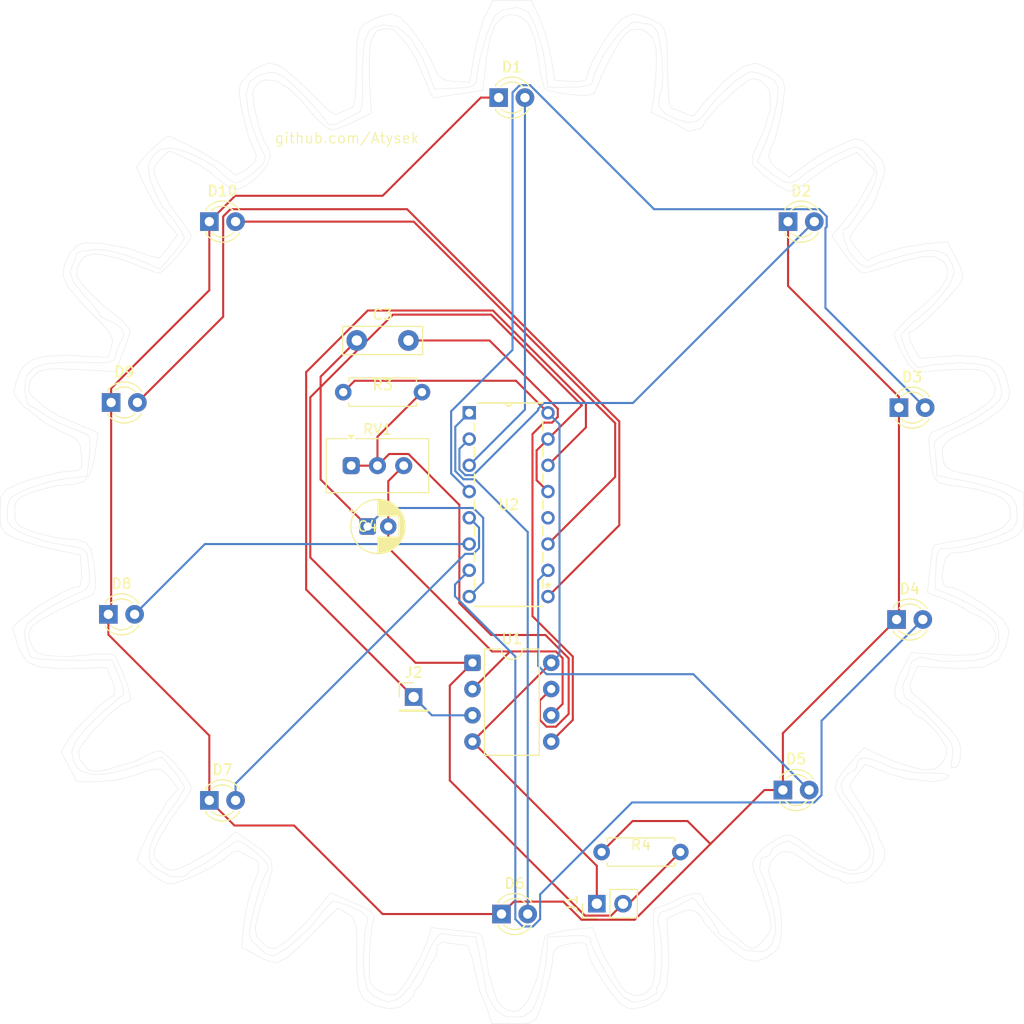
<source format=kicad_pcb>
(kicad_pcb (version 20241229) (generator "pcbnew") (generator_version "9.0")
  (layers (0 "F.Cu" signal) (2 "B.Cu" signal) (13 "F.Paste" user) (15 "B.Paste" user) (5 "F.SilkS" user "F.Silkscreen") (7 "B.SilkS" user "B.Silkscreen") (1 "F.Mask" user) (3 "B.Mask" user) (25 "Edge.Cuts" user))
  (net 0 "")
  (net 1 "GND")
  (net 2 "Net-(U1-CONT)")
  (net 3 "TR")
  (net 4 "Net-(D1-K)")
  (net 5 "Net-(D1-A)")
  (net 6 "Net-(D2-A)")
  (net 7 "Net-(D3-A)")
  (net 8 "Net-(D4-A)")
  (net 9 "Net-(D5-A)")
  (net 10 "Net-(D6-A)")
  (net 11 "Net-(D7-A)")
  (net 12 "Net-(D8-A)")
  (net 13 "Net-(D9-A)")
  (net 14 "Net-(D10-A)")
  (net 15 "+5V")
  (net 16 "OUT")
  (net 17 "Net-(U1-DISCH)")
  (footprint "LED_THT:LED_D3.0mm" (layer "F.Cu") (at 108 140.5)
    (property "Reference" "D6")
    (property "Value" "LED")
  )
  (footprint "LED_THT:LED_D3.0mm" (layer "F.Cu") (at 107.73 61.5)
    (property "Reference" "D1")
    (property "Value" "LED")
  )
  (footprint "Package_DIP:DIP-8_W7.62mm" (layer "F.Cu") (at 105.195 116.19)
    (property "Reference" "U1")
    (property "Value" "NE555P")
  )
  (footprint "LED_THT:LED_D3.0mm" (layer "F.Cu") (at 79.73 129.5)
    (property "Reference" "D7")
    (property "Value" "LED")
  )
  (footprint "Potentiometer_THT:Potentiometer_Vishay_T93YA_Vertical" (layer "F.Cu") (at 93.46 97.1125)
    (property "Reference" "RV1")
    (property "Value" "50k")
  )
  (footprint "Capacitor_THT:CP_Radial_D5.0mm_P2.00mm" (layer "F.Cu") (at 95.044888 103)
    (property "Reference" "C4")
    (property "Value" "1")
  )
  (footprint "Connector_PinHeader_2.54mm:PinHeader_1x01_P2.54mm_Vertical" (layer "F.Cu") (at 99.5 119.5)
    (property "Reference" "J2")
    (property "Value" "Conn_01x01_Socket")
  )
  (footprint "LED_THT:LED_D3.0mm" (layer "F.Cu") (at 146.46 91.5)
    (property "Reference" "D3")
    (property "Value" "LED")
  )
  (footprint "ul_CD4017BE:N16" (layer "F.Cu") (at 112.5 109.78)
    (property "Reference" "U2")
    (property "Value" "4017")
  )
  (footprint "Capacitor_THT:C_Disc_D7.5mm_W2.5mm_P5.00mm" (layer "F.Cu") (at 94 85)
    (property "Reference" "C3")
    (property "Value" "0.01")
  )
  (footprint "LED_THT:LED_D3.0mm" (layer "F.Cu") (at 135.23 128.5)
    (property "Reference" "D5")
    (property "Value" "LED")
  )
  (footprint "LED_THT:LED_D3.0mm" (layer "F.Cu") (at 70.23 91)
    (property "Reference" "D9")
    (property "Value" "LED")
  )
  (footprint "LED_THT:LED_D3.0mm" (layer "F.Cu") (at 79.73 73.5)
    (property "Reference" "D10")
    (property "Value" "LED")
  )
  (footprint "LED_THT:LED_D3.0mm" (layer "F.Cu") (at 135.73 73.5)
    (property "Reference" "D2")
    (property "Value" "LED")
  )
  (footprint "Resistor_THT:R_Axial_DIN0207_L6.3mm_D2.5mm_P7.62mm_Horizontal" (layer "F.Cu") (at 92.69 90)
    (property "Reference" "R3")
    (property "Value" "1k")
  )
  (footprint "Connector_PinHeader_2.54mm:PinHeader_1x02_P2.54mm_Vertical" (layer "F.Cu") (at 117.225 139.5 90)
    (property "Reference" "J1")
    (property "Value" "Conn_01x02_Socket")
  )
  (footprint "Resistor_THT:R_Axial_DIN0207_L6.3mm_D2.5mm_P7.62mm_Horizontal" (layer "F.Cu") (at 117.69 134.5)
    (property "Reference" "R4")
    (property "Value" "470")
  )
  (footprint "LED_THT:LED_D3.0mm" (layer "F.Cu") (at 146.23 112)
    (property "Reference" "D4")
    (property "Value" "LED")
  )
  (footprint "LED_THT:LED_D3.0mm" (layer "F.Cu") (at 69.96 111.5)
    (property "Reference" "D8")
    (property "Value" "LED")
  )
  (gr_line (start 66.9326 78.102995) (end 67.266267 77.346333) (stroke (width 0.026)) (layer "Edge.Cuts"))
  (gr_line (start 102.30542 143.228104) (end 101.782892 143.50832) (stroke (width 0.026)) (layer "Edge.Cuts"))
  (gr_line (start 139.649765 66.605212) (end 140.832501 66.055646) (stroke (width 0.026)) (layer "Edge.Cuts"))
  (gr_line (start 121.490481 148.337568) (end 120.922354 148.422459) (stroke (width 0.026)) (layer "Edge.Cuts"))
  (gr_line (start 100.567961 59.727605) (end 101.363322 61.526059) (stroke (width 0.026)) (layer "Edge.Cuts"))
  (gr_line (start 75.543634 129.73778) (end 76.038514 129.126512) (stroke (width 0.026)) (layer "Edge.Cuts"))
  (gr_line (start 151.004848 116.692687) (end 148.249398 116.5259) (stroke (width 0.026)) (layer "Edge.Cuts"))
  (gr_line (start 77.887531 74.695892) (end 77.267192 73.752668) (stroke (width 0.026)) (layer "Edge.Cuts"))
  (gr_line (start 76.876846 74.188994) (end 77.261137 74.873948) (stroke (width 0.026)) (layer "Edge.Cuts"))
  (gr_line (start 63.839423 86.519995) (end 65.813353 86.441687) (stroke (width 0.026)) (layer "Edge.Cuts"))
  (gr_line (start 87.347941 143.736802) (end 89.326558 141.983156) (stroke (width 0.026)) (layer "Edge.Cuts"))
  (gr_line (start 112.485299 60.487825) (end 112.289166 58.664384) (stroke (width 0.026)) (layer "Edge.Cuts"))
  (gr_line (start 144.178556 68.586791) (end 143.359294 70.150708) (stroke (width 0.026)) (layer "Edge.Cuts"))
  (gr_line (start 150.078826 122.900669) (end 150.51709 123.455678) (stroke (width 0.026)) (layer "Edge.Cuts"))
  (gr_line (start 147.280232 117.42463) (end 147.49124 116.762305) (stroke (width 0.026)) (layer "Edge.Cuts"))
  (gr_line (start 86.168054 145.214977) (end 85.129433 144.938875) (stroke (width 0.026)) (layer "Edge.Cuts"))
  (gr_line (start 148.980012 76.333662) (end 147.55203 76.597861) (stroke (width 0.026)) (layer "Edge.Cuts"))
  (gr_line (start 66.53099 104.918534) (end 67.46189 105.13118) (stroke (width 0.026)) (layer "Edge.Cuts"))
  (gr_line (start 106.885786 55.808413) (end 107.324605 54.593032) (stroke (width 0.026)) (layer "Edge.Cuts"))
  (gr_line (start 68.511446 76.618015) (end 69.347492 76.689115) (stroke (width 0.026)) (layer "Edge.Cuts"))
  (gr_line (start 94.823561 147.015948) (end 95.005581 147.785944) (stroke (width 0.026)) (layer "Edge.Cuts"))
  (gr_line (start 60.824859 89.936068) (end 61.001145 89.092962) (stroke (width 0.026)) (layer "Edge.Cuts"))
  (gr_line (start 65.975467 87.767027) (end 67.079637 87.821837) (stroke (width 0.026)) (layer "Edge.Cuts"))
  (gr_line (start 101.681052 144.599107) (end 101.506149 144.855163) (stroke (width 0.026)) (layer "Edge.Cuts"))
  (gr_line (start 112.260607 142.638947) (end 112.14969 142.935141) (stroke (width 0.026)) (layer "Edge.Cuts"))
  (gr_line (start 94.39212 62.735658) (end 94.159199 62.95492) (stroke (width 0.026)) (layer "Edge.Cuts"))
  (gr_line (start 72.696199 127.023125) (end 70.92008 127.50701) (stroke (width 0.026)) (layer "Edge.Cuts"))
  (gr_line (start 134.545297 142.139691) (end 134.450527 140.921741) (stroke (width 0.026)) (layer "Edge.Cuts"))
  (gr_line (start 82.766456 62.196037) (end 82.623399 60.856756) (stroke (width 0.026)) (layer "Edge.Cuts"))
  (gr_line (start 70.708046 115.747238) (end 70.491409 115.440655) (stroke (width 0.026)) (layer "Edge.Cuts"))
  (gr_line (start 75.552848 137.505751) (end 74.491946 136.916747) (stroke (width 0.026)) (layer "Edge.Cuts"))
  (gr_line (start 148.575652 87.605518) (end 148.279667 87.601887) (stroke (width 0.026)) (layer "Edge.Cuts"))
  (gr_line (start 155.758042 114.070007) (end 155.610491 114.510035) (stroke (width 0.026)) (layer "Edge.Cuts"))
  (gr_line (start 74.406192 68.795069) (end 74.347199 68.428209) (stroke (width 0.026)) (layer "Edge.Cuts"))
  (gr_line (start 63.940193 91.547592) (end 62.556817 90.370925) (stroke (width 0.026)) (layer "Edge.Cuts"))
  (gr_line (start 67.18075 108.793066) (end 67.374987 108.071441) (stroke (width 0.026)) (layer "Edge.Cuts"))
  (gr_line (start 75.955964 127.389949) (end 75.633402 126.99768) (stroke (width 0.026)) (layer "Edge.Cuts"))
  (gr_line (start 125.62561 64.492534) (end 125.787368 64.634321) (stroke (width 0.026)) (layer "Edge.Cuts"))
  (gr_line (start 72.72206 135.303963) (end 73.425468 133.557494) (stroke (width 0.026)) (layer "Edge.Cuts"))
  (gr_line (start 142.437195 73.883227) (end 141.821338 74.7778) (stroke (width 0.026)) (layer "Edge.Cuts"))
  (gr_line (start 76.863515 130.104453) (end 77.296792 129.538176) (stroke (width 0.026)) (layer "Edge.Cuts"))
  (gr_line (start 148.872188 126.546893) (end 147.917042 126.335928) (stroke (width 0.026)) (layer "Edge.Cuts"))
  (gr_line (start 62.144479 112.379206) (end 61.835976 113.141708) (stroke (width 0.026)) (layer "Edge.Cuts"))
  (gr_line (start 69.26836 82.716482) (end 69.759696 82.952628) (stroke (width 0.026)) (layer "Edge.Cuts"))
  (gr_line (start 121.310578 53.514932) (end 122.382321 53.856171) (stroke (width 0.026)) (layer "Edge.Cuts"))
  (gr_line (start 66.861057 76.607845) (end 66.824686 76.75598) (stroke (width 0.026)) (layer "Edge.Cuts"))
  (gr_line (start 110.886512 52.067725) (end 111.657069 53.712896) (stroke (width 0.026)) (layer "Edge.Cuts"))
  (gr_line (start 141.272455 126.425731) (end 140.466717 127.520668) (stroke (width 0.026)) (layer "Edge.Cuts"))
  (gr_line (start 61.952657 103.780986) (end 63.827456 104.431552) (stroke (width 0.026)) (layer "Edge.Cuts"))
  (gr_line (start 144.215695 136.356044) (end 143.565369 137.004333) (stroke (width 0.026)) (layer "Edge.Cuts"))
  (gr_line (start 99.099855 147.584959) (end 100.177143 145.846203) (stroke (width 0.026)) (layer "Edge.Cuts"))
  (gr_line (start 111.974354 56.792045) (end 111.206097 54.346574) (stroke (width 0.026)) (layer "Edge.Cuts"))
  (gr_line (start 135.086371 141.551925) (end 135.07996 142.190955) (stroke (width 0.026)) (layer "Edge.Cuts"))
  (gr_line (start 135.22414 59.781758) (end 135.404297 60.613447) (stroke (width 0.026)) (layer "Edge.Cuts"))
  (gr_line (start 152.012208 126.280243) (end 151.761036 126.362725) (stroke (width 0.026)) (layer "Edge.Cuts"))
  (gr_line (start 106.433924 53.579898) (end 107.168594 52.067725) (stroke (width 0.026)) (layer "Edge.Cuts"))
  (gr_line (start 142.246366 65.475904) (end 142.944234 65.626031) (stroke (width 0.026)) (layer "Edge.Cuts"))
  (gr_line (start 95.217586 146.510215) (end 95.200754 144.955736) (stroke (width 0.026)) (layer "Edge.Cuts"))
  (gr_line (start 96.531024 54.464806) (end 95.75023 54.669354) (stroke (width 0.026)) (layer "Edge.Cuts"))
  (gr_line (start 92.008718 139.296923) (end 93.032526 139.643894) (stroke (width 0.026)) (layer "Edge.Cuts"))
  (gr_line (start 73.41237 126.747745) (end 72.696199 127.023125) (stroke (width 0.026)) (layer "Edge.Cuts"))
  (gr_line (start 84.507791 136.202108) (end 84.419754 135.419922) (stroke (width 0.026)) (layer "Edge.Cuts"))
  (gr_line (start 119.363372 148.01863) (end 119.901996 148.623426) (stroke (width 0.026)) (layer "Edge.Cuts"))
  (gr_line (start 148.043598 83.926804) (end 147.734149 84.090881) (stroke (width 0.026)) (layer "Edge.Cuts"))
  (gr_line (start 152.528914 116.752999) (end 151.004848 116.692687) (stroke (width 0.026)) (layer "Edge.Cuts"))
  (gr_line (start 82.117149 68.92451) (end 82.279725 68.975465) (stroke (width 0.026)) (layer "Edge.Cuts"))
  (gr_line (start 79.972291 135.149469) (end 80.599522 134.670395) (stroke (width 0.026)) (layer "Edge.Cuts"))
  (gr_line (start 132.623828 145.076911) (end 131.591615 144.875853) (stroke (width 0.026)) (layer "Edge.Cuts"))
  (gr_line (start 101.301231 58.11681) (end 101.537809 58.667303) (stroke (width 0.026)) (layer "Edge.Cuts"))
  (gr_line (start 72.653551 77.676459) (end 73.375657 77.989905) (stroke (width 0.026)) (layer "Edge.Cuts"))
  (gr_line (start 114.729876 61.202158) (end 115.390357 61.25981) (stroke (width 0.026)) (layer "Edge.Cuts"))
  (gr_line (start 86.446402 58.368543) (end 87.141711 58.852261) (stroke (width 0.026)) (layer "Edge.Cuts"))
  (gr_line (start 73.242933 76.559295) (end 73.845974 76.795736) (stroke (width 0.026)) (layer "Edge.Cuts"))
  (gr_line (start 112.485299 142.724667) (end 114.549049 142.615864) (stroke (width 0.026)) (layer "Edge.Cuts"))
  (gr_line (start 125.015754 139.100684) (end 124.367624 139.411403) (stroke (width 0.026)) (layer "Edge.Cuts"))
  (gr_line (start 84.246582 141.431078) (end 84.647653 139.886741) (stroke (width 0.026)) (layer "Edge.Cuts"))
  (gr_line (start 68.06235 106.778352) (end 68.12682 107.65983) (stroke (width 0.026)) (layer "Edge.Cuts"))
  (gr_line (start 121.582526 54.875964) (end 122.244652 55.318269) (stroke (width 0.026)) (layer "Edge.Cuts"))
  (gr_line (start 72.734046 126.161507) (end 75.122651 125.29989) (stroke (width 0.026)) (layer "Edge.Cuts"))
  (gr_line (start 65.183322 116.744573) (end 63.245506 116.592317) (stroke (width 0.026)) (layer "Edge.Cuts"))
  (gr_line (start 95.621425 141.022243) (end 95.677676 140.624668) (stroke (width 0.026)) (layer "Edge.Cuts"))
  (gr_line (start 117.692209 144.076571) (end 117.42356 143.411116) (stroke (width 0.026)) (layer "Edge.Cuts"))
  (gr_line (start 74.394722 136.015203) (end 75.869548 136.818961) (stroke (width 0.026)) (layer "Edge.Cuts"))
  (gr_line (start 142.616303 77.564665) (end 142.06841 76.981785) (stroke (width 0.026)) (layer "Edge.Cuts"))
  (gr_line (start 93.032526 139.643894) (end 93.659389 139.898992) (stroke (width 0.026)) (layer "Edge.Cuts"))
  (gr_line (start 71.214391 83.009284) (end 70.693013 82.592016) (stroke (width 0.026)) (layer "Edge.Cuts"))
  (gr_line (start 84.632043 59.285048) (end 83.658062 59.931979) (stroke (width 0.026)) (layer "Edge.Cuts"))
  (gr_line (start 143.522519 135.140699) (end 142.552587 136.103305) (stroke (width 0.026)) (layer "Edge.Cuts"))
  (gr_line (start 138.651828 134.711028) (end 137.417224 133.79375) (stroke (width 0.026)) (layer "Edge.Cuts"))
  (gr_line (start 70.315505 117.919631) (end 69.812994 116.65974) (stroke (width 0.026)) (layer "Edge.Cuts"))
  (gr_line (start 135.37527 132.882668) (end 134.476373 133.33012) (stroke (width 0.026)) (layer "Edge.Cuts"))
  (gr_line (start 84.846777 66.667221) (end 85.122588 67.183711) (stroke (width 0.026)) (layer "Edge.Cuts"))
  (gr_line (start 124.25837 62.063761) (end 124.443726 62.484334) (stroke (width 0.026)) (layer "Edge.Cuts"))
  (gr_line (start 107.168594 52.067725) (end 109.027553 52.067725) (stroke (width 0.026)) (layer "Edge.Cuts"))
  (gr_line (start 151.559898 126.323883) (end 151.47309 125.967593) (stroke (width 0.026)) (layer "Edge.Cuts"))
  (gr_line (start 75.833099 66.647456) (end 77.4995 67.36494) (stroke (width 0.026)) (layer "Edge.Cuts"))
  (gr_line (start 146.613411 120.083913) (end 147.007912 120.25933) (stroke (width 0.026)) (layer "Edge.Cuts"))
  (gr_line (start 111.329415 150.665142) (end 110.689967 151.064978) (stroke (width 0.026)) (layer "Edge.Cuts"))
  (gr_line (start 74.336705 70.311988) (end 74.651558 71.010871) (stroke (width 0.026)) (layer "Edge.Cuts"))
  (gr_line (start 74.833926 133.303249) (end 75.975218 131.331837) (stroke (width 0.026)) (layer "Edge.Cuts"))
  (gr_line (start 66.235267 76.581422) (end 66.93629 75.804475) (stroke (width 0.026)) (layer "Edge.Cuts"))
  (gr_line (start 147.337402 86.363676) (end 147.074768 85.78709) (stroke (width 0.026)) (layer "Edge.Cuts"))
  (gr_line (start 66.826046 94.510093) (end 66.109436 94.124645) (stroke (width 0.026)) (layer "Edge.Cuts"))
  (gr_line (start 64.606299 105.209958) (end 63.48291 104.952368) (stroke (width 0.026)) (layer "Edge.Cuts"))
  (gr_line (start 150.156244 105.653006) (end 150.435677 105.156045) (stroke (width 0.026)) (layer "Edge.Cuts"))
  (gr_line (start 122.227597 54.379125) (end 121.642712 54.319402) (stroke (width 0.026)) (layer "Edge.Cuts"))
  (gr_line (start 84.012692 140.159899) (end 83.654317 141.865958) (stroke (width 0.026)) (layer "Edge.Cuts"))
  (gr_line (start 68.309413 122.961429) (end 69.823499 121.374528) (stroke (width 0.026)) (layer "Edge.Cuts"))
  (gr_line (start 152.487027 79.309225) (end 152.127805 79.817867) (stroke (width 0.026)) (layer "Edge.Cuts"))
  (gr_line (start 141.443516 74.104518) (end 141.927337 73.538165) (stroke (width 0.026)) (layer "Edge.Cuts"))
  (gr_line (start 66.555155 108.929113) (end 66.929714 108.862125) (stroke (width 0.026)) (layer "Edge.Cuts"))
  (gr_line (start 67.366869 97.26486) (end 67.379586 96.619036) (stroke (width 0.026)) (layer "Edge.Cuts"))
  (gr_line (start 98.83859 54.358737) (end 99.258394 54.846971) (stroke (width 0.026)) (layer "Edge.Cuts"))
  (gr_line (start 156.825858 114.540523) (end 156.094735 115.882741) (stroke (width 0.026)) (layer "Edge.Cuts"))
  (gr_line (start 84.28651 67.046992) (end 83.991694 66.450728) (stroke (width 0.026)) (layer "Edge.Cuts"))
  (gr_line (start 62.43772 91.361525) (end 62.614174 91.41987) (stroke (width 0.026)) (layer "Edge.Cuts"))
  (gr_line (start 69.797859 87.16111) (end 68.502805 87.156149) (stroke (width 0.026)) (layer "Edge.Cuts"))
  (gr_line (start 125.58167 138.835046) (end 125.015754 139.100684) (stroke (width 0.026)) (layer "Edge.Cuts"))
  (gr_line (start 104.932554 60.023676) (end 105.315904 57.557873) (stroke (width 0.026)) (layer "Edge.Cuts"))
  (gr_line (start 110.333126 53.055182) (end 109.526882 52.770927) (stroke (width 0.026)) (layer "Edge.Cuts"))
  (gr_line (start 83.528708 65.312335) (end 82.766456 62.196037) (stroke (width 0.026)) (layer "Edge.Cuts"))
  (gr_line (start 123.603393 59.345976) (end 123.520331 57.634247) (stroke (width 0.026)) (layer "Edge.Cuts"))
  (gr_line (start 91.867528 64.129201) (end 91.202893 64.047512) (stroke (width 0.026)) (layer "Edge.Cuts"))
  (gr_line (start 133.843383 59.528347) (end 132.935534 59.156562) (stroke (width 0.026)) (layer "Edge.Cuts"))
  (gr_line (start 154.619952 92.893008) (end 152.763243 93.880853) (stroke (width 0.026)) (layer "Edge.Cuts"))
  (gr_line (start 123.211413 147.333754) (end 123.340558 147.06296) (stroke (width 0.026)) (layer "Edge.Cuts"))
  (gr_line (start 71.771454 76.058396) (end 73.242933 76.559295) (stroke (width 0.026)) (layer "Edge.Cuts"))
  (gr_line (start 84.419754 135.419922) (end 84.005549 135.161123) (stroke (width 0.026)) (layer "Edge.Cuts"))
  (gr_line (start 98.147936 149.523416) (end 97.094269 149.669873) (stroke (width 0.026)) (layer "Edge.Cuts"))
  (gr_line (start 69.878571 76.284728) (end 68.756002 76.213629) (stroke (width 0.026)) (layer "Edge.Cuts"))
  (gr_line (start 62.243091 113.365657) (end 62.579437 112.659962) (stroke (width 0.026)) (layer "Edge.Cuts"))
  (gr_line (start 150.488398 76.392744) (end 149.559322 76.27964) (stroke (width 0.026)) (layer "Edge.Cuts"))
  (gr_line (start 85.277095 143.688343) (end 84.309074 142.666573) (stroke (width 0.026)) (layer "Edge.Cuts"))
  (gr_line (start 148.785743 120.906545) (end 147.612875 119.910375) (stroke (width 0.026)) (layer "Edge.Cuts"))
  (gr_line (start 143.541641 131.04655) (end 144.24538 132.241963) (stroke (width 0.026)) (layer "Edge.Cuts"))
  (gr_line (start 76.845195 136.929125) (end 77.413023 136.838665) (stroke (width 0.026)) (layer "Edge.Cuts"))
  (gr_line (start 151.462247 105.597784) (end 150.969213 106.077259) (stroke (width 0.026)) (layer "Edge.Cuts"))
  (gr_line (start 66.141504 87.093417) (end 64.076929 87.219815) (stroke (width 0.026)) (layer "Edge.Cuts"))
  (gr_line (start 102.131132 142.382694) (end 102.567879 142.418734) (stroke (width 0.026)) (layer "Edge.Cuts"))
  (gr_line (start 77.317828 75.067598) (end 77.2248 75.284664) (stroke (width 0.026)) (layer "Edge.Cuts"))
  (gr_line (start 93.603868 140.806777) (end 93.07216 140.444719) (stroke (width 0.026)) (layer "Edge.Cuts"))
  (gr_line (start 124.072796 58.708069) (end 124.08604 59.703807) (stroke (width 0.026)) (layer "Edge.Cuts"))
  (gr_line (start 85.485337 58.146139) (end 86.446402 58.368543) (stroke (width 0.026)) (layer "Edge.Cuts"))
  (gr_line (start 100.177143 145.846203) (end 100.6229 144.907971) (stroke (width 0.026)) (layer "Edge.Cuts"))
  (gr_line (start 124.568096 62.558369) (end 125.114459 62.752192) (stroke (width 0.026)) (layer "Edge.Cuts"))
  (gr_line (start 73.845974 76.795736) (end 74.774784 77.001906) (stroke (width 0.026)) (layer "Edge.Cuts"))
  (gr_line (start 157.376214 100.161944) (end 156.814649 99.782831) (stroke (width 0.026)) (layer "Edge.Cuts"))
  (gr_line (start 68.756002 76.213629) (end 67.346304 76.370081) (stroke (width 0.026)) (layer "Edge.Cuts"))
  (gr_line (start 153.789982 115.419217) (end 151.787134 115.45042) (stroke (width 0.026)) (layer "Edge.Cuts"))
  (gr_line (start 154.042857 86.558519) (end 155.467017 86.926222) (stroke (width 0.026)) (layer "Edge.Cuts"))
  (gr_line (start 60.917484 100.866988) (end 61.224352 100.343275) (stroke (width 0.026)) (layer "Edge.Cuts"))
  (gr_line (start 65.408242 92.415215) (end 65.212241 92.352125) (stroke (width 0.026)) (layer "Edge.Cuts"))
  (gr_line (start 84.596276 68.96088) (end 85.325038 68.029125) (stroke (width 0.026)) (layer "Edge.Cuts"))
  (gr_line (start 153.979259 111.565893) (end 154.646728 111.971179) (stroke (width 0.026)) (layer "Edge.Cuts"))
  (gr_line (start 71.325248 86.293995) (end 71.601142 85.588257) (stroke (width 0.026)) (layer "Edge.Cuts"))
  (gr_line (start 150.719112 107.194946) (end 150.630945 108.083855) (stroke (width 0.026)) (layer "Edge.Cuts"))
  (gr_line (start 116.612799 143.022512) (end 116.68306 143.38142) (stroke (width 0.026)) (layer "Edge.Cuts"))
  (gr_line (start 134.271352 63.840212) (end 134.664738 61.936054) (stroke (width 0.026)) (layer "Edge.Cuts"))
  (gr_line (start 124.014267 140.948476) (end 124.140745 143.97435) (stroke (width 0.026)) (layer "Edge.Cuts"))
  (gr_line (start 135.047256 140.520386) (end 135.086371 141.551925) (stroke (width 0.026)) (layer "Edge.Cuts"))
  (gr_line (start 96.731972 53.513778) (end 97.430835 53.425362) (stroke (width 0.026)) (layer "Edge.Cuts"))
  (gr_line (start 128.785326 61.593457) (end 127.818556 62.833273) (stroke (width 0.026)) (layer "Edge.Cuts"))
  (gr_line (start 112.14969 142.935141) (end 111.908377 144.113795) (stroke (width 0.026)) (layer "Edge.Cuts"))
  (gr_line (start 122.627671 55.703607) (end 122.96645 56.860374) (stroke (width 0.026)) (layer "Edge.Cuts"))
  (gr_line (start 134.820535 68.468981) (end 135.846458 69.185737) (stroke (width 0.026)) (layer "Edge.Cuts"))
  (gr_line (start 115.947625 142.593488) (end 116.528928 142.767621) (stroke (width 0.026)) (layer "Edge.Cuts"))
  (gr_line (start 105.202877 144.896268) (end 104.783844 143.706772) (stroke (width 0.026)) (layer "Edge.Cuts"))
  (gr_line (start 123.358439 140.349051) (end 123.728553 140.231125) (stroke (width 0.026)) (layer "Edge.Cuts"))
  (gr_line (start 126.484532 140.130725) (end 125.682541 140.183109) (stroke (width 0.026)) (layer "Edge.Cuts"))
  (gr_line (start 147.702536 119.097474) (end 148.215099 119.516879) (stroke (width 0.026)) (layer "Edge.Cuts"))
  (gr_line (start 102.640146 59.836232) (end 103.477525 59.92555) (stroke (width 0.026)) (layer "Edge.Cuts"))
  (gr_line (start 68.280674 126.984596) (end 69.749344 126.952235) (stroke (width 0.026)) (layer "Edge.Cuts"))
  (gr_line (start 155.066004 88.286236) (end 155.580014 89.058852) (stroke (width 0.026)) (layer "Edge.Cuts"))
  (gr_line (start 64.788258 92.79333) (end 66.226146 93.419662) (stroke (width 0.026)) (layer "Edge.Cuts"))
  (gr_line (start 60.690905 100.090286) (end 60.412858 100.372313) (stroke (width 0.026)) (layer "Edge.Cuts"))
  (gr_line (start 149.246386 120.395684) (end 151.422894 122.636738) (stroke (width 0.026)) (layer "Edge.Cuts"))
  (gr_line (start 73.746284 132.825584) (end 74.443133 131.531835) (stroke (width 0.026)) (layer "Edge.Cuts"))
  (gr_line (start 67.348541 96.118673) (end 67.259653 95.242952) (stroke (width 0.026)) (layer "Edge.Cuts"))
  (gr_line (start 81.94846 134.513177) (end 81.539693 134.860374) (stroke (width 0.026)) (layer "Edge.Cuts"))
  (gr_line (start 68.561979 106.477257) (end 68.280241 105.221866) (stroke (width 0.026)) (layer "Edge.Cuts"))
  (gr_line (start 151.036699 124.365353) (end 151.087397 125.110515) (stroke (width 0.026)) (layer "Edge.Cuts"))
  (gr_line (start 127.818556 62.833273) (end 127.525389 63.258515) (stroke (width 0.026)) (layer "Edge.Cuts"))
  (gr_line (start 84.565041 68.273747) (end 83.91032 68.83912) (stroke (width 0.026)) (layer "Edge.Cuts"))
  (gr_line (start 68.651249 121.681719) (end 67.852774 122.480273) (stroke (width 0.026)) (layer "Edge.Cuts"))
  (gr_line (start 70.663059 86.432741) (end 70.545564 86.889967) (stroke (width 0.026)) (layer "Edge.Cuts"))
  (gr_line (start 141.930156 125.682651) (end 141.272455 126.425731) (stroke (width 0.026)) (layer "Edge.Cuts"))
  (gr_line (start 149.277598 82.853614) (end 148.043598 83.926804) (stroke (width 0.026)) (layer "Edge.Cuts"))
  (gr_line (start 120.628389 53.427479) (end 121.310578 53.514932) (stroke (width 0.026)) (layer "Edge.Cuts"))
  (gr_line (start 122.155951 148.729316) (end 123.048659 148.120408) (stroke (width 0.026)) (layer "Edge.Cuts"))
  (gr_line (start 152.441682 124.388877) (end 152.36286 125.719939) (stroke (width 0.026)) (layer "Edge.Cuts"))
  (gr_line (start 136.901663 133.377039) (end 136.096612 132.896623) (stroke (width 0.026)) (layer "Edge.Cuts"))
  (gr_line (start 74.01282 133.906624) (end 73.892255 134.946719) (stroke (width 0.026)) (layer "Edge.Cuts"))
  (gr_line (start 155.842933 113.50188) (end 155.758042 114.070007) (stroke (width 0.026)) (layer "Edge.Cuts"))
  (gr_line (start 143.062635 136.468112) (end 143.547685 136.127211) (stroke (width 0.026)) (layer "Edge.Cuts"))
  (gr_line (start 82.209009 133.538278) (end 82.489984 133.420293) (stroke (width 0.026)) (layer "Edge.Cuts"))
  (gr_line (start 75.975218 131.331837) (end 76.863515 130.104453) (stroke (width 0.026)) (layer "Edge.Cuts"))
  (gr_line (start 132.305101 135.646057) (end 132.44638 136.488669) (stroke (width 0.026)) (layer "Edge.Cuts"))
  (gr_line (start 77.2248 75.284664) (end 76.599073 76.167078) (stroke (width 0.026)) (layer "Edge.Cuts"))
  (gr_line (start 73.892255 134.946719) (end 73.99042 135.373316) (stroke (width 0.026)) (layer "Edge.Cuts"))
  (gr_line (start 137.705091 135.608325) (end 137.037752 135.113771) (stroke (width 0.026)) (layer "Edge.Cuts"))
  (gr_line (start 83.432058 134.903277) (end 82.864689 134.555812) (stroke (width 0.026)) (layer "Edge.Cuts"))
  (gr_line (start 142.203299 73.126088) (end 142.883741 72.034371) (stroke (width 0.026)) (layer "Edge.Cuts"))
  (gr_line (start 100.765113 143.306206) (end 100.055299 144.836418) (stroke (width 0.026)) (layer "Edge.Cuts"))
  (gr_line (start 142.695407 125.469903) (end 143.318384 125.401472) (stroke (width 0.026)) (layer "Edge.Cuts"))
  (gr_line (start 132.183805 143.863325) (end 131.827699 143.680817) (stroke (width 0.026)) (layer "Edge.Cuts"))
  (gr_line (start 144.24538 132.241963) (end 144.349599 132.530576) (stroke (width 0.026)) (layer "Edge.Cuts"))
  (gr_line (start 83.897403 58.85913) (end 84.921157 58.338394) (stroke (width 0.026)) (layer "Edge.Cuts"))
  (gr_line (start 112.233867 60.698673) (end 112.52309 60.830674) (stroke (width 0.026)) (layer "Edge.Cuts"))
  (gr_line (start 75.985231 72.942877) (end 76.876846 74.188994) (stroke (width 0.026)) (layer "Edge.Cuts"))
  (gr_line (start 154.436967 110.391443) (end 155.824761 111.418771) (stroke (width 0.026)) (layer "Edge.Cuts"))
  (gr_line (start 132.666915 136.966709) (end 133.168615 138.09047) (stroke (width 0.026)) (layer "Edge.Cuts"))
  (gr_line (start 123.860327 63.082481) (end 123.272977 62.418985) (stroke (width 0.026)) (layer "Edge.Cuts"))
  (gr_line (start 98.736631 149.127855) (end 98.147936 149.523416) (stroke (width 0.026)) (layer "Edge.Cuts"))
  (gr_line (start 67.245752 124.349745) (end 68.309413 122.961429) (stroke (width 0.026)) (layer "Edge.Cuts"))
  (gr_line (start 138.029974 69.305194) (end 139.529029 68.237546) (stroke (width 0.026)) (layer "Edge.Cuts"))
  (gr_line (start 126.155438 63.919148) (end 125.133405 63.662168) (stroke (width 0.026)) (layer "Edge.Cuts"))
  (gr_line (start 147.771048 117.670752) (end 147.518521 118.332439) (stroke (width 0.026)) (layer "Edge.Cuts"))
  (gr_line (start 74.56544 67.945279) (end 75.090149 67.339949) (stroke (width 0.026)) (layer "Edge.Cuts"))
  (gr_line (start 147.473843 120.531742) (end 147.775831 120.926995) (stroke (width 0.026)) (layer "Edge.Cuts"))
  (gr_line (start 124.08604 59.703807) (end 124.144395 61.177756) (stroke (width 0.026)) (layer "Edge.Cuts"))
  (gr_line (start 75.869548 136.818961) (end 76.845195 136.929125) (stroke (width 0.026)) (layer "Edge.Cuts"))
  (gr_line (start 66.123638 79.924149) (end 65.596078 78.803349) (stroke (width 0.026)) (layer "Edge.Cuts"))
  (gr_line (start 154.646728 111.971179) (end 155.039028 112.266019) (stroke (width 0.026)) (layer "Edge.Cuts"))
  (gr_line (start 80.293661 68.216793) (end 80.085895 68.06971) (stroke (width 0.026)) (layer "Edge.Cuts"))
  (gr_line (start 144.960219 125.978966) (end 145.978362 126.403604) (stroke (width 0.026)) (layer "Edge.Cuts"))
  (gr_line (start 124.05974 57.54561) (end 124.072796 58.708069) (stroke (width 0.026)) (layer "Edge.Cuts"))
  (gr_line (start 157.184431 102.337186) (end 156.510327 103.11076) (stroke (width 0.026)) (layer "Edge.Cuts"))
  (gr_line (start 156.570007 100.313248) (end 157.184942 101.07847) (stroke (width 0.026)) (layer "Edge.Cuts"))
  (gr_line (start 150.207876 122.344249) (end 148.785743 120.906545) (stroke (width 0.026)) (layer "Edge.Cuts"))
  (gr_line (start 124.175846 145.447786) (end 123.980441 147.544939) (stroke (width 0.026)) (layer "Edge.Cuts"))
  (gr_line (start 74.825594 69.889833) (end 74.406192 68.795069) (stroke (width 0.026)) (layer "Edge.Cuts"))
  (gr_line (start 117.42356 143.411116) (end 116.823139 141.803207) (stroke (width 0.026)) (layer "Edge.Cuts"))
  (gr_line (start 158.548199 101.648106) (end 158.54403 102.255731) (stroke (width 0.026)) (layer "Edge.Cuts"))
  (gr_line (start 105.03729 60.455323) (end 104.18429 60.550641) (stroke (width 0.026)) (layer "Edge.Cuts"))
  (gr_line (start 78.891897 66.721331) (end 80.980595 67.991887) (stroke (width 0.026)) (layer "Edge.Cuts"))
  (gr_line (start 66.565728 115.936489) (end 70.302413 115.911553) (stroke (width 0.026)) (layer "Edge.Cuts"))
  (gr_line (start 143.689199 134.58402) (end 143.522519 135.140699) (stroke (width 0.026)) (layer "Edge.Cuts"))
  (gr_line (start 114.32252 143.437774) (end 113.526634 143.638676) (stroke (width 0.026)) (layer "Edge.Cuts"))
  (gr_line (start 116.528928 142.767621) (end 116.612799 143.022512) (stroke (width 0.026)) (layer "Edge.Cuts"))
  (gr_line (start 135.164798 62.48697) (end 134.975733 63.526344) (stroke (width 0.026)) (layer "Edge.Cuts"))
  (gr_line (start 154.329872 87.324753) (end 153.754485 87.247585) (stroke (width 0.026)) (layer "Edge.Cuts"))
  (gr_line (start 147.424412 87.342083) (end 148.170121 88.072999) (stroke (width 0.026)) (layer "Edge.Cuts"))
  (gr_line (start 122.854268 144.233917) (end 122.842449 146.306038) (stroke (width 0.026)) (layer "Edge.Cuts"))
  (gr_line (start 142.359313 71.933768) (end 141.021512 73.617108) (stroke (width 0.026)) (layer "Edge.Cuts"))
  (gr_line (start 118.991686 54.57754) (end 119.633307 53.883465) (stroke (width 0.026)) (layer "Edge.Cuts"))
  (gr_line (start 141.821338 74.7778) (end 141.719874 75.064291) (stroke (width 0.026)) (layer "Edge.Cuts"))
  (gr_line (start 146.132624 119.528734) (end 146.613411 120.083913) (stroke (width 0.026)) (layer "Edge.Cuts"))
  (gr_line (start 135.07996 142.190955) (end 135.016672 143.110968) (stroke (width 0.026)) (layer "Edge.Cuts"))
  (gr_line (start 105.315904 57.557873) (end 105.522722 56.481128) (stroke (width 0.026)) (layer "Edge.Cuts"))
  (gr_line (start 93.648237 139.386586) (end 91.434444 138.445711) (stroke (width 0.026)) (layer "Edge.Cuts"))
  (gr_line (start 105.919824 148.016944) (end 105.570962 146.653451) (stroke (width 0.026)) (layer "Edge.Cuts"))
  (gr_line (start 153.07221 110.366508) (end 151.523712 109.663321) (stroke (width 0.026)) (layer "Edge.Cuts"))
  (gr_line (start 107.509936 148.736287) (end 106.745769 146.221088) (stroke (width 0.026)) (layer "Edge.Cuts"))
  (gr_line (start 130.460972 60.931253) (end 131.866164 59.837898) (stroke (width 0.026)) (layer "Edge.Cuts"))
  (gr_line (start 109.26267 150.467325) (end 110.085254 150.436825) (stroke (width 0.026)) (layer "Edge.Cuts"))
  (gr_line (start 65.692476 77.756754) (end 65.927717 77.161554) (stroke (width 0.026)) (layer "Edge.Cuts"))
  (gr_line (start 116.651269 60.230694) (end 115.620561 60.464027) (stroke (width 0.026)) (layer "Edge.Cuts"))
  (gr_line (start 68.146511 98.02362) (end 68.51999 96.859028) (stroke (width 0.026)) (layer "Edge.Cuts"))
  (gr_line (start 100.647941 146.341063) (end 100.385861 146.917529) (stroke (width 0.026)) (layer "Edge.Cuts"))
  (gr_line (start 122.244652 55.318269) (end 122.627671 55.703607) (stroke (width 0.026)) (layer "Edge.Cuts"))
  (gr_line (start 79.033839 67.485641) (end 78.319129 67.120593) (stroke (width 0.026)) (layer "Edge.Cuts"))
  (gr_line (start 156.56395 112.046342) (end 157.098388 112.993977) (stroke (width 0.026)) (layer "Edge.Cuts"))
  (gr_line (start 146.403164 117.592119) (end 146.062613 118.698981) (stroke (width 0.026)) (layer "Edge.Cuts"))
  (gr_line (start 155.467017 86.926222) (end 156.362032 87.569804) (stroke (width 0.026)) (layer "Edge.Cuts"))
  (gr_line (start 141.927337 73.538165) (end 142.203299 73.126088) (stroke (width 0.026)) (layer "Edge.Cuts"))
  (gr_line (start 64.45914 87.735624) (end 65.975467 87.767027) (stroke (width 0.026)) (layer "Edge.Cuts"))
  (gr_line (start 126.508003 138.959334) (end 126.63658 138.951941) (stroke (width 0.026)) (layer "Edge.Cuts"))
  (gr_line (start 113.852995 61.098936) (end 114.729876 61.202158) (stroke (width 0.026)) (layer "Edge.Cuts"))
  (gr_line (start 68.106808 96.314525) (end 67.908299 98.130625) (stroke (width 0.026)) (layer "Edge.Cuts"))
  (gr_line (start 151.336509 93.203581) (end 149.842907 93.804806) (stroke (width 0.026)) (layer "Edge.Cuts"))
  (gr_line (start 133.644151 68.460375) (end 132.735246 67.73564) (stroke (width 0.026)) (layer "Edge.Cuts"))
  (gr_line (start 85.623882 67.151418) (end 85.474894 66.380364) (stroke (width 0.026)) (layer "Edge.Cuts"))
  (gr_line (start 127.509399 141.108349) (end 127.317578 140.714412) (stroke (width 0.026)) (layer "Edge.Cuts"))
  (gr_line (start 132.44638 136.488669) (end 132.666915 136.966709) (stroke (width 0.026)) (layer "Edge.Cuts"))
  (gr_line (start 60.726449 104.063216) (end 60.020341 103.682945) (stroke (width 0.026)) (layer "Edge.Cuts"))
  (gr_line (start 151.600623 77.616338) (end 151.152427 76.827568) (stroke (width 0.026)) (layer "Edge.Cuts"))
  (gr_line (start 144.349599 132.530576) (end 144.492245 133.060243) (stroke (width 0.026)) (layer "Edge.Cuts"))
  (gr_line (start 78.796175 135.903507) (end 79.972291 135.149469) (stroke (width 0.026)) (layer "Edge.Cuts"))
  (gr_line (start 67.774631 115.440316) (end 65.973844 115.594387) (stroke (width 0.026)) (layer "Edge.Cuts"))
  (gr_line (start 151.272796 105.129297) (end 152.58147 104.957898) (stroke (width 0.026)) (layer "Edge.Cuts"))
  (gr_line (start 90.364619 140.726712) (end 90.778603 140.154718) (stroke (width 0.026)) (layer "Edge.Cuts"))
  (gr_line (start 100.259136 59.020671) (end 100.567961 59.727605) (stroke (width 0.026)) (layer "Edge.Cuts"))
  (gr_line (start 73.826796 68.168066) (end 73.970568 69.375737) (stroke (width 0.026)) (layer "Edge.Cuts"))
  (gr_line (start 74.774784 77.001906) (end 74.986154 76.946241) (stroke (width 0.026)) (layer "Edge.Cuts"))
  (gr_line (start 124.106186 63.681249) (end 124.729855 63.984725) (stroke (width 0.026)) (layer "Edge.Cuts"))
  (gr_line (start 66.798882 123.772691) (end 66.412559 124.810697) (stroke (width 0.026)) (layer "Edge.Cuts"))
  (gr_line (start 145.076855 134.350732) (end 145.058801 135.125423) (stroke (width 0.026)) (layer "Edge.Cuts"))
  (gr_line (start 68.52412 109.540863) (end 68.720143 108.893109) (stroke (width 0.026)) (layer "Edge.Cuts"))
  (gr_line (start 86.262592 59.915943) (end 87.408758 60.601439) (stroke (width 0.026)) (layer "Edge.Cuts"))
  (gr_line (start 91.202893 64.047512) (end 90.89665 63.596777) (stroke (width 0.026)) (layer "Edge.Cuts"))
  (gr_line (start 146.998469 119.542547) (end 146.800037 118.435844) (stroke (width 0.026)) (layer "Edge.Cuts"))
  (gr_line (start 128.981788 142.28087) (end 128.992843 142.380316) (stroke (width 0.026)) (layer "Edge.Cuts"))
  (gr_line (start 64.184896 98.669087) (end 61.781213 99.482021) (stroke (width 0.026)) (layer "Edge.Cuts"))
  (gr_line (start 150.458426 80.010159) (end 149.156927 81.298845) (stroke (width 0.026)) (layer "Edge.Cuts"))
  (gr_line (start 143.565369 137.004333) (end 142.866793 137.381634) (stroke (width 0.026)) (layer "Edge.Cuts"))
  (gr_line (start 84.10251 133.816824) (end 82.245807 132.538064) (stroke (width 0.026)) (layer "Edge.Cuts"))
  (gr_line (start 123.537112 60.596735) (end 123.603393 59.345976) (stroke (width 0.026)) (layer "Edge.Cuts"))
  (gr_line (start 74.970229 78.100657) (end 73.138472 77.290567) (stroke (width 0.026)) (layer "Edge.Cuts"))
  (gr_line (start 148.279667 87.601887) (end 147.679933 87.000412) (stroke (width 0.026)) (layer "Edge.Cuts"))
  (gr_line (start 133.858053 136.39791) (end 134.163377 137.339151) (stroke (width 0.026)) (layer "Edge.Cuts"))
  (gr_line (start 142.276945 66.266325) (end 141.895448 66.352758) (stroke (width 0.026)) (layer "Edge.Cuts"))
  (gr_line (start 75.03808 66.503246) (end 74.278128 67.109563) (stroke (width 0.026)) (layer "Edge.Cuts"))
  (gr_line (start 101.524356 60.681822) (end 100.933627 59.098924) (stroke (width 0.026)) (layer "Edge.Cuts"))
  (gr_line (start 76.105227 136.268725) (end 75.528882 136.109484) (stroke (width 0.026)) (layer "Edge.Cuts"))
  (gr_line (start 85.226866 66.051272) (end 85.045204 65.767462) (stroke (width 0.026)) (layer "Edge.Cuts"))
  (gr_line (start 123.340558 147.06296) (end 123.493346 145.706818) (stroke (width 0.026)) (layer "Edge.Cuts"))
  (gr_line (start 144.132926 68.002145) (end 142.939357 66.526926) (stroke (width 0.026)) (layer "Edge.Cuts"))
  (gr_line (start 71.324019 118.386307) (end 71.461376 119.24761) (stroke (width 0.026)) (layer "Edge.Cuts"))
  (gr_line (start 150.078405 96.862533) (end 149.991012 95.863713) (stroke (width 0.026)) (layer "Edge.Cuts"))
  (gr_line (start 111.785133 59.137754) (end 112.095614 60.416958) (stroke (width 0.026)) (layer "Edge.Cuts"))
  (gr_line (start 142.552587 136.103305) (end 141.99167 136.268725) (stroke (width 0.026)) (layer "Edge.Cuts"))
  (gr_line (start 127.14171 138.527044) (end 126.506953 138.530113) (stroke (width 0.026)) (layer "Edge.Cuts"))
  (gr_line (start 60.937 102.35047) (end 60.917484 100.866988) (stroke (width 0.026)) (layer "Edge.Cuts"))
  (gr_line (start 122.511536 54.448571) (end 122.227597 54.379125) (stroke (width 0.026)) (layer "Edge.Cuts"))
  (gr_line (start 120.379123 149.67689) (end 119.453008 149.124166) (stroke (width 0.026)) (layer "Edge.Cuts"))
  (gr_line (start 132.267088 59.672826) (end 133.03072 59.813332) (stroke (width 0.026)) (layer "Edge.Cuts"))
  (gr_line (start 85.474894 66.380364) (end 85.226866 66.051272) (stroke (width 0.026)) (layer "Edge.Cuts"))
  (gr_line (start 77.232346 127.994083) (end 77.318999 128.254909) (stroke (width 0.026)) (layer "Edge.Cuts"))
  (gr_line (start 116.305603 61.297589) (end 116.952676 61.109882) (stroke (width 0.026)) (layer "Edge.Cuts"))
  (gr_line (start 109.027553 52.067725) (end 110.886512 52.067725) (stroke (width 0.026)) (layer "Edge.Cuts"))
  (gr_line (start 117.124577 60.782506) (end 117.653824 59.455229) (stroke (width 0.026)) (layer "Edge.Cuts"))
  (gr_line (start 150.630945 108.083855) (end 150.856546 108.754962) (stroke (width 0.026)) (layer "Edge.Cuts"))
  (gr_line (start 123.315653 56.03295) (end 123.176373 55.452275) (stroke (width 0.026)) (layer "Edge.Cuts"))
  (gr_line (start 88.704759 143.423691) (end 87.206457 144.774913) (stroke (width 0.026)) (layer "Edge.Cuts"))
  (gr_line (start 155.658949 103.503484) (end 153.944831 104.042305) (stroke (width 0.026)) (layer "Edge.Cuts"))
  (gr_line (start 134.02822 58.813303) (end 134.823672 59.37538) (stroke (width 0.026)) (layer "Edge.Cuts"))
  (gr_line (start 67.605745 76.90402) (end 68.511446 76.618015) (stroke (width 0.026)) (layer "Edge.Cuts"))
  (gr_line (start 119.453008 149.124166) (end 118.839245 148.404287) (stroke (width 0.026)) (layer "Edge.Cuts"))
  (gr_line (start 101.506149 144.855163) (end 101.361814 144.972792) (stroke (width 0.026)) (layer "Edge.Cuts"))
  (gr_line (start 124.861979 139.802106) (end 125.358324 139.529791) (stroke (width 0.026)) (layer "Edge.Cuts"))
  (gr_line (start 85.004509 67.857025) (end 84.565041 68.273747) (stroke (width 0.026)) (layer "Edge.Cuts"))
  (gr_line (start 107.428693 53.550446) (end 107.162808 53.979864) (stroke (width 0.026)) (layer "Edge.Cuts"))
  (gr_line (start 59.558861 100.133489) (end 60.014361 99.47652) (stroke (width 0.026)) (layer "Edge.Cuts"))
  (gr_line (start 157.051502 90.712833) (end 156.529617 91.445947) (stroke (width 0.026)) (layer "Edge.Cuts"))
  (gr_line (start 66.986961 97.613155) (end 67.366869 97.26486) (stroke (width 0.026)) (layer "Edge.Cuts"))
  (gr_line (start 122.382321 53.856171) (end 123.275787 54.360812) (stroke (width 0.026)) (layer "Edge.Cuts"))
  (gr_line (start 77.176917 126.859717) (end 76.165168 125.661838) (stroke (width 0.026)) (layer "Edge.Cuts"))
  (gr_line (start 84.466255 144.593197) (end 82.861228 143.719632) (stroke (width 0.026)) (layer "Edge.Cuts"))
  (gr_line (start 118.839245 148.404287) (end 117.801091 147.001769) (stroke (width 0.026)) (layer "Edge.Cuts"))
  (gr_line (start 152.189854 99.093075) (end 154.166396 99.436696) (stroke (width 0.026)) (layer "Edge.Cuts"))
  (gr_line (start 62.531673 86.883269) (end 63.839423 86.519995) (stroke (width 0.026)) (layer "Edge.Cuts"))
  (gr_line (start 126.911111 63.791627) (end 126.155438 63.919148) (stroke (width 0.026)) (layer "Edge.Cuts"))
  (gr_line (start 85.643872 135.174216) (end 84.80027 134.314254) (stroke (width 0.026)) (layer "Edge.Cuts"))
  (gr_line (start 71.385597 84.005311) (end 71.456159 84.545927) (stroke (width 0.026)) (layer "Edge.Cuts"))
  (gr_line (start 83.828455 143.085837) (end 85.132148 144.305393) (stroke (width 0.026)) (layer "Edge.Cuts"))
  (gr_line (start 66.617554 79.414473) (end 67.425088 80.419367) (stroke (width 0.026)) (layer "Edge.Cuts"))
  (gr_line (start 148.477099 86.735874) (end 150.953599 86.534337) (stroke (width 0.026)) (layer "Edge.Cuts"))
  (gr_line (start 127.526986 62.064512) (end 129.708054 59.766666) (stroke (width 0.026)) (layer "Edge.Cuts"))
  (gr_line (start 152.274399 93.344972) (end 153.598645 92.70817) (stroke (width 0.026)) (layer "Edge.Cuts"))
  (gr_line (start 101.537809 58.667303) (end 101.925099 59.393608) (stroke (width 0.026)) (layer "Edge.Cuts"))
  (gr_line (start 85.129433 144.938875) (end 84.466255 144.593197) (stroke (width 0.026)) (layer "Edge.Cuts"))
  (gr_line (start 151.380941 99.007658) (end 152.189854 99.093075) (stroke (width 0.026)) (layer "Edge.Cuts"))
  (gr_line (start 85.081942 136.754425) (end 84.54896 138.239819) (stroke (width 0.026)) (layer "Edge.Cuts"))
  (gr_line (start 149.559322 76.27964) (end 148.980012 76.333662) (stroke (width 0.026)) (layer "Edge.Cuts"))
  (gr_line (start 64.679457 111.316419) (end 66.922874 110.235481) (stroke (width 0.026)) (layer "Edge.Cuts"))
  (gr_line (start 83.290047 61.075536) (end 83.490409 62.832518) (stroke (width 0.026)) (layer "Edge.Cuts"))
  (gr_line (start 112.980599 144.692202) (end 112.948038 145.110696) (stroke (width 0.026)) (layer "Edge.Cuts"))
  (gr_line (start 109.477434 53.516273) (end 109.933479 53.734266) (stroke (width 0.026)) (layer "Edge.Cuts"))
  (gr_line (start 65.134 97.762797) (end 66.357941 97.639244) (stroke (width 0.026)) (layer "Edge.Cuts"))
  (gr_line (start 137.417224 133.79375) (end 136.901663 133.377039) (stroke (width 0.026)) (layer "Edge.Cuts"))
  (gr_line (start 83.598458 142.436009) (end 83.828455 143.085837) (stroke (width 0.026)) (layer "Edge.Cuts"))
  (gr_line (start 134.113399 134.487953) (end 134.22447 134.173216) (stroke (width 0.026)) (layer "Edge.Cuts"))
  (gr_line (start 81.763746 70.256608) (end 82.591928 70.354973) (stroke (width 0.026)) (layer "Edge.Cuts"))
  (gr_line (start 149.19197 126.853745) (end 149.822492 126.859355) (stroke (width 0.026)) (layer "Edge.Cuts"))
  (gr_line (start 141.76877 127.945986) (end 141.709639 128.12634) (stroke (width 0.026)) (layer "Edge.Cuts"))
  (gr_line (start 109.812686 149.737909) (end 109.429674 149.903766) (stroke (width 0.026)) (layer "Edge.Cuts"))
  (gr_line (start 83.91032 68.83912) (end 82.954643 69.545208) (stroke (width 0.026)) (layer "Edge.Cuts"))
  (gr_line (start 95.213361 57.376887) (end 95.286093 56.60242) (stroke (width 0.026)) (layer "Edge.Cuts"))
  (gr_line (start 140.882499 137.259325) (end 140.559842 137.026121) (stroke (width 0.026)) (layer "Edge.Cuts"))
  (gr_line (start 74.491946 136.916747) (end 73.933623 136.446744) (stroke (width 0.026)) (layer "Edge.Cuts"))
  (gr_line (start 104.22546 142.635834) (end 105.504372 142.707625) (stroke (width 0.026)) (layer "Edge.Cuts"))
  (gr_line (start 143.550259 66.182756) (end 143.974216 66.628646) (stroke (width 0.026)) (layer "Edge.Cuts"))
  (gr_line (start 65.413607 109.403838) (end 66.555155 108.929113) (stroke (width 0.026)) (layer "Edge.Cuts"))
  (gr_line (start 87.141711 58.852261) (end 87.757821 59.353245) (stroke (width 0.026)) (layer "Edge.Cuts"))
  (gr_line (start 66.916565 127.683525) (end 66.147358 126.233555) (stroke (width 0.026)) (layer "Edge.Cuts"))
  (gr_line (start 65.858248 98.356764) (end 64.184896 98.669087) (stroke (width 0.026)) (layer "Edge.Cuts"))
  (gr_line (start 66.922874 110.235481) (end 68.200613 109.722726) (stroke (width 0.026)) (layer "Edge.Cuts"))
  (gr_line (start 127.940358 140.591765) (end 128.398174 141.194164) (stroke (width 0.026)) (layer "Edge.Cuts"))
  (gr_line (start 128.845831 140.842101) (end 127.688074 139.452373) (stroke (width 0.026)) (layer "Edge.Cuts"))
  (gr_line (start 74.560336 132.606814) (end 74.01282 133.906624) (stroke (width 0.026)) (layer "Edge.Cuts"))
  (gr_line (start 71.791002 118.29242) (end 71.257601 116.890997) (stroke (width 0.026)) (layer "Edge.Cuts"))
  (gr_line (start 77.413023 136.838665) (end 77.649199 136.621177) (stroke (width 0.026)) (layer "Edge.Cuts"))
  (gr_line (start 63.268365 110.661889) (end 65.413607 109.403838) (stroke (width 0.026)) (layer "Edge.Cuts"))
  (gr_line (start 63.029893 112.28325) (end 63.445291 112.00756) (stroke (width 0.026)) (layer "Edge.Cuts"))
  (gr_line (start 107.162808 53.979864) (end 106.589421 55.350913) (stroke (width 0.026)) (layer "Edge.Cuts"))
  (gr_line (start 140.466717 127.520668) (end 140.287238 128.336098) (stroke (width 0.026)) (layer "Edge.Cuts"))
  (gr_line (start 93.476286 63.303821) (end 92.529918 63.797518) (stroke (width 0.026)) (layer "Edge.Cuts"))
  (gr_line (start 65.801591 104.835868) (end 66.53099 104.918534) (stroke (width 0.026)) (layer "Edge.Cuts"))
  (gr_line (start 81.201747 134.204349) (end 82.209009 133.538278) (stroke (width 0.026)) (layer "Edge.Cuts"))
  (gr_line (start 77.318999 128.254909) (end 77.230211 128.531782) (stroke (width 0.026)) (layer "Edge.Cuts"))
  (gr_line (start 119.380598 55.290214) (end 118.028495 57.118402) (stroke (width 0.026)) (layer "Edge.Cuts"))
  (gr_line (start 118.925839 146.365825) (end 118.792461 145.997852) (stroke (width 0.026)) (layer "Edge.Cuts"))
  (gr_line (start 123.728553 140.231125) (end 123.993616 140.175785) (stroke (width 0.026)) (layer "Edge.Cuts"))
  (gr_line (start 76.043935 77.498759) (end 77.111347 76.287583) (stroke (width 0.026)) (layer "Edge.Cuts"))
  (gr_line (start 62.60132 115.672015) (end 63.235243 115.806597) (stroke (width 0.026)) (layer "Edge.Cuts"))
  (gr_line (start 99.720404 147.825725) (end 99.546951 147.907296) (stroke (width 0.026)) (layer "Edge.Cuts"))
  (gr_line (start 64.732683 99.092623) (end 65.946538 98.96093) (stroke (width 0.026)) (layer "Edge.Cuts"))
  (gr_line (start 120.636455 54.230492) (end 119.380598 55.290214) (stroke (width 0.026)) (layer "Edge.Cuts"))
  (gr_line (start 70.491409 115.440655) (end 70.195345 115.336955) (stroke (width 0.026)) (layer "Edge.Cuts"))
  (gr_line (start 85.122588 67.183711) (end 85.004509 67.857025) (stroke (width 0.026)) (layer "Edge.Cuts"))
  (gr_line (start 67.157553 93.151676) (end 66.444728 92.841225) (stroke (width 0.026)) (layer "Edge.Cuts"))
  (gr_line (start 144.311964 125.696514) (end 144.960219 125.978966) (stroke (width 0.026)) (layer "Edge.Cuts"))
  (gr_line (start 69.347492 76.689115) (end 70.950847 77.053429) (stroke (width 0.026)) (layer "Edge.Cuts"))
  (gr_line (start 143.629002 134.216647) (end 143.689199 134.58402) (stroke (width 0.026)) (layer "Edge.Cuts"))
  (gr_line (start 150.661486 95.434698) (end 150.687452 96.290378) (stroke (width 0.026)) (layer "Edge.Cuts"))
  (gr_line (start 132.576914 58.163237) (end 133.136455 58.347182) (stroke (width 0.026)) (layer "Edge.Cuts"))
  (gr_line (start 92.150221 139.915698) (end 89.77016 142.34546) (stroke (width 0.026)) (layer "Edge.Cuts"))
  (gr_line (start 111.45239 146.716785) (end 110.551293 148.909069) (stroke (width 0.026)) (layer "Edge.Cuts"))
  (gr_line (start 134.975733 63.526344) (end 134.504902 65.361388) (stroke (width 0.026)) (layer "Edge.Cuts"))
  (gr_line (start 62.239721 89.863165) (end 62.37347 88.895631) (stroke (width 0.026)) (layer "Edge.Cuts"))
  (gr_line (start 122.755317 61.385411) (end 122.519073 62.943397) (stroke (width 0.026)) (layer "Edge.Cuts"))
  (gr_line (start 60.014361 99.47652) (end 60.712208 99.110942) (stroke (width 0.026)) (layer "Edge.Cuts"))
  (gr_line (start 106.380738 143.717065) (end 106.062302 142.63476) (stroke (width 0.026)) (layer "Edge.Cuts"))
  (gr_line (start 156.129034 113.328716) (end 155.922627 112.524274) (stroke (width 0.026)) (layer "Edge.Cuts"))
  (gr_line (start 141.021512 73.617108) (end 139.981856 74.85919) (stroke (width 0.026)) (layer "Edge.Cuts"))
  (gr_line (start 134.476373 133.33012) (end 133.878698 133.725295) (stroke (width 0.026)) (layer "Edge.Cuts"))
  (gr_line (start 156.103998 91.848889) (end 154.619952 92.893008) (stroke (width 0.026)) (layer "Edge.Cuts"))
  (gr_line (start 84.076272 69.430586) (end 84.596276 68.96088) (stroke (width 0.026)) (layer "Edge.Cuts"))
  (gr_line (start 122.994113 57.877319) (end 122.922914 59.71224) (stroke (width 0.026)) (layer "Edge.Cuts"))
  (gr_line (start 93.946887 58.724968) (end 93.965183 57.559257) (stroke (width 0.026)) (layer "Edge.Cuts"))
  (gr_line (start 128.398174 141.194164) (end 128.953061 142.09414) (stroke (width 0.026)) (layer "Edge.Cuts"))
  (gr_line (start 132.182348 59.001925) (end 131.806056 59.104217) (stroke (width 0.026)) (layer "Edge.Cuts"))
  (gr_line (start 115.390357 61.25981) (end 116.305603 61.297589) (stroke (width 0.026)) (layer "Edge.Cuts"))
  (gr_line (start 143.290636 67.698871) (end 144.178556 68.586791) (stroke (width 0.026)) (layer "Edge.Cuts"))
  (gr_line (start 66.147358 126.233555) (end 65.378151 124.783586) (stroke (width 0.026)) (layer "Edge.Cuts"))
  (gr_line (start 152.763243 93.880853) (end 152.033193 94.220221) (stroke (width 0.026)) (layer "Edge.Cuts"))
  (gr_line (start 62.37347 88.895631) (end 62.837188 88.342736) (stroke (width 0.026)) (layer "Edge.Cuts"))
  (gr_line (start 103.210994 142.542446) (end 104.22546 142.635834) (stroke (width 0.026)) (layer "Edge.Cuts"))
  (gr_line (start 120.911114 149.640818) (end 120.379123 149.67689) (stroke (width 0.026)) (layer "Edge.Cuts"))
  (gr_line (start 124.729855 63.984725) (end 125.62561 64.492534) (stroke (width 0.026)) (layer "Edge.Cuts"))
  (gr_line (start 149.443136 107.260662) (end 149.223681 109.402665) (stroke (width 0.026)) (layer "Edge.Cuts"))
  (gr_line (start 127.68576 63.831616) (end 128.834309 62.485273) (stroke (width 0.026)) (layer "Edge.Cuts"))
  (gr_line (start 74.347199 134.66112) (end 74.407185 134.330136) (stroke (width 0.026)) (layer "Edge.Cuts"))
  (gr_line (start 62.542539 114.502026) (end 62.304398 113.805428) (stroke (width 0.026)) (layer "Edge.Cuts"))
  (gr_line (start 61.86648 89.755629) (end 62.140966 91.136623) (stroke (width 0.026)) (layer "Edge.Cuts"))
  (gr_line (start 82.954643 69.545208) (end 82.288574 69.737705) (stroke (width 0.026)) (layer "Edge.Cuts"))
  (gr_line (start 137.373878 68.056118) (end 138.334451 67.370365) (stroke (width 0.026)) (layer "Edge.Cuts"))
  (gr_line (start 71.640056 126.523928) (end 72.734046 126.161507) (stroke (width 0.026)) (layer "Edge.Cuts"))
  (gr_line (start 77.979399 74.934719) (end 77.887531 74.695892) (stroke (width 0.026)) (layer "Edge.Cuts"))
  (gr_line (start 100.90455 145.764498) (end 100.647941 146.341063) (stroke (width 0.026)) (layer "Edge.Cuts"))
  (gr_line (start 90.545963 62.065694) (end 91.258018 62.738534) (stroke (width 0.026)) (layer "Edge.Cuts"))
  (gr_line (start 151.152427 76.827568) (end 150.488398 76.392744) (stroke (width 0.026)) (layer "Edge.Cuts"))
  (gr_line (start 86.217774 144.425046) (end 87.347941 143.736802) (stroke (width 0.026)) (layer "Edge.Cuts"))
  (gr_line (start 119.903892 55.452275) (end 120.488244 54.938611) (stroke (width 0.026)) (layer "Edge.Cuts"))
  (gr_line (start 66.226146 93.419662) (end 66.881985 93.664297) (stroke (width 0.026)) (layer "Edge.Cuts"))
  (gr_line (start 143.386575 78.417253) (end 144.896761 77.981127) (stroke (width 0.026)) (layer "Edge.Cuts"))
  (gr_line (start 88.687485 61.845491) (end 89.379585 62.678786) (stroke (width 0.026)) (layer "Edge.Cuts"))
  (gr_line (start 67.247899 105.750095) (end 64.606299 105.209958) (stroke (width 0.026)) (layer "Edge.Cuts"))
  (gr_line (start 68.430125 81.529482) (end 68.982235 82.265348) (stroke (width 0.026)) (layer "Edge.Cuts"))
  (gr_line (start 127.688074 139.452373) (end 127.509399 139.088626) (stroke (width 0.026)) (layer "Edge.Cuts"))
  (gr_line (start 147.505972 84.959279) (end 147.899249 85.71994) (stroke (width 0.026)) (layer "Edge.Cuts"))
  (gr_line (start 151.009849 97.23857) (end 151.705179 97.628491) (stroke (width 0.026)) (layer "Edge.Cuts"))
  (gr_line (start 123.282159 61.283987) (end 123.439303 60.870688) (stroke (width 0.026)) (layer "Edge.Cuts"))
  (gr_line (start 68.968658 127.683525) (end 66.916565 127.683525) (stroke (width 0.026)) (layer "Edge.Cuts"))
  (gr_line (start 78.392149 136.085598) (end 78.796175 135.903507) (stroke (width 0.026)) (layer "Edge.Cuts"))
  (gr_line (start 154.807304 115.730969) (end 155.344079 115.489991) (stroke (width 0.026)) (layer "Edge.Cuts"))
  (gr_line (start 108.243431 53.635529) (end 108.691667 53.470367) (stroke (width 0.026)) (layer "Edge.Cuts"))
  (gr_line (start 99.835358 58.00417) (end 100.259136 59.020671) (stroke (width 0.026)) (layer "Edge.Cuts"))
  (gr_line (start 149.891854 76.895202) (end 150.693265 77.301894) (stroke (width 0.026)) (layer "Edge.Cuts"))
  (gr_line (start 90.89665 63.596777) (end 90.547823 63.134487) (stroke (width 0.026)) (layer "Edge.Cuts"))
  (gr_line (start 134.436347 137.966216) (end 134.722913 138.731218) (stroke (width 0.026)) (layer "Edge.Cuts"))
  (gr_line (start 150.889698 127.491151) (end 149.703623 127.684492) (stroke (width 0.026)) (layer "Edge.Cuts"))
  (gr_line (start 106.464267 147.825725) (end 106.472395 147.929944) (stroke (width 0.026)) (layer "Edge.Cuts"))
  (gr_line (start 122.842449 146.306038) (end 122.552595 147.5541) (stroke (width 0.026)) (layer "Edge.Cuts"))
  (gr_line (start 146.714372 84.818358) (end 146.660999 84.545529) (stroke (width 0.026)) (layer "Edge.Cuts"))
  (gr_line (start 68.156847 94.488959) (end 68.166754 95.589662) (stroke (width 0.026)) (layer "Edge.Cuts"))
  (gr_line (start 85.239305 59.783211) (end 86.262592 59.915943) (stroke (width 0.026)) (layer "Edge.Cuts"))
  (gr_line (start 142.883741 72.034371) (end 143.592328 70.899326) (stroke (width 0.026)) (layer "Edge.Cuts"))
  (gr_line (start 151.759164 78.153525) (end 151.600623 77.616338) (stroke (width 0.026)) (layer "Edge.Cuts"))
  (gr_line (start 73.970568 69.375737) (end 74.336705 70.311988) (stroke (width 0.026)) (layer "Edge.Cuts"))
  (gr_line (start 82.975153 68.668502) (end 83.42235 68.348392) (stroke (width 0.026)) (layer "Edge.Cuts"))
  (gr_line (start 86.013747 59.068997) (end 85.358016 59.111318) (stroke (width 0.026)) (layer "Edge.Cuts"))
  (gr_line (start 75.462333 72.375025) (end 75.985231 72.942877) (stroke (width 0.026)) (layer "Edge.Cuts"))
  (gr_line (start 74.733338 131.129343) (end 75.160239 130.563412) (stroke (width 0.026)) (layer "Edge.Cuts"))
  (gr_line (start 77.427428 65.974044) (end 78.891897 66.721331) (stroke (width 0.026)) (layer "Edge.Cuts"))
  (gr_line (start 110.950858 149.844309) (end 111.333307 149.049948) (stroke (width 0.026)) (layer "Edge.Cuts"))
  (gr_line (start 65.946538 98.96093) (end 66.593132 98.932497) (stroke (width 0.026)) (layer "Edge.Cuts"))
  (gr_line (start 134.312293 140.171413) (end 134.095837 139.263082) (stroke (width 0.026)) (layer "Edge.Cuts"))
  (gr_line (start 80.085895 68.06971) (end 79.033839 67.485641) (stroke (width 0.026)) (layer "Edge.Cuts"))
  (gr_line (start 93.944676 141.814736) (end 93.603868 140.806777) (stroke (width 0.026)) (layer "Edge.Cuts"))
  (gr_line (start 93.136689 64.114676) (end 93.815047 63.796895) (stroke (width 0.026)) (layer "Edge.Cuts"))
  (gr_line (start 150.677562 125.814298) (end 150.302562 126.189151) (stroke (width 0.026)) (layer "Edge.Cuts"))
  (gr_line (start 66.530349 109.673165) (end 64.877748 110.482007) (stroke (width 0.026)) (layer "Edge.Cuts"))
  (gr_line (start 83.228334 140.391087) (end 83.687131 138.415771) (stroke (width 0.026)) (layer "Edge.Cuts"))
  (gr_line (start 123.283545 148.76766) (end 121.90834 149.426183) (stroke (width 0.026)) (layer "Edge.Cuts"))
  (gr_line (start 76.599073 76.167078) (end 76.143443 76.723741) (stroke (width 0.026)) (layer "Edge.Cuts"))
  (gr_line (start 67.425088 80.419367) (end 68.027781 81.077695) (stroke (width 0.026)) (layer "Edge.Cuts"))
  (gr_line (start 84.178914 141.950728) (end 84.246582 141.431078) (stroke (width 0.026)) (layer "Edge.Cuts"))
  (gr_line (start 91.946629 63.139057) (end 92.238329 63.05873) (stroke (width 0.026)) (layer "Edge.Cuts"))
  (gr_line (start 123.980441 147.544939) (end 123.283545 148.76766) (stroke (width 0.026)) (layer "Edge.Cuts"))
  (gr_line (start 60.153655 101.863643) (end 60.199714 102.479541) (stroke (width 0.026)) (layer "Edge.Cuts"))
  (gr_line (start 71.461376 119.24761) (end 71.29852 119.396806) (stroke (width 0.026)) (layer "Edge.Cuts"))
  (gr_line (start 135.648074 133.446326) (end 135.882567 133.485217) (stroke (width 0.026)) (layer "Edge.Cuts"))
  (gr_line (start 149.525438 93.975214) (end 149.345357 94.556061) (stroke (width 0.026)) (layer "Edge.Cuts"))
  (gr_line (start 95.187723 140.107475) (end 94.303037 139.670258) (stroke (width 0.026)) (layer "Edge.Cuts"))
  (gr_line (start 139.981856 74.85919) (end 141.230013 76.671458) (stroke (width 0.026)) (layer "Edge.Cuts"))
  (gr_line (start 95.005581 147.785944) (end 95.542523 148.412735) (stroke (width 0.026)) (layer "Edge.Cuts"))
  (gr_line (start 106.589421 55.350913) (end 105.848615 57.958627) (stroke (width 0.026)) (layer "Edge.Cuts"))
  (gr_line (start 70.877579 85.661407) (end 70.663059 86.432741) (stroke (width 0.026)) (layer "Edge.Cuts"))
  (gr_line (start 61.583358 100.107723) (end 62.681173 99.637259) (stroke (width 0.026)) (layer "Edge.Cuts"))
  (gr_line (start 62.780662 87.629073) (end 62.100624 88.369204) (stroke (width 0.026)) (layer "Edge.Cuts"))
  (gr_line (start 146.089244 84.742673) (end 146.591683 85.892556) (stroke (width 0.026)) (layer "Edge.Cuts"))
  (gr_line (start 130.701357 59.813458) (end 128.785326 61.593457) (stroke (width 0.026)) (layer "Edge.Cuts"))
  (gr_line (start 150.83159 110.003086) (end 151.497045 110.271735) (stroke (width 0.026)) (layer "Edge.Cuts"))
  (gr_line (start 126.767171 139.119536) (end 127.46184 139.993255) (stroke (width 0.026)) (layer "Edge.Cuts"))
  (gr_line (start 147.734149 84.090881) (end 147.426984 84.179899) (stroke (width 0.026)) (layer "Edge.Cuts"))
  (gr_line (start 67.797851 109.08809) (end 67.08451 109.44722) (stroke (width 0.026)) (layer "Edge.Cuts"))
  (gr_line (start 126.63658 138.951941) (end 126.767171 139.119536) (stroke (width 0.026)) (layer "Edge.Cuts"))
  (gr_line (start 83.490409 62.832518) (end 83.791986 63.977543) (stroke (width 0.026)) (layer "Edge.Cuts"))
  (gr_line (start 85.358016 59.111318) (end 84.632043 59.285048) (stroke (width 0.026)) (layer "Edge.Cuts"))
  (gr_line (start 132.735246 67.73564) (end 133.601676 65.776489) (stroke (width 0.026)) (layer "Edge.Cuts"))
  (gr_line (start 147.298818 119.758725) (end 146.998469 119.542547) (stroke (width 0.026)) (layer "Edge.Cuts"))
  (gr_line (start 126.506953 138.530113) (end 125.58167 138.835046) (stroke (width 0.026)) (layer "Edge.Cuts"))
  (gr_line (start 142.368399 126.263665) (end 142.403068 125.906197) (stroke (width 0.026)) (layer "Edge.Cuts"))
  (gr_line (start 157.476271 103.233221) (end 157.854138 102.55408) (stroke (width 0.026)) (layer "Edge.Cuts"))
  (gr_line (start 142.516087 129.533965) (end 143.028799 130.286985) (stroke (width 0.026)) (layer "Edge.Cuts"))
  (gr_line (start 72.035799 84.071535) (end 71.929845 83.79759) (stroke (width 0.026)) (layer "Edge.Cuts"))
  (gr_line (start 94.536028 58.609332) (end 94.548047 60.607879) (stroke (width 0.026)) (layer "Edge.Cuts"))
  (gr_line (start 141.786468 75.249807) (end 142.211339 75.912268) (stroke (width 0.026)) (layer "Edge.Cuts"))
  (gr_line (start 137.006654 69.179453) (end 136.656233 69.475534) (stroke (width 0.026)) (layer "Edge.Cuts"))
  (gr_line (start 141.6158 65.713709) (end 142.246366 65.475904) (stroke (width 0.026)) (layer "Edge.Cuts"))
  (gr_line (start 106.250608 146.260306) (end 106.471718 147.6238) (stroke (width 0.026)) (layer "Edge.Cuts"))
  (gr_line (start 148.396812 121.409725) (end 148.66434 121.52737) (stroke (width 0.026)) (layer "Edge.Cuts"))
  (gr_line (start 121.356815 148.96104) (end 122.155951 148.729316) (stroke (width 0.026)) (layer "Edge.Cuts"))
  (gr_line (start 145.058801 135.125423) (end 144.793922 135.598533) (stroke (width 0.026)) (layer "Edge.Cuts"))
  (gr_line (start 158.548199 99.734246) (end 158.548199 101.648106) (stroke (width 0.026)) (layer "Edge.Cuts"))
  (gr_line (start 150.829774 106.592) (end 150.719112 107.194946) (stroke (width 0.026)) (layer "Edge.Cuts"))
  (gr_line (start 105.607955 59.497225) (end 105.532373 60.064135) (stroke (width 0.026)) (layer "Edge.Cuts"))
  (gr_line (start 132.768953 143.634232) (end 132.183805 143.863325) (stroke (width 0.026)) (layer "Edge.Cuts"))
  (gr_line (start 69.749344 126.952235) (end 71.640056 126.523928) (stroke (width 0.026)) (layer "Edge.Cuts"))
  (gr_line (start 103.787411 61.162454) (end 106.211499 60.798849) (stroke (width 0.026)) (layer "Edge.Cuts"))
  (gr_line (start 142.06841 76.981785) (end 141.471561 76.104537) (stroke (width 0.026)) (layer "Edge.Cuts"))
  (gr_line (start 72.111419 119.696964) (end 72.102811 119.411753) (stroke (width 0.026)) (layer "Edge.Cuts"))
  (gr_line (start 76.630673 129.537539) (end 76.193767 130.142545) (stroke (width 0.026)) (layer "Edge.Cuts"))
  (gr_line (start 147.49124 116.762305) (end 147.692332 116.08267) (stroke (width 0.026)) (layer "Edge.Cuts"))
  (gr_line (start 95.910321 55.061635) (end 96.333425 54.896922) (stroke (width 0.026)) (layer "Edge.Cuts"))
  (gr_line (start 134.725808 61.323802) (end 134.753013 60.499238) (stroke (width 0.026)) (layer "Edge.Cuts"))
  (gr_line (start 71.425276 76.66094) (end 69.878571 76.284728) (stroke (width 0.026)) (layer "Edge.Cuts"))
  (gr_line (start 108.020453 53.027803) (end 107.428693 53.550446) (stroke (width 0.026)) (layer "Edge.Cuts"))
  (gr_line (start 122.552595 147.5541) (end 121.93624 148.186782) (stroke (width 0.026)) (layer "Edge.Cuts"))
  (gr_line (start 156.818371 103.608701) (end 157.476271 103.233221) (stroke (width 0.026)) (layer "Edge.Cuts"))
  (gr_line (start 80.674576 68.58686) (end 80.293661 68.216793) (stroke (width 0.026)) (layer "Edge.Cuts"))
  (gr_line (start 65.378151 124.783586) (end 66.183666 123.507567) (stroke (width 0.026)) (layer "Edge.Cuts"))
  (gr_line (start 75.251307 72.110083) (end 75.462333 72.375025) (stroke (width 0.026)) (layer "Edge.Cuts"))
  (gr_line (start 118.440625 146.739051) (end 119.363372 148.01863) (stroke (width 0.026)) (layer "Edge.Cuts"))
  (gr_line (start 72.556901 125.70416) (end 69.777852 126.544909) (stroke (width 0.026)) (layer "Edge.Cuts"))
  (gr_line (start 109.801029 151.124672) (end 109.136514 151.127725) (stroke (width 0.026)) (layer "Edge.Cuts"))
  (gr_line (start 91.930102 64.550746) (end 93.136689 64.114676) (stroke (width 0.026)) (layer "Edge.Cuts"))
  (gr_line (start 152.419378 77.876458) (end 152.640986 78.911996) (stroke (width 0.026)) (layer "Edge.Cuts"))
  (gr_line (start 150.687452 96.290378) (end 150.82407 96.863888) (stroke (width 0.026)) (layer "Edge.Cuts"))
  (gr_line (start 63.235243 115.806597) (end 64.958494 115.921992) (stroke (width 0.026)) (layer "Edge.Cuts"))
  (gr_line (start 130.689132 58.972456) (end 131.516345 58.434205) (stroke (width 0.026)) (layer "Edge.Cuts"))
  (gr_line (start 111.206097 54.346574) (end 110.618353 53.307524) (stroke (width 0.026)) (layer "Edge.Cuts"))
  (gr_line (start 96.279372 149.46941) (end 95.567549 149.250216) (stroke (width 0.026)) (layer "Edge.Cuts"))
  (gr_line (start 70.950847 77.053429) (end 72.653551 77.676459) (stroke (width 0.026)) (layer "Edge.Cuts"))
  (gr_line (start 151.068681 94.808309) (end 150.661486 95.434698) (stroke (width 0.026)) (layer "Edge.Cuts"))
  (gr_line (start 150.435677 105.156045) (end 150.788499 105.125307) (stroke (width 0.026)) (layer "Edge.Cuts"))
  (gr_line (start 60.666368 112.738593) (end 61.975933 111.626641) (stroke (width 0.026)) (layer "Edge.Cuts"))
  (gr_line (start 62.09974 116.084953) (end 61.426036 115.080787) (stroke (width 0.026)) (layer "Edge.Cuts"))
  (gr_line (start 73.933623 136.446744) (end 72.72206 135.303963) (stroke (width 0.026)) (layer "Edge.Cuts"))
  (gr_line (start 142.211339 75.912268) (end 142.517286 76.30762) (stroke (width 0.026)) (layer "Edge.Cuts"))
  (gr_line (start 96.333425 54.896922) (end 97.048996 54.826636) (stroke (width 0.026)) (layer "Edge.Cuts"))
  (gr_line (start 63.245506 116.592317) (end 62.09974 116.084953) (stroke (width 0.026)) (layer "Edge.Cuts"))
  (gr_line (start 83.926918 61.223696) (end 83.971038 60.779568) (stroke (width 0.026)) (layer "Edge.Cuts"))
  (gr_line (start 93.286487 62.587107) (end 93.616175 62.41202) (stroke (width 0.026)) (layer "Edge.Cuts"))
  (gr_line (start 95.282427 146.988407) (end 95.217586 146.510215) (stroke (width 0.026)) (layer "Edge.Cuts"))
  (gr_line (start 127.525389 63.258515) (end 126.911111 63.791627) (stroke (width 0.026)) (layer "Edge.Cuts"))
  (gr_line (start 151.140106 75.440754) (end 152.00243 77.044789) (stroke (width 0.026)) (layer "Edge.Cuts"))
  (gr_line (start 123.993616 140.175785) (end 124.861979 139.802106) (stroke (width 0.026)) (layer "Edge.Cuts"))
  (gr_line (start 149.82431 98.174713) (end 150.33611 98.770037) (stroke (width 0.026)) (layer "Edge.Cuts"))
  (gr_line (start 148.512043 88.100305) (end 149.115687 88.007184) (stroke (width 0.026)) (layer "Edge.Cuts"))
  (gr_line (start 146.228179 125.812743) (end 144.627053 125.154694) (stroke (width 0.026)) (layer "Edge.Cuts"))
  (gr_line (start 81.901212 68.68712) (end 82.117149 68.92451) (stroke (width 0.026)) (layer "Edge.Cuts"))
  (gr_line (start 60.712208 99.110942) (end 62.089854 98.556328) (stroke (width 0.026)) (layer "Edge.Cuts"))
  (gr_line (start 66.469083 77.762918) (end 66.2561 78.37863) (stroke (width 0.026)) (layer "Edge.Cuts"))
  (gr_line (start 119.615521 55.823158) (end 119.903892 55.452275) (stroke (width 0.026)) (layer "Edge.Cuts"))
  (gr_line (start 139.695983 136.824906) (end 138.435575 136.121167) (stroke (width 0.026)) (layer "Edge.Cuts"))
  (gr_line (start 135.174254 134.464285) (end 134.526149 134.929289) (stroke (width 0.026)) (layer "Edge.Cuts"))
  (gr_line (start 64.958494 115.921992) (end 66.565728 115.936489) (stroke (width 0.026)) (layer "Edge.Cuts"))
  (gr_line (start 63.070164 115.212101) (end 62.822032 115.009182) (stroke (width 0.026)) (layer "Edge.Cuts"))
  (gr_line (start 95.542523 148.412735) (end 96.244481 148.73269) (stroke (width 0.026)) (layer "Edge.Cuts"))
  (gr_line (start 83.742069 134.125582) (end 84.321347 134.604881) (stroke (width 0.026)) (layer "Edge.Cuts"))
  (gr_line (start 59.488199 101.574191) (end 59.491541 100.9615) (stroke (width 0.026)) (layer "Edge.Cuts"))
  (gr_line (start 125.108824 140.426518) (end 124.014267 140.948476) (stroke (width 0.026)) (layer "Edge.Cuts"))
  (gr_line (start 151.306795 123.644737) (end 150.207876 122.344249) (stroke (width 0.026)) (layer "Edge.Cuts"))
  (gr_line (start 133.943893 60.79512) (end 134.031352 62.570615) (stroke (width 0.026)) (layer "Edge.Cuts"))
  (gr_line (start 128.953061 142.09414) (end 128.981788 142.28087) (stroke (width 0.026)) (layer "Edge.Cuts"))
  (gr_line (start 151.215288 127.270775) (end 150.889698 127.491151) (stroke (width 0.026)) (layer "Edge.Cuts"))
  (gr_line (start 71.539398 120.088925) (end 71.889494 119.973787) (stroke (width 0.026)) (layer "Edge.Cuts"))
  (gr_line (start 99.115267 148.815994) (end 98.736631 149.127855) (stroke (width 0.026)) (layer "Edge.Cuts"))
  (gr_line (start 112.307161 145.338542) (end 112.429967 143.871846) (stroke (width 0.026)) (layer "Edge.Cuts"))
  (gr_line (start 152.127805 79.817867) (end 150.836923 81.284847) (stroke (width 0.026)) (layer "Edge.Cuts"))
  (gr_line (start 150.693265 77.301894) (end 150.953599 77.658225) (stroke (width 0.026)) (layer "Edge.Cuts"))
  (gr_line (start 150.639013 116.043826) (end 153.606481 116.006797) (stroke (width 0.026)) (layer "Edge.Cuts"))
  (gr_line (start 153.754485 87.247585) (end 152.456293 87.155367) (stroke (width 0.026)) (layer "Edge.Cuts"))
  (gr_line (start 111.173362 55.630492) (end 111.495699 57.232455) (stroke (width 0.026)) (layer "Edge.Cuts"))
  (gr_line (start 133.607736 134.947925) (end 133.964861 134.812808) (stroke (width 0.026)) (layer "Edge.Cuts"))
  (gr_line (start 134.281128 65.931041) (end 134.054841 66.396805) (stroke (width 0.026)) (layer "Edge.Cuts"))
  (gr_line (start 100.933627 59.098924) (end 100.381176 57.755025) (stroke (width 0.026)) (layer "Edge.Cuts"))
  (gr_line (start 77.891349 128.589703) (end 77.979399 128.32433) (stroke (width 0.026)) (layer "Edge.Cuts"))
  (gr_line (start 123.042677 147.811127) (end 123.023417 147.559536) (stroke (width 0.026)) (layer "Edge.Cuts"))
  (gr_line (start 153.944831 104.042305) (end 152.026156 104.402136) (stroke (width 0.026)) (layer "Edge.Cuts"))
  (gr_line (start 106.118417 54.361613) (end 106.433924 53.579898) (stroke (width 0.026)) (layer "Edge.Cuts"))
  (gr_line (start 110.085254 150.436825) (end 110.950858 149.844309) (stroke (width 0.026)) (layer "Edge.Cuts"))
  (gr_line (start 74.407185 134.330136) (end 74.833926 133.303249) (stroke (width 0.026)) (layer "Edge.Cuts"))
  (gr_line (start 105.848615 57.958627) (end 105.607955 59.497225) (stroke (width 0.026)) (layer "Edge.Cuts"))
  (gr_line (start 77.296792 129.538176) (end 77.891349 128.589703) (stroke (width 0.026)) (layer "Edge.Cuts"))
  (gr_line (start 144.793922 135.598533) (end 144.215695 136.356044) (stroke (width 0.026)) (layer "Edge.Cuts"))
  (gr_line (start 150.856546 108.754962) (end 151.264925 108.862125) (stroke (width 0.026)) (layer "Edge.Cuts"))
  (gr_line (start 132.588975 134.886719) (end 132.305101 135.646057) (stroke (width 0.026)) (layer "Edge.Cuts"))
  (gr_line (start 137.498591 68.783099) (end 137.006654 69.179453) (stroke (width 0.026)) (layer "Edge.Cuts"))
  (gr_line (start 62.089854 98.556328) (end 65.134 97.762797) (stroke (width 0.026)) (layer "Edge.Cuts"))
  (gr_line (start 143.088407 124.400606) (end 141.930156 125.682651) (stroke (width 0.026)) (layer "Edge.Cuts"))
  (gr_line (start 68.697884 108.002677) (end 68.651128 107.366237) (stroke (width 0.026)) (layer "Edge.Cuts"))
  (gr_line (start 112.716173 146.350019) (end 112.094621 148.655327) (stroke (width 0.026)) (layer "Edge.Cuts"))
  (gr_line (start 143.547685 136.127211) (end 143.885869 135.640838) (stroke (width 0.026)) (layer "Edge.Cuts"))
  (gr_line (start 95.677676 140.624668) (end 95.187723 140.107475) (stroke (width 0.026)) (layer "Edge.Cuts"))
  (gr_line (start 140.070667 136.929125) (end 139.695983 136.824906) (stroke (width 0.026)) (layer "Edge.Cuts"))
  (gr_line (start 91.17439 64.480065) (end 91.550485 64.615325) (stroke (width 0.026)) (layer "Edge.Cuts"))
  (gr_line (start 67.379586 96.619036) (end 67.348541 96.118673) (stroke (width 0.026)) (layer "Edge.Cuts"))
  (gr_line (start 147.582443 83.456796) (end 148.167319 82.977215) (stroke (width 0.026)) (layer "Edge.Cuts"))
  (gr_line (start 75.540117 131.034677) (end 74.560336 132.606814) (stroke (width 0.026)) (layer "Edge.Cuts"))
  (gr_line (start 157.227399 101.703596) (end 157.184431 102.337186) (stroke (width 0.026)) (layer "Edge.Cuts"))
  (gr_line (start 134.30421 68.972549) (end 133.644151 68.460375) (stroke (width 0.026)) (layer "Edge.Cuts"))
  (gr_line (start 116.348521 59.114149) (end 116.81523 57.956464) (stroke (width 0.026)) (layer "Edge.Cuts"))
  (gr_line (start 135.596197 70.471762) (end 135.952342 70.558925) (stroke (width 0.026)) (layer "Edge.Cuts"))
  (gr_line (start 122.719796 142.036232) (end 122.771059 142.823624) (stroke (width 0.026)) (layer "Edge.Cuts"))
  (gr_line (start 142.517286 76.30762) (end 143.302822 77.268416) (stroke (width 0.026)) (layer "Edge.Cuts"))
  (gr_line (start 132.486371 68.163652) (end 133.364466 69.01785) (stroke (width 0.026)) (layer "Edge.Cuts"))
  (gr_line (start 125.826932 139.267219) (end 126.508003 138.959334) (stroke (width 0.026)) (layer "Edge.Cuts"))
  (gr_line (start 123.698411 54.79529) (end 123.996908 55.955756) (stroke (width 0.026)) (layer "Edge.Cuts"))
  (gr_line (start 149.792995 87.33944) (end 148.575652 87.605518) (stroke (width 0.026)) (layer "Edge.Cuts"))
  (gr_line (start 77.873639 127.959013) (end 77.176917 126.859717) (stroke (width 0.026)) (layer "Edge.Cuts"))
  (gr_line (start 99.575046 148.103414) (end 99.561985 148.270159) (stroke (width 0.026)) (layer "Edge.Cuts"))
  (gr_line (start 140.670068 129.162569) (end 141.052364 129.670741) (stroke (width 0.026)) (layer "Edge.Cuts"))
  (gr_line (start 144.392242 67.081356) (end 144.930796 67.765836) (stroke (width 0.026)) (layer "Edge.Cuts"))
  (gr_line (start 65.564407 93.889823) (end 63.857987 92.994252) (stroke (width 0.026)) (layer "Edge.Cuts"))
  (gr_line (start 119.686493 147.618554) (end 119.391653 147.226254) (stroke (width 0.026)) (layer "Edge.Cuts"))
  (gr_line (start 105.522722 56.481128) (end 106.118417 54.361613) (stroke (width 0.026)) (layer "Edge.Cuts"))
  (gr_line (start 75.633402 126.99768) (end 75.075351 126.528058) (stroke (width 0.026)) (layer "Edge.Cuts"))
  (gr_line (start 66.997834 122.432957) (end 69.236319 120.219719) (stroke (width 0.026)) (layer "Edge.Cuts"))
  (gr_line (start 83.089704 141.400959) (end 83.228334 140.391087) (stroke (width 0.026)) (layer "Edge.Cuts"))
  (gr_line (start 84.378903 60.150525) (end 84.770715 59.922322) (stroke (width 0.026)) (layer "Edge.Cuts"))
  (gr_line (start 84.624037 64.650042) (end 84.070499 62.426888) (stroke (width 0.026)) (layer "Edge.Cuts"))
  (gr_line (start 127.46184 139.993255) (end 127.940358 140.591765) (stroke (width 0.026)) (layer "Edge.Cuts"))
  (gr_line (start 155.521867 112.696333) (end 155.842933 113.50188) (stroke (width 0.026)) (layer "Edge.Cuts"))
  (gr_line (start 142.403068 125.906197) (end 142.695407 125.469903) (stroke (width 0.026)) (layer "Edge.Cuts"))
  (gr_line (start 68.12682 107.65983) (end 68.15352 108.436873) (stroke (width 0.026)) (layer "Edge.Cuts"))
  (gr_line (start 152.143296 123.561569) (end 152.441682 124.388877) (stroke (width 0.026)) (layer "Edge.Cuts"))
  (gr_line (start 133.601676 65.776489) (end 134.271352 63.840212) (stroke (width 0.026)) (layer "Edge.Cuts"))
  (gr_line (start 158.54403 102.255731) (end 158.478591 103.090526) (stroke (width 0.026)) (layer "Edge.Cuts"))
  (gr_line (start 144.923854 69.238125) (end 144.692802 69.901082) (stroke (width 0.026)) (layer "Edge.Cuts"))
  (gr_line (start 134.031352 62.570615) (end 133.28478 64.971023) (stroke (width 0.026)) (layer "Edge.Cuts"))
  (gr_line (start 70.537273 119.296911) (end 70.575458 118.61818) (stroke (width 0.026)) (layer "Edge.Cuts"))
  (gr_line (start 106.471718 147.6238) (end 106.464267 147.825725) (stroke (width 0.026)) (layer "Edge.Cuts"))
  (gr_line (start 130.467162 142.498218) (end 128.845831 140.842101) (stroke (width 0.026)) (layer "Edge.Cuts"))
  (gr_line (start 118.986367 146.558785) (end 118.925839 146.365825) (stroke (width 0.026)) (layer "Edge.Cuts"))
  (gr_line (start 144.335278 68.810366) (end 144.132926 68.002145) (stroke (width 0.026)) (layer "Edge.Cuts"))
  (gr_line (start 62.304398 113.805428) (end 62.243091 113.365657) (stroke (width 0.026)) (layer "Edge.Cuts"))
  (gr_line (start 149.727388 81.627762) (end 151.331057 79.660517) (stroke (width 0.026)) (layer "Edge.Cuts"))
  (gr_line (start 75.934636 75.724) (end 76.64451 74.780375) (stroke (width 0.026)) (layer "Edge.Cuts"))
  (gr_line (start 71.979732 84.404103) (end 72.035799 84.071535) (stroke (width 0.026)) (layer "Edge.Cuts"))
  (gr_line (start 142.939357 66.526926) (end 142.276945 66.266325) (stroke (width 0.026)) (layer "Edge.Cuts"))
  (gr_line (start 83.42235 68.348392) (end 84.054439 67.820501) (stroke (width 0.026)) (layer "Edge.Cuts"))
  (gr_line (start 148.656811 76.896535) (end 149.891854 76.895202) (stroke (width 0.026)) (layer "Edge.Cuts"))
  (gr_line (start 73.537777 70.13469) (end 72.666336 68.224554) (stroke (width 0.026)) (layer "Edge.Cuts"))
  (gr_line (start 99.772599 57.819802) (end 99.835358 58.00417) (stroke (width 0.026)) (layer "Edge.Cuts"))
  (gr_line (start 133.065236 144.147819) (end 133.651217 143.940819) (stroke (width 0.026)) (layer "Edge.Cuts"))
  (gr_line (start 61.426036 115.080787) (end 61.16621 114.348123) (stroke (width 0.026)) (layer "Edge.Cuts"))
  (gr_line (start 126.327484 63.25881) (end 126.612358 63.267506) (stroke (width 0.026)) (layer "Edge.Cuts"))
  (gr_line (start 151.089116 78.985706) (end 150.458426 80.010159) (stroke (width 0.026)) (layer "Edge.Cuts"))
  (gr_line (start 133.900717 142.380554) (end 132.768953 143.634232) (stroke (width 0.026)) (layer "Edge.Cuts"))
  (gr_line (start 111.651145 58.297821) (end 111.785133 59.137754) (stroke (width 0.026)) (layer "Edge.Cuts"))
  (gr_line (start 122.922914 59.71224) (end 122.755317 61.385411) (stroke (width 0.026)) (layer "Edge.Cuts"))
  (gr_line (start 63.445291 112.00756) (end 64.679457 111.316419) (stroke (width 0.026)) (layer "Edge.Cuts"))
  (gr_line (start 127.672242 141.40648) (end 127.509399 141.108349) (stroke (width 0.026)) (layer "Edge.Cuts"))
  (gr_line (start 149.540151 106.409861) (end 149.443136 107.260662) (stroke (width 0.026)) (layer "Edge.Cuts"))
  (gr_line (start 148.818002 75.668742) (end 151.140106 75.440754) (stroke (width 0.026)) (layer "Edge.Cuts"))
  (gr_line (start 157.887799 101.777575) (end 157.851414 101.045235) (stroke (width 0.026)) (layer "Edge.Cuts"))
  (gr_line (start 100.956846 144.133494) (end 101.493789 143.049633) (stroke (width 0.026)) (layer "Edge.Cuts"))
  (gr_line (start 111.657069 53.712896) (end 112.308494 55.531236) (stroke (width 0.026)) (layer "Edge.Cuts"))
  (gr_line (start 151.761036 126.362725) (end 151.559898 126.323883) (stroke (width 0.026)) (layer "Edge.Cuts"))
  (gr_line (start 84.320203 65.507447) (end 84.846777 66.667221) (stroke (width 0.026)) (layer "Edge.Cuts"))
  (gr_line (start 127.509399 64.218051) (end 127.68576 63.831616) (stroke (width 0.026)) (layer "Edge.Cuts"))
  (gr_line (start 149.703623 127.684492) (end 147.134361 127.395305) (stroke (width 0.026)) (layer "Edge.Cuts"))
  (gr_line (start 61.001145 89.092962) (end 61.402709 88.078166) (stroke (width 0.026)) (layer "Edge.Cuts"))
  (gr_line (start 138.334451 67.370365) (end 139.649765 66.605212) (stroke (width 0.026)) (layer "Edge.Cuts"))
  (gr_line (start 80.980595 67.991887) (end 81.901212 68.68712) (stroke (width 0.026)) (layer "Edge.Cuts"))
  (gr_line (start 147.661291 115.20961) (end 146.727334 116.933979) (stroke (width 0.026)) (layer "Edge.Cuts"))
  (gr_line (start 122.519073 62.943397) (end 124.106186 63.681249) (stroke (width 0.026)) (layer "Edge.Cuts"))
  (gr_line (start 77.4995 67.36494) (end 78.951811 68.129078) (stroke (width 0.026)) (layer "Edge.Cuts"))
  (gr_line (start 68.15352 108.436873) (end 67.797851 109.08809) (stroke (width 0.026)) (layer "Edge.Cuts"))
  (gr_line (start 60.653854 103.105258) (end 61.399302 103.521869) (stroke (width 0.026)) (layer "Edge.Cuts"))
  (gr_line (start 74.04102 66.600936) (end 74.848772 65.872197) (stroke (width 0.026)) (layer "Edge.Cuts"))
  (gr_line (start 140.577534 66.939014) (end 138.94272 67.84265) (stroke (width 0.026)) (layer "Edge.Cuts"))
  (gr_line (start 155.432796 91.480725) (end 156.214273 90.722438) (stroke (width 0.026)) (layer "Edge.Cuts"))
  (gr_line (start 143.974216 66.628646) (end 144.392242 67.081356) (stroke (width 0.026)) (layer "Edge.Cuts"))
  (gr_line (start 121.089984 54.175811) (end 120.636455 54.230492) (stroke (width 0.026)) (layer "Edge.Cuts"))
  (gr_line (start 93.965183 57.559257) (end 94.035321 55.962972) (stroke (width 0.026)) (layer "Edge.Cuts"))
  (gr_line (start 61.257723 102.87987) (end 60.937 102.35047) (stroke (width 0.026)) (layer "Edge.Cuts"))
  (gr_line (start 63.255382 91.813843) (end 63.64116 92.100946) (stroke (width 0.026)) (layer "Edge.Cuts"))
  (gr_line (start 116.692364 145.122575) (end 116.330361 144.160166) (stroke (width 0.026)) (layer "Edge.Cuts"))
  (gr_line (start 81.539693 134.860374) (end 81.032151 135.268257) (stroke (width 0.026)) (layer "Edge.Cuts"))
  (gr_line (start 70.693013 82.592016) (end 69.419715 81.577651) (stroke (width 0.026)) (layer "Edge.Cuts"))
  (gr_line (start 105.893683 142.427868) (end 105.570839 142.351123) (stroke (width 0.026)) (layer "Edge.Cuts"))
  (gr_line (start 102.992049 143.321187) (end 102.30542 143.228104) (stroke (width 0.026)) (layer "Edge.Cuts"))
  (gr_line (start 150.836923 81.284847) (end 149.277598 82.853614) (stroke (width 0.026)) (layer "Edge.Cuts"))
  (gr_line (start 157.045092 113.582595) (end 156.825858 114.540523) (stroke (width 0.026)) (layer "Edge.Cuts"))
  (gr_line (start 71.929845 83.79759) (end 71.214391 83.009284) (stroke (width 0.026)) (layer "Edge.Cuts"))
  (gr_line (start 93.92893 59.852558) (end 93.946887 58.724968) (stroke (width 0.026)) (layer "Edge.Cuts"))
  (gr_line (start 76.220825 126.570649) (end 76.647225 127.096688) (stroke (width 0.026)) (layer "Edge.Cuts"))
  (gr_line (start 91.434444 138.445711) (end 90.418507 139.751168) (stroke (width 0.026)) (layer "Edge.Cuts"))
  (gr_line (start 117.022724 59.116641) (end 116.78802 59.992525) (stroke (width 0.026)) (layer "Edge.Cuts"))
  (gr_line (start 117.174991 144.539288) (end 118.440625 146.739051) (stroke (width 0.026)) (layer "Edge.Cuts"))
  (gr_line (start 104.60566 143.529491) (end 103.976825 143.466803) (stroke (width 0.026)) (layer "Edge.Cuts"))
  (gr_line (start 124.140745 143.97435) (end 124.175846 145.447786) (stroke (width 0.026)) (layer "Edge.Cuts"))
  (gr_line (start 150.037812 107.046025) (end 150.069037 106.457468) (stroke (width 0.026)) (layer "Edge.Cuts"))
  (gr_line (start 69.812994 116.65974) (end 66.549246 116.731816) (stroke (width 0.026)) (layer "Edge.Cuts"))
  (gr_line (start 109.136514 151.127725) (end 107.088214 151.127725) (stroke (width 0.026)) (layer "Edge.Cuts"))
  (gr_line (start 106.336117 148.917965) (end 106.046872 148.321025) (stroke (width 0.026)) (layer "Edge.Cuts"))
  (gr_line (start 154.913078 111.487787) (end 153.07221 110.366508) (stroke (width 0.026)) (layer "Edge.Cuts"))
  (gr_line (start 151.422894 122.636738) (end 152.143296 123.561569) (stroke (width 0.026)) (layer "Edge.Cuts"))
  (gr_line (start 68.982235 82.265348) (end 69.063999 82.458794) (stroke (width 0.026)) (layer "Edge.Cuts"))
  (gr_line (start 123.048659 148.120408) (end 123.042677 147.811127) (stroke (width 0.026)) (layer "Edge.Cuts"))
  (gr_line (start 146.011472 84.415485) (end 146.089244 84.742673) (stroke (width 0.026)) (layer "Edge.Cuts"))
  (gr_line (start 101.181922 141.81467) (end 100.949696 142.756448) (stroke (width 0.026)) (layer "Edge.Cuts"))
  (gr_line (start 133.03072 59.813332) (end 133.943893 60.79512) (stroke (width 0.026)) (layer "Edge.Cuts"))
  (gr_line (start 70.614696 88.008328) (end 71.325248 86.293995) (stroke (width 0.026)) (layer "Edge.Cuts"))
  (gr_line (start 68.502805 87.156149) (end 67.509433 87.121285) (stroke (width 0.026)) (layer "Edge.Cuts"))
  (gr_line (start 151.691953 124.856334) (end 151.556148 124.062666) (stroke (width 0.026)) (layer "Edge.Cuts"))
  (gr_line (start 144.899361 76.582573) (end 146.709034 76.031225) (stroke (width 0.026)) (layer "Edge.Cuts"))
  (gr_line (start 99.546951 147.907296) (end 99.575046 148.103414) (stroke (width 0.026)) (layer "Edge.Cuts"))
  (gr_line (start 149.388278 95.344171) (end 149.449775 95.905818) (stroke (width 0.026)) (layer "Edge.Cuts"))
  (gr_line (start 103.53187 60.584824) (end 101.524356 60.681822) (stroke (width 0.026)) (layer "Edge.Cuts"))
  (gr_line (start 95.200754 144.955736) (end 95.306455 143.095454) (stroke (width 0.026)) (layer "Edge.Cuts"))
  (gr_line (start 113.157628 59.827425) (end 114.720113 59.928067) (stroke (width 0.026)) (layer "Edge.Cuts"))
  (gr_line (start 116.78802 59.992525) (end 116.651269 60.230694) (stroke (width 0.026)) (layer "Edge.Cuts"))
  (gr_line (start 64.076929 87.219815) (end 62.780662 87.629073) (stroke (width 0.026)) (layer "Edge.Cuts"))
  (gr_line (start 71.074022 83.70312) (end 71.385597 84.005311) (stroke (width 0.026)) (layer "Edge.Cuts"))
  (gr_line (start 74.986154 76.946241) (end 75.363197 76.472279) (stroke (width 0.026)) (layer "Edge.Cuts"))
  (gr_line (start 65.927717 77.161554) (end 66.235267 76.581422) (stroke (width 0.026)) (layer "Edge.Cuts"))
  (gr_line (start 135.016672 143.110968) (end 134.704601 143.904233) (stroke (width 0.026)) (layer "Edge.Cuts"))
  (gr_line (start 147.55203 76.597861) (end 144.70833 77.390786) (stroke (width 0.026)) (layer "Edge.Cuts"))
  (gr_line (start 97.949165 148.774592) (end 98.601009 148.171326) (stroke (width 0.026)) (layer "Edge.Cuts"))
  (gr_line (start 134.098826 141.742017) (end 133.900717 142.380554) (stroke (width 0.026)) (layer "Edge.Cuts"))
  (gr_line (start 97.952013 54.682805) (end 96.531024 54.464806) (stroke (width 0.026)) (layer "Edge.Cuts"))
  (gr_line (start 94.153639 147.697671) (end 94.004633 145.860846) (stroke (width 0.026)) (layer "Edge.Cuts"))
  (gr_line (start 60.929063 90.330957) (end 60.824859 89.936068) (stroke (width 0.026)) (layer "Edge.Cuts"))
  (gr_line (start 122.771059 142.823624) (end 122.854268 144.233917) (stroke (width 0.026)) (layer "Edge.Cuts"))
  (gr_line (start 107.520514 149.870263) (end 108.452543 150.433404) (stroke (width 0.026)) (layer "Edge.Cuts"))
  (gr_line (start 143.028799 130.286985) (end 143.541641 131.04655) (stroke (width 0.026)) (layer "Edge.Cuts"))
  (gr_line (start 121.642712 54.319402) (end 121.089984 54.175811) (stroke (width 0.026)) (layer "Edge.Cuts"))
  (gr_line (start 133.964861 134.812808) (end 134.113399 134.487953) (stroke (width 0.026)) (layer "Edge.Cuts"))
  (gr_line (start 152.631514 110.83147) (end 152.960799 111.053616) (stroke (width 0.026)) (layer "Edge.Cuts"))
  (gr_line (start 98.601009 148.171326) (end 99.099855 147.584959) (stroke (width 0.026)) (layer "Edge.Cuts"))
  (gr_line (start 75.122651 125.29989) (end 76.220825 126.570649) (stroke (width 0.026)) (layer "Edge.Cuts"))
  (gr_line (start 69.943147 86.649458) (end 70.256422 85.620942) (stroke (width 0.026)) (layer "Edge.Cuts"))
  (gr_line (start 68.088213 94.24869) (end 68.156847 94.488959) (stroke (width 0.026)) (layer "Edge.Cuts"))
  (gr_line (start 76.038514 129.126512) (end 76.73923 128.380634) (stroke (width 0.026)) (layer "Edge.Cuts"))
  (gr_line (start 99.891658 147.708576) (end 99.720404 147.825725) (stroke (width 0.026)) (layer "Edge.Cuts"))
  (gr_line (start 61.415677 104.34137) (end 60.726449 104.063216) (stroke (width 0.026)) (layer "Edge.Cuts"))
  (gr_line (start 106.491333 144.459174) (end 106.380738 143.717065) (stroke (width 0.026)) (layer "Edge.Cuts"))
  (gr_line (start 116.242334 143.441562) (end 115.647357 143.240168) (stroke (width 0.026)) (layer "Edge.Cuts"))
  (gr_line (start 67.891368 105.652775) (end 68.06235 106.778352) (stroke (width 0.026)) (layer "Edge.Cuts"))
  (gr_line (start 150.51709 123.455678) (end 151.036699 124.365353) (stroke (width 0.026)) (layer "Edge.Cuts"))
  (gr_line (start 105.570839 142.351123) (end 104.211005 142.147628) (stroke (width 0.026)) (layer "Edge.Cuts"))
  (gr_line (start 134.664738 61.936054) (end 134.725808 61.323802) (stroke (width 0.026)) (layer "Edge.Cuts"))
  (gr_line (start 153.213511 97.954793) (end 155.226431 98.426723) (stroke (width 0.026)) (layer "Edge.Cuts"))
  (gr_line (start 133.560169 137.555164) (end 133.306935 136.965936) (stroke (width 0.026)) (layer "Edge.Cuts"))
  (gr_line (start 75.363197 76.472279) (end 75.934636 75.724) (stroke (width 0.026)) (layer "Edge.Cuts"))
  (gr_line (start 79.570884 136.166665) (end 77.896058 136.988204) (stroke (width 0.026)) (layer "Edge.Cuts"))
  (gr_line (start 118.251944 145.21104) (end 117.692209 144.076571) (stroke (width 0.026)) (layer "Edge.Cuts"))
  (gr_line (start 133.651217 143.940819) (end 134.210352 143.390151) (stroke (width 0.026)) (layer "Edge.Cuts"))
  (gr_line (start 140.581203 135.817229) (end 138.651828 134.711028) (stroke (width 0.026)) (layer "Edge.Cuts"))
  (gr_line (start 121.93624 148.186782) (end 121.490481 148.337568) (stroke (width 0.026)) (layer "Edge.Cuts"))
  (gr_line (start 147.679933 87.000412) (end 147.337402 86.363676) (stroke (width 0.026)) (layer "Edge.Cuts"))
  (gr_line (start 146.727334 116.933979) (end 146.403164 117.592119) (stroke (width 0.026)) (layer "Edge.Cuts"))
  (gr_line (start 153.598645 92.70817) (end 155.432796 91.480725) (stroke (width 0.026)) (layer "Edge.Cuts"))
  (gr_line (start 122.999338 139.900925) (end 122.79568 140.033446) (stroke (width 0.026)) (layer "Edge.Cuts"))
  (gr_line (start 91.550485 64.615325) (end 91.930102 64.550746) (stroke (width 0.026)) (layer "Edge.Cuts"))
  (gr_line (start 116.330361 144.160166) (end 116.282599 143.802249) (stroke (width 0.026)) (layer "Edge.Cuts"))
  (gr_line (start 150.33611 98.770037) (end 151.380941 99.007658) (stroke (width 0.026)) (layer "Edge.Cuts"))
  (gr_line (start 134.526149 134.929289) (end 134.010546 135.465904) (stroke (width 0.026)) (layer "Edge.Cuts"))
  (gr_line (start 100.381176 57.755025) (end 99.221151 55.767371) (stroke (width 0.026)) (layer "Edge.Cuts"))
  (gr_line (start 100.403625 56.450666) (end 101.301231 58.11681) (stroke (width 0.026)) (layer "Edge.Cuts"))
  (gr_line (start 69.063999 82.458794) (end 69.26836 82.716482) (stroke (width 0.026)) (layer "Edge.Cuts"))
  (gr_line (start 85.830203 144.523725) (end 86.217774 144.425046) (stroke (width 0.026)) (layer "Edge.Cuts"))
  (gr_line (start 103.976825 143.466803) (end 102.992049 143.321187) (stroke (width 0.026)) (layer "Edge.Cuts"))
  (gr_line (start 131.591615 144.875853) (end 130.34726 144.037227) (stroke (width 0.026)) (layer "Edge.Cuts"))
  (gr_line (start 61.975933 111.626641) (end 63.268365 110.661889) (stroke (width 0.026)) (layer "Edge.Cuts"))
  (gr_line (start 113.805606 142.141423) (end 112.52538 142.468818) (stroke (width 0.026)) (layer "Edge.Cuts"))
  (gr_line (start 77.111347 76.287583) (end 77.863917 75.23744) (stroke (width 0.026)) (layer "Edge.Cuts"))
  (gr_line (start 61.835976 113.141708) (end 61.901494 113.902301) (stroke (width 0.026)) (layer "Edge.Cuts"))
  (gr_line (start 67.259653 95.242952) (end 66.826046 94.510093) (stroke (width 0.026)) (layer "Edge.Cuts"))
  (gr_line (start 141.772292 136.643098) (end 143.062635 136.468112) (stroke (width 0.026)) (layer "Edge.Cuts"))
  (gr_line (start 156.529617 91.445947) (end 156.103998 91.848889) (stroke (width 0.026)) (layer "Edge.Cuts"))
  (gr_line (start 134.054841 66.396805) (end 133.836088 67.116651) (stroke (width 0.026)) (layer "Edge.Cuts"))
  (gr_line (start 146.660999 84.545529) (end 146.779857 84.292413) (stroke (width 0.026)) (layer "Edge.Cuts"))
  (gr_line (start 60.020341 103.682945) (end 59.559595 103.016563) (stroke (width 0.026)) (layer "Edge.Cuts"))
  (gr_line (start 133.959363 140.727552) (end 134.098826 141.742017) (stroke (width 0.026)) (layer "Edge.Cuts"))
  (gr_line (start 143.001134 78.482286) (end 143.386575 78.417253) (stroke (width 0.026)) (layer "Edge.Cuts"))
  (gr_line (start 71.29852 119.396806) (end 70.960185 119.619534) (stroke (width 0.026)) (layer "Edge.Cuts"))
  (gr_line (start 144.111128 69.80476) (end 144.335278 68.810366) (stroke (width 0.026)) (layer "Edge.Cuts"))
  (gr_line (start 73.572696 125.203975) (end 72.556901 125.70416) (stroke (width 0.026)) (layer "Edge.Cuts"))
  (gr_line (start 74.481541 71.885506) (end 73.537777 70.13469) (stroke (width 0.026)) (layer "Edge.Cuts"))
  (gr_line (start 141.021629 74.79899) (end 141.110513 74.267622) (stroke (width 0.026)) (layer "Edge.Cuts"))
  (gr_line (start 108.452543 150.433404) (end 109.26267 150.467325) (stroke (width 0.026)) (layer "Edge.Cuts"))
  (gr_line (start 84.070499 62.426888) (end 83.926918 61.223696) (stroke (width 0.026)) (layer "Edge.Cuts"))
  (gr_line (start 157.184942 101.07847) (end 157.227399 101.703596) (stroke (width 0.026)) (layer "Edge.Cuts"))
  (gr_line (start 99.561985 148.270159) (end 99.115267 148.815994) (stroke (width 0.026)) (layer "Edge.Cuts"))
  (gr_line (start 72.666336 68.224554) (end 73.322062 67.390934) (stroke (width 0.026)) (layer "Edge.Cuts"))
  (gr_line (start 74.013359 67.595913) (end 73.826796 68.168066) (stroke (width 0.026)) (layer "Edge.Cuts"))
  (gr_line (start 134.753013 60.499238) (end 134.420243 59.862879) (stroke (width 0.026)) (layer "Edge.Cuts"))
  (gr_line (start 145.117692 68.577674) (end 144.923854 69.238125) (stroke (width 0.026)) (layer "Edge.Cuts"))
  (gr_line (start 73.322062 67.390934) (end 74.04102 66.600936) (stroke (width 0.026)) (layer "Edge.Cuts"))
  (gr_line (start 141.230013 76.671458) (end 141.755914 77.375013) (stroke (width 0.026)) (layer "Edge.Cuts"))
  (gr_line (start 84.647653 139.886741) (end 84.931657 139.052265) (stroke (width 0.026)) (layer "Edge.Cuts"))
  (gr_line (start 87.757821 59.353245) (end 89.329787 60.813271) (stroke (width 0.026)) (layer "Edge.Cuts"))
  (gr_line (start 84.054439 67.820501) (end 84.28651 67.046992) (stroke (width 0.026)) (layer "Edge.Cuts"))
  (gr_line (start 157.851414 101.045235) (end 157.376214 100.161944) (stroke (width 0.026)) (layer "Edge.Cuts"))
  (gr_line (start 135.022115 133.631832) (end 135.648074 133.446326) (stroke (width 0.026)) (layer "Edge.Cuts"))
  (gr_line (start 114.663376 142.024481) (end 113.805606 142.141423) (stroke (width 0.026)) (layer "Edge.Cuts"))
  (gr_line (start 111.761077 147.916985) (end 112.307161 145.338542) (stroke (width 0.026)) (layer "Edge.Cuts"))
  (gr_line (start 123.996908 55.955756) (end 124.05974 57.54561) (stroke (width 0.026)) (layer "Edge.Cuts"))
  (gr_line (start 95.245719 60.53997) (end 95.191849 59.474863) (stroke (width 0.026)) (layer "Edge.Cuts"))
  (gr_line (start 141.621662 136.213961) (end 140.581203 135.817229) (stroke (width 0.026)) (layer "Edge.Cuts"))
  (gr_line (start 61.699736 87.584389) (end 62.531673 86.883269) (stroke (width 0.026)) (layer "Edge.Cuts"))
  (gr_line (start 135.285357 61.692863) (end 135.164798 62.48697) (stroke (width 0.026)) (layer "Edge.Cuts"))
  (gr_line (start 63.827456 104.431552) (end 65.801591 104.835868) (stroke (width 0.026)) (layer "Edge.Cuts"))
  (gr_line (start 144.930796 67.765836) (end 145.117692 68.577674) (stroke (width 0.026)) (layer "Edge.Cuts"))
  (gr_line (start 152.960799 111.053616) (end 153.418326 111.371987) (stroke (width 0.026)) (layer "Edge.Cuts"))
  (gr_line (start 82.623399 60.856756) (end 82.752132 60.114356) (stroke (width 0.026)) (layer "Edge.Cuts"))
  (gr_line (start 152.033193 94.220221) (end 151.068681 94.808309) (stroke (width 0.026)) (layer "Edge.Cuts"))
  (gr_line (start 148.167319 82.977215) (end 149.727388 81.627762) (stroke (width 0.026)) (layer "Edge.Cuts"))
  (gr_line (start 87.23003 143.109729) (end 86.283305 143.765359) (stroke (width 0.026)) (layer "Edge.Cuts"))
  (gr_line (start 111.908377 144.113795) (end 111.807703 144.851081) (stroke (width 0.026)) (layer "Edge.Cuts"))
  (gr_line (start 75.719757 65.18708) (end 77.427428 65.974044) (stroke (width 0.026)) (layer "Edge.Cuts"))
  (gr_line (start 65.973844 115.594387) (end 63.921012 115.493392) (stroke (width 0.026)) (layer "Edge.Cuts"))
  (gr_line (start 66.824686 76.75598) (end 66.748367 77.151529) (stroke (width 0.026)) (layer "Edge.Cuts"))
  (gr_line (start 134.146308 67.920348) (end 134.820535 68.468981) (stroke (width 0.026)) (layer "Edge.Cuts"))
  (gr_line (start 60.231882 100.975355) (end 60.153655 101.863643) (stroke (width 0.026)) (layer "Edge.Cuts"))
  (gr_line (start 66.93629 75.804475) (end 67.307235 75.632627) (stroke (width 0.026)) (layer "Edge.Cuts"))
  (gr_line (start 143.713829 72.285373) (end 143.207616 72.906236) (stroke (width 0.026)) (layer "Edge.Cuts"))
  (gr_line (start 95.191849 59.474863) (end 95.213361 57.376887) (stroke (width 0.026)) (layer "Edge.Cuts"))
  (gr_line (start 83.654317 141.865958) (end 83.598458 142.436009) (stroke (width 0.026)) (layer "Edge.Cuts"))
  (gr_line (start 104.18429 60.550641) (end 103.53187 60.584824) (stroke (width 0.026)) (layer "Edge.Cuts"))
  (gr_line (start 61.781213 99.482021) (end 60.690905 100.090286) (stroke (width 0.026)) (layer "Edge.Cuts"))
  (gr_line (start 110.543191 54.235819) (end 111.173362 55.630492) (stroke (width 0.026)) (layer "Edge.Cuts"))
  (gr_line (start 147.134361 127.395305) (end 145.32026 126.846972) (stroke (width 0.026)) (layer "Edge.Cuts"))
  (gr_line (start 63.314291 87.957784) (end 64.45914 87.735624) (stroke (width 0.026)) (layer "Edge.Cuts"))
  (gr_line (start 85.325038 68.029125) (end 85.623882 67.151418) (stroke (width 0.026)) (layer "Edge.Cuts"))
  (gr_line (start 77.867441 136.336821) (end 78.392149 136.085598) (stroke (width 0.026)) (layer "Edge.Cuts"))
  (gr_line (start 101.493789 143.049633) (end 102.131132 142.382694) (stroke (width 0.026)) (layer "Edge.Cuts"))
  (gr_line (start 150.769573 87.861794) (end 152.575986 87.788779) (stroke (width 0.026)) (layer "Edge.Cuts"))
  (gr_line (start 133.675515 144.685516) (end 132.623828 145.076911) (stroke (width 0.026)) (layer "Edge.Cuts"))
  (gr_line (start 106.062302 142.63476) (end 105.893683 142.427868) (stroke (width 0.026)) (layer "Edge.Cuts"))
  (gr_line (start 93.07216 140.444719) (end 92.150221 139.915698) (stroke (width 0.026)) (layer "Edge.Cuts"))
  (gr_line (start 153.149586 105.40481) (end 151.902924 105.548363) (stroke (width 0.026)) (layer "Edge.Cuts"))
  (gr_line (start 76.64451 74.780375) (end 75.526864 73.4126) (stroke (width 0.026)) (layer "Edge.Cuts"))
  (gr_line (start 63.281472 111.471159) (end 62.786784 111.831653) (stroke (width 0.026)) (layer "Edge.Cuts"))
  (gr_line (start 149.560538 122.321763) (end 150.078826 122.900669) (stroke (width 0.026)) (layer "Edge.Cuts"))
  (gr_line (start 133.136455 58.347182) (end 134.02822 58.813303) (stroke (width 0.026)) (layer "Edge.Cuts"))
  (gr_line (start 69.549686 120.836964) (end 68.651249 121.681719) (stroke (width 0.026)) (layer "Edge.Cuts"))
  (gr_line (start 82.288574 69.737705) (end 81.69362 69.479756) (stroke (width 0.026)) (layer "Edge.Cuts"))
  (gr_line (start 141.110513 74.267622) (end 141.295249 74.189037) (stroke (width 0.026)) (layer "Edge.Cuts"))
  (gr_line (start 84.005549 135.161123) (end 83.432058 134.903277) (stroke (width 0.026)) (layer "Edge.Cuts"))
  (gr_line (start 153.606481 116.006797) (end 154.807304 115.730969) (stroke (width 0.026)) (layer "Edge.Cuts"))
  (gr_line (start 76.465294 137.508398) (end 75.984442 137.585342) (stroke (width 0.026)) (layer "Edge.Cuts"))
  (gr_line (start 143.370756 77.929751) (end 142.616303 77.564665) (stroke (width 0.026)) (layer "Edge.Cuts"))
  (gr_line (start 142.239295 126.56683) (end 142.368399 126.263665) (stroke (width 0.026)) (layer "Edge.Cuts"))
  (gr_line (start 142.164623 127.308306) (end 141.76877 127.945986) (stroke (width 0.026)) (layer "Edge.Cuts"))
  (gr_line (start 95.029274 140.82753) (end 95.020093 141.137242) (stroke (width 0.026)) (layer "Edge.Cuts"))
  (gr_line (start 143.359294 70.150708) (end 142.359313 71.933768) (stroke (width 0.026)) (layer "Edge.Cuts"))
  (gr_line (start 143.318384 125.401472) (end 144.311964 125.696514) (stroke (width 0.026)) (layer "Edge.Cuts"))
  (gr_line (start 150.033183 104.764253) (end 149.812202 104.876582) (stroke (width 0.026)) (layer "Edge.Cuts"))
  (gr_line (start 89.329787 60.813271) (end 90.092029 61.592488) (stroke (width 0.026)) (layer "Edge.Cuts"))
  (gr_line (start 151.264925 108.862125) (end 151.611261 108.91094) (stroke (width 0.026)) (layer "Edge.Cuts"))
  (gr_line (start 109.933479 53.734266) (end 110.543191 54.235819) (stroke (width 0.026)) (layer "Edge.Cuts"))
  (gr_line (start 67.062892 79.072317) (end 66.900776 78.746427) (stroke (width 0.026)) (layer "Edge.Cuts"))
  (gr_line (start 77.501892 66.753687) (end 76.110549 66.384855) (stroke (width 0.026)) (layer "Edge.Cuts"))
  (gr_line (start 76.647225 127.096688) (end 77.232346 127.994083) (stroke (width 0.026)) (layer "Edge.Cuts"))
  (gr_line (start 151.611261 108.91094) (end 152.563404 109.278656) (stroke (width 0.026)) (layer "Edge.Cuts"))
  (gr_line (start 91.51029 139.366727) (end 91.737874 139.247784) (stroke (width 0.026)) (layer "Edge.Cuts"))
  (gr_line (start 152.026156 104.402136) (end 151.212806 104.511462) (stroke (width 0.026)) (layer "Edge.Cuts"))
  (gr_line (start 155.782259 89.625979) (end 155.621833 90.425583) (stroke (width 0.026)) (layer "Edge.Cuts"))
  (gr_line (start 117.653824 59.455229) (end 118.854771 57.073957) (stroke (width 0.026)) (layer "Edge.Cuts"))
  (gr_line (start 84.54896 138.239819) (end 84.012692 140.159899) (stroke (width 0.026)) (layer "Edge.Cuts"))
  (gr_line (start 146.954466 86.573625) (end 147.424412 87.342083) (stroke (width 0.026)) (layer "Edge.Cuts"))
  (gr_line (start 98.210899 53.722701) (end 98.83859 54.358737) (stroke (width 0.026)) (layer "Edge.Cuts"))
  (gr_line (start 135.882567 133.485217) (end 136.674273 133.917152) (stroke (width 0.026)) (layer "Edge.Cuts"))
  (gr_line (start 142.010582 131.018716) (end 143.19627 133.118666) (stroke (width 0.026)) (layer "Edge.Cuts"))
  (gr_line (start 147.612875 119.910375) (end 147.298818 119.758725) (stroke (width 0.026)) (layer "Edge.Cuts"))
  (gr_line (start 81.354531 69.201597) (end 80.674576 68.58686) (stroke (width 0.026)) (layer "Edge.Cuts"))
  (gr_line (start 112.094621 148.655327) (end 111.609057 150.054575) (stroke (width 0.026)) (layer "Edge.Cuts"))
  (gr_line (start 149.842907 93.804806) (end 149.525438 93.975214) (stroke (width 0.026)) (layer "Edge.Cuts"))
  (gr_line (start 108.010599 149.459725) (end 107.509936 148.736287) (stroke (width 0.026)) (layer "Edge.Cuts"))
  (gr_line (start 68.791779 115.336779) (end 67.774631 115.440316) (stroke (width 0.026)) (layer "Edge.Cuts"))
  (gr_line (start 142.866793 137.381634) (end 141.329564 137.527739) (stroke (width 0.026)) (layer "Edge.Cuts"))
  (gr_line (start 120.116807 148.101393) (end 119.686493 147.618554) (stroke (width 0.026)) (layer "Edge.Cuts"))
  (gr_line (start 95.567549 149.250216) (end 94.617072 148.702682) (stroke (width 0.026)) (layer "Edge.Cuts"))
  (gr_line (start 74.546834 78.420027) (end 74.851654 78.483725) (stroke (width 0.026)) (layer "Edge.Cuts"))
  (gr_line (start 143.540198 132.634135) (end 142.387759 130.626088) (stroke (width 0.026)) (layer "Edge.Cuts"))
  (gr_line (start 134.504902 65.361388) (end 134.281128 65.931041) (stroke (width 0.026)) (layer "Edge.Cuts"))
  (gr_line (start 68.016162 126.552738) (end 67.196412 125.551699) (stroke (width 0.026)) (layer "Edge.Cuts"))
  (gr_line (start 74.651558 71.010871) (end 75.251307 72.110083) (stroke (width 0.026)) (layer "Edge.Cuts"))
  (gr_line (start 155.951645 114.807551) (end 156.099223 114.279838) (stroke (width 0.026)) (layer "Edge.Cuts"))
  (gr_line (start 106.42855 58.662137) (end 106.558137 57.562469) (stroke (width 0.026)) (layer "Edge.Cuts"))
  (gr_line (start 107.088214 151.127725) (end 106.689374 149.889475) (stroke (width 0.026)) (layer "Edge.Cuts"))
  (gr_line (start 155.922627 112.524274) (end 155.696054 112.199629) (stroke (width 0.026)) (layer "Edge.Cuts"))
  (gr_line (start 104.211005 142.147628) (end 103.341502 142.045942) (stroke (width 0.026)) (layer "Edge.Cuts"))
  (gr_line (start 148.034656 121.267923) (end 148.396812 121.409725) (stroke (width 0.026)) (layer "Edge.Cuts"))
  (gr_line (start 97.094269 149.669873) (end 96.279372 149.46941) (stroke (width 0.026)) (layer "Edge.Cuts"))
  (gr_line (start 143.592328 70.899326) (end 144.111128 69.80476) (stroke (width 0.026)) (layer "Edge.Cuts"))
  (gr_line (start 83.791986 63.977543) (end 84.320203 65.507447) (stroke (width 0.026)) (layer "Edge.Cuts"))
  (gr_line (start 76.143443 76.723741) (end 74.970229 78.100657) (stroke (width 0.026)) (layer "Edge.Cuts"))
  (gr_line (start 94.799369 55.836573) (end 94.656615 56.755011) (stroke (width 0.026)) (layer "Edge.Cuts"))
  (gr_line (start 149.894472 94.775062) (end 151.110545 93.855712) (stroke (width 0.026)) (layer "Edge.Cuts"))
  (gr_line (start 143.193899 126.010419) (end 142.452589 126.929522) (stroke (width 0.026)) (layer "Edge.Cuts"))
  (gr_line (start 127.509399 139.088626) (end 127.467788 138.825926) (stroke (width 0.026)) (layer "Edge.Cuts"))
  (gr_line (start 112.792627 57.592746) (end 113.157628 59.827425) (stroke (width 0.026)) (layer "Edge.Cuts"))
  (gr_line (start 143.207616 72.906236) (end 142.437195 73.883227) (stroke (width 0.026)) (layer "Edge.Cuts"))
  (gr_line (start 115.49138 59.954781) (end 116.21417 59.758769) (stroke (width 0.026)) (layer "Edge.Cuts"))
  (gr_line (start 131.866164 59.837898) (end 132.267088 59.672826) (stroke (width 0.026)) (layer "Edge.Cuts"))
  (gr_line (start 156.281365 104.599147) (end 153.149586 105.40481) (stroke (width 0.026)) (layer "Edge.Cuts"))
  (gr_line (start 123.502522 143.857764) (end 123.364553 142.227593) (stroke (width 0.026)) (layer "Edge.Cuts"))
  (gr_line (start 140.848562 127.977775) (end 141.054446 127.505631) (stroke (width 0.026)) (layer "Edge.Cuts"))
  (gr_line (start 125.787368 64.634321) (end 126.117197 64.759527) (stroke (width 0.026)) (layer "Edge.Cuts"))
  (gr_line (start 154.166396 99.436696) (end 155.814014 99.944783) (stroke (width 0.026)) (layer "Edge.Cuts"))
  (gr_line (start 143.885869 135.640838) (end 144.047081 134.330867) (stroke (width 0.026)) (layer "Edge.Cuts"))
  (gr_line (start 141.719874 75.064291) (end 141.786468 75.249807) (stroke (width 0.026)) (layer "Edge.Cuts"))
  (gr_line (start 84.208483 137.101209) (end 84.507791 136.202108) (stroke (width 0.026)) (layer "Edge.Cuts"))
  (gr_line (start 147.917042 126.335928) (end 146.228179 125.812743) (stroke (width 0.026)) (layer "Edge.Cuts"))
  (gr_line (start 150.953599 77.658225) (end 151.129552 78.094634) (stroke (width 0.026)) (layer "Edge.Cuts"))
  (gr_line (start 147.007912 120.25933) (end 147.473843 120.531742) (stroke (width 0.026)) (layer "Edge.Cuts"))
  (gr_line (start 82.245807 132.538064) (end 81.350853 133.376461) (stroke (width 0.026)) (layer "Edge.Cuts"))
  (gr_line (start 111.807703 144.851081) (end 111.45239 146.716785) (stroke (width 0.026)) (layer "Edge.Cuts"))
  (gr_line (start 83.971038 60.779568) (end 84.378903 60.150525) (stroke (width 0.026)) (layer "Edge.Cuts"))
  (gr_line (start 120.780944 149.038953) (end 121.356815 148.96104) (stroke (width 0.026)) (layer "Edge.Cuts"))
  (gr_line (start 147.775831 120.926995) (end 148.034656 121.267923) (stroke (width 0.026)) (layer "Edge.Cuts"))
  (gr_line (start 68.413498 82.44259) (end 67.425372 81.438288) (stroke (width 0.026)) (layer "Edge.Cuts"))
  (gr_line (start 144.398333 70.799473) (end 144.057163 71.675702) (stroke (width 0.026)) (layer "Edge.Cuts"))
  (gr_line (start 97.430835 53.425362) (end 98.210899 53.722701) (stroke (width 0.026)) (layer "Edge.Cuts"))
  (gr_line (start 156.089168 88.647566) (end 155.774202 87.999509) (stroke (width 0.026)) (layer "Edge.Cuts"))
  (gr_line (start 71.234435 84.932131) (end 70.877579 85.661407) (stroke (width 0.026)) (layer "Edge.Cuts"))
  (gr_line (start 83.658062 59.931979) (end 83.290047 61.075536) (stroke (width 0.026)) (layer "Edge.Cuts"))
  (gr_line (start 151.556148 124.062666) (end 151.306795 123.644737) (stroke (width 0.026)) (layer "Edge.Cuts"))
  (gr_line (start 78.319129 67.120593) (end 77.501892 66.753687) (stroke (width 0.026)) (layer "Edge.Cuts"))
  (gr_line (start 147.426984 84.179899) (end 147.505972 84.959279) (stroke (width 0.026)) (layer "Edge.Cuts"))
  (gr_line (start 61.16621 114.348123) (end 60.666368 112.738593) (stroke (width 0.026)) (layer "Edge.Cuts"))
  (gr_line (start 108.691667 53.470367) (end 109.477434 53.516273) (stroke (width 0.026)) (layer "Edge.Cuts"))
  (gr_line (start 67.908299 98.130625) (end 65.858248 98.356764) (stroke (width 0.026)) (layer "Edge.Cuts"))
  (gr_line (start 63.921012 115.493392) (end 63.070164 115.212101) (stroke (width 0.026)) (layer "Edge.Cuts"))
  (gr_line (start 67.307235 75.632627) (end 67.833198 75.556554) (stroke (width 0.026)) (layer "Edge.Cuts"))
  (gr_line (start 156.099223 114.279838) (end 156.129034 113.328716) (stroke (width 0.026)) (layer "Edge.Cuts"))
  (gr_line (start 87.408758 60.601439) (end 88.687485 61.845491) (stroke (width 0.026)) (layer "Edge.Cuts"))
  (gr_line (start 150.788499 105.125307) (end 151.272796 105.129297) (stroke (width 0.026)) (layer "Edge.Cuts"))
  (gr_line (start 154.906879 104.366014) (end 156.319349 103.836633) (stroke (width 0.026)) (layer "Edge.Cuts"))
  (gr_line (start 151.580022 125.619775) (end 151.691953 124.856334) (stroke (width 0.026)) (layer "Edge.Cuts"))
  (gr_line (start 134.210352 143.390151) (end 134.545297 142.139691) (stroke (width 0.026)) (layer "Edge.Cuts"))
  (gr_line (start 67.348541 107.30611) (end 67.247899 105.750095) (stroke (width 0.026)) (layer "Edge.Cuts"))
  (gr_line (start 123.216799 61.965212) (end 123.282159 61.283987) (stroke (width 0.026)) (layer "Edge.Cuts"))
  (gr_line (start 128.992843 142.380316) (end 129.428404 142.690911) (stroke (width 0.026)) (layer "Edge.Cuts"))
  (gr_line (start 132.596134 66.352821) (end 132.296711 67.165502) (stroke (width 0.026)) (layer "Edge.Cuts"))
  (gr_line (start 103.341502 142.045942) (end 101.181922 141.81467) (stroke (width 0.026)) (layer "Edge.Cuts"))
  (gr_line (start 119.391653 147.226254) (end 118.986367 146.558785) (stroke (width 0.026)) (layer "Edge.Cuts"))
  (gr_line (start 80.756643 69.549959) (end 81.763746 70.256608) (stroke (width 0.026)) (layer "Edge.Cuts"))
  (gr_line (start 142.944234 65.626031) (end 143.550259 66.182756) (stroke (width 0.026)) (layer "Edge.Cuts"))
  (gr_line (start 67.425372 81.438288) (end 66.123638 79.924149) (stroke (width 0.026)) (layer "Edge.Cuts"))
  (gr_line (start 125.114459 62.752192) (end 125.775351 63.044001) (stroke (width 0.026)) (layer "Edge.Cuts"))
  (gr_line (start 70.382516 84.999185) (end 69.976298 84.088806) (stroke (width 0.026)) (layer "Edge.Cuts"))
  (gr_line (start 126.612358 63.267506) (end 127.526986 62.064512) (stroke (width 0.026)) (layer "Edge.Cuts"))
  (gr_line (start 116.823139 141.803207) (end 114.663376 142.024481) (stroke (width 0.026)) (layer "Edge.Cuts"))
  (gr_line (start 82.766296 133.494419) (end 83.742069 134.125582) (stroke (width 0.026)) (layer "Edge.Cuts"))
  (gr_line (start 134.28104 144.281747) (end 133.675515 144.685516) (stroke (width 0.026)) (layer "Edge.Cuts"))
  (gr_line (start 89.379585 62.678786) (end 90.057044 63.483342) (stroke (width 0.026)) (layer "Edge.Cuts"))
  (gr_line (start 106.211499 60.798849) (end 106.42855 58.662137) (stroke (width 0.026)) (layer "Edge.Cuts"))
  (gr_line (start 89.326558 141.983156) (end 90.364619 140.726712) (stroke (width 0.026)) (layer "Edge.Cuts"))
  (gr_line (start 153.418326 111.371987) (end 153.786299 111.505365) (stroke (width 0.026)) (layer "Edge.Cuts"))
  (gr_line (start 91.737874 139.247784) (end 92.008718 139.296923) (stroke (width 0.026)) (layer "Edge.Cuts"))
  (gr_line (start 135.297506 69.608989) (end 134.30421 68.972549) (stroke (width 0.026)) (layer "Edge.Cuts"))
  (gr_line (start 68.662867 126.689351) (end 68.016162 126.552738) (stroke (width 0.026)) (layer "Edge.Cuts"))
  (gr_line (start 67.079637 87.821837) (end 70.614696 88.008328) (stroke (width 0.026)) (layer "Edge.Cuts"))
  (gr_line (start 156.377678 89.651563) (end 156.089168 88.647566) (stroke (width 0.026)) (layer "Edge.Cuts"))
  (gr_line (start 85.980951 143.852824) (end 85.277095 143.688343) (stroke (width 0.026)) (layer "Edge.Cuts"))
  (gr_line (start 71.257601 116.890997) (end 70.708046 115.747238) (stroke (width 0.026)) (layer "Edge.Cuts"))
  (gr_line (start 146.916964 77.305971) (end 148.656811 76.896535) (stroke (width 0.026)) (layer "Edge.Cuts"))
  (gr_line (start 106.558137 57.562469) (end 106.885786 55.808413) (stroke (width 0.026)) (layer "Edge.Cuts"))
  (gr_line (start 102.567879 142.418734) (end 103.210994 142.542446) (stroke (width 0.026)) (layer "Edge.Cuts"))
  (gr_line (start 66.412559 124.810697) (end 66.62599 125.776494) (stroke (width 0.026)) (layer "Edge.Cuts"))
  (gr_line (start 100.6229 144.907971) (end 100.956846 144.133494) (stroke (width 0.026)) (layer "Edge.Cuts"))
  (gr_line (start 150.302562 126.189151) (end 149.910765 126.482991) (stroke (width 0.026)) (layer "Edge.Cuts"))
  (gr_line (start 125.775351 63.044001) (end 126.327484 63.25881) (stroke (width 0.026)) (layer "Edge.Cuts"))
  (gr_line (start 95.501166 141.519354) (end 95.621425 141.022243) (stroke (width 0.026)) (layer "Edge.Cuts"))
  (gr_line (start 67.082799 124.759849) (end 67.245752 124.349745) (stroke (width 0.026)) (layer "Edge.Cuts"))
  (gr_line (start 145.978362 126.403604) (end 147.952941 126.811785) (stroke (width 0.026)) (layer "Edge.Cuts"))
  (gr_line (start 155.12891 87.497766) (end 154.329872 87.324753) (stroke (width 0.026)) (layer "Edge.Cuts"))
  (gr_line (start 129.799263 142.863805) (end 130.610709 143.288547) (stroke (width 0.026)) (layer "Edge.Cuts"))
  (gr_line (start 67.109623 86.49287) (end 69.943147 86.649458) (stroke (width 0.026)) (layer "Edge.Cuts"))
  (gr_line (start 138.94272 67.84265) (end 137.498591 68.783099) (stroke (width 0.026)) (layer "Edge.Cuts"))
  (gr_line (start 118.028495 57.118402) (end 117.022724 59.116641) (stroke (width 0.026)) (layer "Edge.Cuts"))
  (gr_line (start 111.495699 57.232455) (end 111.651145 58.297821) (stroke (width 0.026)) (layer "Edge.Cuts"))
  (gr_line (start 141.813222 128.382747) (end 142.516087 129.533965) (stroke (width 0.026)) (layer "Edge.Cuts"))
  (gr_line (start 149.156927 81.298845) (end 148.229449 82.083167) (stroke (width 0.026)) (layer "Edge.Cuts"))
  (gr_line (start 65.212241 92.352125) (end 63.940193 91.547592) (stroke (width 0.026)) (layer "Edge.Cuts"))
  (gr_line (start 82.279725 68.975465) (end 82.975153 68.668502) (stroke (width 0.026)) (layer "Edge.Cuts"))
  (gr_line (start 94.159199 62.95492) (end 93.476286 63.303821) (stroke (width 0.026)) (layer "Edge.Cuts"))
  (gr_line (start 84.309074 142.666573) (end 84.178914 141.950728) (stroke (width 0.026)) (layer "Edge.Cuts"))
  (gr_line (start 99.258394 54.846971) (end 100.403625 56.450666) (stroke (width 0.026)) (layer "Edge.Cuts"))
  (gr_line (start 90.547823 63.134487) (end 89.23541 61.679004) (stroke (width 0.026)) (layer "Edge.Cuts"))
  (gr_line (start 90.092029 61.592488) (end 90.545963 62.065694) (stroke (width 0.026)) (layer "Edge.Cuts"))
  (gr_line (start 151.902924 105.548363) (end 151.462247 105.597784) (stroke (width 0.026)) (layer "Edge.Cuts"))
  (gr_line (start 141.490731 126.931657) (end 141.928896 126.692925) (stroke (width 0.026)) (layer "Edge.Cuts"))
  (gr_line (start 115.124846 142.590275) (end 115.947625 142.593488) (stroke (width 0.026)) (layer "Edge.Cuts"))
  (gr_line (start 150.82407 96.863888) (end 151.009849 97.23857) (stroke (width 0.026)) (layer "Edge.Cuts"))
  (gr_line (start 76.110549 66.384855) (end 75.03808 66.503246) (stroke (width 0.026)) (layer "Edge.Cuts"))
  (gr_line (start 153.677427 91.991067) (end 151.336509 93.203581) (stroke (width 0.026)) (layer "Edge.Cuts"))
  (gr_line (start 141.709639 128.12634) (end 141.813222 128.382747) (stroke (width 0.026)) (layer "Edge.Cuts"))
  (gr_line (start 149.910765 126.482991) (end 148.872188 126.546893) (stroke (width 0.026)) (layer "Edge.Cuts"))
  (gr_line (start 66.357941 97.639244) (end 66.986961 97.613155) (stroke (width 0.026)) (layer "Edge.Cuts"))
  (gr_line (start 66.299418 104.235751) (end 64.981258 104.104991) (stroke (width 0.026)) (layer "Edge.Cuts"))
  (gr_line (start 105.570962 146.653451) (end 105.392115 145.761975) (stroke (width 0.026)) (layer "Edge.Cuts"))
  (gr_line (start 135.846458 69.185737) (end 137.373878 68.056118) (stroke (width 0.026)) (layer "Edge.Cuts"))
  (gr_line (start 97.048996 54.826636) (end 97.614364 54.947552) (stroke (width 0.026)) (layer "Edge.Cuts"))
  (gr_line (start 68.200613 109.722726) (end 68.52412 109.540863) (stroke (width 0.026)) (layer "Edge.Cuts"))
  (gr_line (start 97.659197 148.307053) (end 96.872369 148.304955) (stroke (width 0.026)) (layer "Edge.Cuts"))
  (gr_line (start 83.95079 137.693621) (end 84.208483 137.101209) (stroke (width 0.026)) (layer "Edge.Cuts"))
  (gr_line (start 110.689967 151.064978) (end 109.801029 151.124672) (stroke (width 0.026)) (layer "Edge.Cuts"))
  (gr_line (start 77.979399 128.32433) (end 77.873639 127.959013) (stroke (width 0.026)) (layer "Edge.Cuts"))
  (gr_line (start 61.402709 88.078166) (end 61.699736 87.584389) (stroke (width 0.026)) (layer "Edge.Cuts"))
  (gr_line (start 68.166754 95.589662) (end 68.106808 96.314525) (stroke (width 0.026)) (layer "Edge.Cuts"))
  (gr_line (start 152.934799 98.615087) (end 150.128099 98.083825) (stroke (width 0.026)) (layer "Edge.Cuts"))
  (gr_line (start 141.074779 128.854501) (end 140.848562 127.977775) (stroke (width 0.026)) (layer "Edge.Cuts"))
  (gr_line (start 156.094735 115.882741) (end 154.751273 116.574484) (stroke (width 0.026)) (layer "Edge.Cuts"))
  (gr_line (start 155.344079 115.489991) (end 155.951645 114.807551) (stroke (width 0.026)) (layer "Edge.Cuts"))
  (gr_line (start 151.705179 97.628491) (end 152.598663 97.84317) (stroke (width 0.026)) (layer "Edge.Cuts"))
  (gr_line (start 155.209063 90.907767) (end 154.853014 91.219647) (stroke (width 0.026)) (layer "Edge.Cuts"))
  (gr_line (start 62.579437 112.659962) (end 63.029893 112.28325) (stroke (width 0.026)) (layer "Edge.Cuts"))
  (gr_line (start 146.183121 84.074555) (end 146.011472 84.415485) (stroke (width 0.026)) (layer "Edge.Cuts"))
  (gr_line (start 70.92008 127.50701) (end 68.968658 127.683525) (stroke (width 0.026)) (layer "Edge.Cuts"))
  (gr_line (start 95.020093 141.137242) (end 94.782271 142.268193) (stroke (width 0.026)) (layer "Edge.Cuts"))
  (gr_line (start 93.86458 61.397552) (end 93.92893 59.852558) (stroke (width 0.026)) (layer "Edge.Cuts"))
  (gr_line (start 128.771834 142.608707) (end 127.672242 141.40648) (stroke (width 0.026)) (layer "Edge.Cuts"))
  (gr_line (start 136.674273 133.917152) (end 137.133974 134.256994) (stroke (width 0.026)) (layer "Edge.Cuts"))
  (gr_line (start 90.778603 140.154718) (end 91.51029 139.366727) (stroke (width 0.026)) (layer "Edge.Cuts"))
  (gr_line (start 100.949696 142.756448) (end 100.765113 143.306206) (stroke (width 0.026)) (layer "Edge.Cuts"))
  (gr_line (start 152.00243 77.044789) (end 152.419378 77.876458) (stroke (width 0.026)) (layer "Edge.Cuts"))
  (gr_line (start 68.720143 108.893109) (end 68.697884 108.002677) (stroke (width 0.026)) (layer "Edge.Cuts"))
  (gr_line (start 150.969213 106.077259) (end 150.829774 106.592) (stroke (width 0.026)) (layer "Edge.Cuts"))
  (gr_line (start 75.236683 124.836941) (end 74.92813 124.711725) (stroke (width 0.026)) (layer "Edge.Cuts"))
  (gr_line (start 89.77016 142.34546) (end 88.704759 143.423691) (stroke (width 0.026)) (layer "Edge.Cuts"))
  (gr_line (start 119.633307 53.883465) (end 120.628389 53.427479) (stroke (width 0.026)) (layer "Edge.Cuts"))
  (gr_line (start 157.854138 102.55408) (end 157.887799 101.777575) (stroke (width 0.026)) (layer "Edge.Cuts"))
  (gr_line (start 149.822492 126.859355) (end 150.718129 126.901844) (stroke (width 0.026)) (layer "Edge.Cuts"))
  (gr_line (start 66.593132 98.932497) (end 67.54548 98.670382) (stroke (width 0.026)) (layer "Edge.Cuts"))
  (gr_line (start 92.529918 63.797518) (end 91.867528 64.129201) (stroke (width 0.026)) (layer "Edge.Cuts"))
  (gr_line (start 66.899157 104.263786) (end 66.299418 104.235751) (stroke (width 0.026)) (layer "Edge.Cuts"))
  (gr_line (start 106.689374 149.889475) (end 106.336117 148.917965) (stroke (width 0.026)) (layer "Edge.Cuts"))
  (gr_line (start 141.471561 76.104537) (end 141.021629 74.79899) (stroke (width 0.026)) (layer "Edge.Cuts"))
  (gr_line (start 136.28517 70.459998) (end 137.392158 69.791994) (stroke (width 0.026)) (layer "Edge.Cuts"))
  (gr_line (start 114.910744 143.337889) (end 114.32252 143.437774) (stroke (width 0.026)) (layer "Edge.Cuts"))
  (gr_line (start 86.9424 59.494494) (end 86.013747 59.068997) (stroke (width 0.026)) (layer "Edge.Cuts"))
  (gr_line (start 149.947526 109.027225) (end 150.037812 107.046025) (stroke (width 0.026)) (layer "Edge.Cuts"))
  (gr_line (start 68.51999 96.859028) (end 68.660075 96.040926) (stroke (width 0.026)) (layer "Edge.Cuts"))
  (gr_line (start 146.062613 118.698981) (end 146.132624 119.528734) (stroke (width 0.026)) (layer "Edge.Cuts"))
  (gr_line (start 141.895448 66.352758) (end 140.577534 66.939014) (stroke (width 0.026)) (layer "Edge.Cuts"))
  (gr_line (start 85.808483 136.213607) (end 85.643872 135.174216) (stroke (width 0.026)) (layer "Edge.Cuts"))
  (gr_line (start 144.692802 69.901082) (end 144.398333 70.799473) (stroke (width 0.026)) (layer "Edge.Cuts"))
  (gr_line (start 112.52538 142.468818) (end 112.260607 142.638947) (stroke (width 0.026)) (layer "Edge.Cuts"))
  (gr_line (start 130.610709 143.288547) (end 131.171082 143.73375) (stroke (width 0.026)) (layer "Edge.Cuts"))
  (gr_line (start 136.656233 69.475534) (end 136.016807 69.762813) (stroke (width 0.026)) (layer "Edge.Cuts"))
  (gr_line (start 131.516345 58.434205) (end 132.576914 58.163237) (stroke (width 0.026)) (layer "Edge.Cuts"))
  (gr_line (start 69.777852 126.544909) (end 68.662867 126.689351) (stroke (width 0.026)) (layer "Edge.Cuts"))
  (gr_line (start 67.196412 125.551699) (end 67.082799 124.759849) (stroke (width 0.026)) (layer "Edge.Cuts"))
  (gr_line (start 123.023417 147.559536) (end 123.211413 147.333754) (stroke (width 0.026)) (layer "Edge.Cuts"))
  (gr_line (start 113.526634 143.638676) (end 113.034696 144.11793) (stroke (width 0.026)) (layer "Edge.Cuts"))
  (gr_line (start 69.236319 120.219719) (end 70.225985 119.510839) (stroke (width 0.026)) (layer "Edge.Cuts"))
  (gr_line (start 155.824761 111.418771) (end 156.56395 112.046342) (stroke (width 0.026)) (layer "Edge.Cuts"))
  (gr_line (start 62.100624 88.369204) (end 61.944165 88.878352) (stroke (width 0.026)) (layer "Edge.Cuts"))
  (gr_line (start 119.901996 148.623426) (end 120.780944 149.038953) (stroke (width 0.026)) (layer "Edge.Cuts"))
  (gr_line (start 67.874118 94.106013) (end 68.088213 94.24869) (stroke (width 0.026)) (layer "Edge.Cuts"))
  (gr_line (start 74.851654 78.483725) (end 75.118443 78.352689) (stroke (width 0.026)) (layer "Edge.Cuts"))
  (gr_line (start 134.704601 143.904233) (end 134.28104 144.281747) (stroke (width 0.026)) (layer "Edge.Cuts"))
  (gr_line (start 155.039028 112.266019) (end 155.521867 112.696333) (stroke (width 0.026)) (layer "Edge.Cuts"))
  (gr_line (start 116.952676 61.109882) (end 117.124577 60.782506) (stroke (width 0.026)) (layer "Edge.Cuts"))
  (gr_line (start 62.453363 115.588657) (end 62.60132 115.672015) (stroke (width 0.026)) (layer "Edge.Cuts"))
  (gr_line (start 101.925099 59.393608) (end 102.640146 59.836232) (stroke (width 0.026)) (layer "Edge.Cuts"))
  (gr_line (start 97.968834 148.145688) (end 97.659197 148.307053) (stroke (width 0.026)) (layer "Edge.Cuts"))
  (gr_line (start 71.456159 84.545927) (end 71.234435 84.932131) (stroke (width 0.026)) (layer "Edge.Cuts"))
  (gr_line (start 93.815047 63.796895) (end 95.430142 62.978464) (stroke (width 0.026)) (layer "Edge.Cuts"))
  (gr_line (start 124.144395 61.177756) (end 124.25837 62.063761) (stroke (width 0.026)) (layer "Edge.Cuts"))
  (gr_line (start 127.317578 140.714412) (end 126.85639 140.312371) (stroke (width 0.026)) (layer "Edge.Cuts"))
  (gr_line (start 66.549246 116.731816) (end 65.183322 116.744573) (stroke (width 0.026)) (layer "Edge.Cuts"))
  (gr_line (start 67.46189 105.13118) (end 67.891368 105.652775) (stroke (width 0.026)) (layer "Edge.Cuts"))
  (gr_line (start 157.482758 104.112927) (end 156.281365 104.599147) (stroke (width 0.026)) (layer "Edge.Cuts"))
  (gr_line (start 106.472395 147.929944) (end 106.798693 148.633683) (stroke (width 0.026)) (layer "Edge.Cuts"))
  (gr_line (start 152.598663 97.84317) (end 153.213511 97.954793) (stroke (width 0.026)) (layer "Edge.Cuts"))
  (gr_line (start 94.548047 60.607879) (end 94.57537 61.629586) (stroke (width 0.026)) (layer "Edge.Cuts"))
  (gr_line (start 92.72565 62.774355) (end 93.286487 62.587107) (stroke (width 0.026)) (layer "Edge.Cuts"))
  (gr_line (start 61.944165 88.878352) (end 61.86648 89.755629) (stroke (width 0.026)) (layer "Edge.Cuts"))
  (gr_line (start 113.034696 144.11793) (end 112.980599 144.692202) (stroke (width 0.026)) (layer "Edge.Cuts"))
  (gr_line (start 134.163377 137.339151) (end 134.436347 137.966216) (stroke (width 0.026)) (layer "Edge.Cuts"))
  (gr_line (start 105.532373 60.064135) (end 105.03729 60.455323) (stroke (width 0.026)) (layer "Edge.Cuts"))
  (gr_line (start 64.877748 110.482007) (end 63.281472 111.471159) (stroke (width 0.026)) (layer "Edge.Cuts"))
  (gr_line (start 120.922354 148.422459) (end 120.116807 148.101393) (stroke (width 0.026)) (layer "Edge.Cuts"))
  (gr_line (start 91.258018 62.738534) (end 91.946629 63.139057) (stroke (width 0.026)) (layer "Edge.Cuts"))
  (gr_line (start 67.374987 108.071441) (end 67.348541 107.30611) (stroke (width 0.026)) (layer "Edge.Cuts"))
  (gr_line (start 151.212806 104.511462) (end 150.033183 104.764253) (stroke (width 0.026)) (layer "Edge.Cuts"))
  (gr_line (start 94.74212 146.459936) (end 94.823561 147.015948) (stroke (width 0.026)) (layer "Edge.Cuts"))
  (gr_line (start 136.016807 69.762813) (end 135.297506 69.608989) (stroke (width 0.026)) (layer "Edge.Cuts"))
  (gr_line (start 89.23541 61.679004) (end 88.433472 60.86508) (stroke (width 0.026)) (layer "Edge.Cuts"))
  (gr_line (start 62.770715 103.566436) (end 61.616665 103.106915) (stroke (width 0.026)) (layer "Edge.Cuts"))
  (gr_line (start 151.523712 109.663321) (end 149.947526 109.027225) (stroke (width 0.026)) (layer "Edge.Cuts"))
  (gr_line (start 123.176373 55.452275) (end 122.990122 54.989895) (stroke (width 0.026)) (layer "Edge.Cuts"))
  (gr_line (start 61.901494 113.902301) (end 61.999548 114.441756) (stroke (width 0.026)) (layer "Edge.Cuts"))
  (gr_line (start 149.345357 94.556061) (end 149.388278 95.344171) (stroke (width 0.026)) (layer "Edge.Cuts"))
  (gr_line (start 156.176499 99.493777) (end 154.109266 98.871589) (stroke (width 0.026)) (layer "Edge.Cuts"))
  (gr_line (start 73.99042 135.373316) (end 74.394722 136.015203) (stroke (width 0.026)) (layer "Edge.Cuts"))
  (gr_line (start 93.616175 62.41202) (end 93.86458 61.397552) (stroke (width 0.026)) (layer "Edge.Cuts"))
  (gr_line (start 125.133405 63.662168) (end 124.483453 63.396079) (stroke (width 0.026)) (layer "Edge.Cuts"))
  (gr_line (start 82.861228 143.719632) (end 83.089704 141.400959) (stroke (width 0.026)) (layer "Edge.Cuts"))
  (gr_line (start 125.682541 140.183109) (end 125.108824 140.426518) (stroke (width 0.026)) (layer "Edge.Cuts"))
  (gr_line (start 101.361814 144.972792) (end 100.90455 145.764498) (stroke (width 0.026)) (layer "Edge.Cuts"))
  (gr_line (start 158.478591 103.090526) (end 158.07724 103.762745) (stroke (width 0.026)) (layer "Edge.Cuts"))
  (gr_line (start 84.726485 134.971332) (end 85.259957 135.518988) (stroke (width 0.026)) (layer "Edge.Cuts"))
  (gr_line (start 82.864689 134.555812) (end 82.549113 134.375112) (stroke (width 0.026)) (layer "Edge.Cuts"))
  (gr_line (start 90.057044 63.483342) (end 91.17439 64.480065) (stroke (width 0.026)) (layer "Edge.Cuts"))
  (gr_line (start 100.055299 144.836418) (end 99.130598 146.508228) (stroke (width 0.026)) (layer "Edge.Cuts"))
  (gr_line (start 156.814649 99.782831) (end 156.176499 99.493777) (stroke (width 0.026)) (layer "Edge.Cuts"))
  (gr_line (start 142.452589 126.929522) (end 142.164623 127.308306) (stroke (width 0.026)) (layer "Edge.Cuts"))
  (gr_line (start 129.708054 59.766666) (end 130.689132 58.972456) (stroke (width 0.026)) (layer "Edge.Cuts"))
  (gr_line (start 124.367624 139.411403) (end 123.293252 139.837781) (stroke (width 0.026)) (layer "Edge.Cuts"))
  (gr_line (start 140.982208 67.431208) (end 142.402717 66.810952) (stroke (width 0.026)) (layer "Edge.Cuts"))
  (gr_line (start 127.467788 138.825926) (end 127.14171 138.527044) (stroke (width 0.026)) (layer "Edge.Cuts"))
  (gr_line (start 148.532082 115.639047) (end 149.313735 115.799519) (stroke (width 0.026)) (layer "Edge.Cuts"))
  (gr_line (start 85.259957 135.518988) (end 85.468323 136.060549) (stroke (width 0.026)) (layer "Edge.Cuts"))
  (gr_line (start 148.249398 116.5259) (end 147.771048 117.670752) (stroke (width 0.026)) (layer "Edge.Cuts"))
  (gr_line (start 84.321347 134.604881) (end 84.726485 134.971332) (stroke (width 0.026)) (layer "Edge.Cuts"))
  (gr_line (start 66.900776 78.746427) (end 66.9326 78.102995) (stroke (width 0.026)) (layer "Edge.Cuts"))
  (gr_line (start 60.199714 102.479541) (end 60.653854 103.105258) (stroke (width 0.026)) (layer "Edge.Cuts"))
  (gr_line (start 77.230211 128.531782) (end 76.630673 129.537539) (stroke (width 0.026)) (layer "Edge.Cuts"))
  (gr_line (start 111.609057 150.054575) (end 111.329415 150.665142) (stroke (width 0.026)) (layer "Edge.Cuts"))
  (gr_line (start 156.385244 90.423399) (end 156.377678 89.651563) (stroke (width 0.026)) (layer "Edge.Cuts"))
  (gr_line (start 114.720113 59.928067) (end 115.49138 59.954781) (stroke (width 0.026)) (layer "Edge.Cuts"))
  (gr_line (start 96.244481 148.73269) (end 96.987424 149.003695) (stroke (width 0.026)) (layer "Edge.Cuts"))
  (gr_line (start 75.337799 130.160025) (end 75.543634 129.73778) (stroke (width 0.026)) (layer "Edge.Cuts"))
  (gr_line (start 124.443726 62.484334) (end 124.568096 62.558369) (stroke (width 0.026)) (layer "Edge.Cuts"))
  (gr_line (start 148.170121 88.072999) (end 148.512043 88.100305) (stroke (width 0.026)) (layer "Edge.Cuts"))
  (gr_line (start 155.814014 99.944783) (end 156.570007 100.313248) (stroke (width 0.026)) (layer "Edge.Cuts"))
  (gr_line (start 136.092567 134.509581) (end 135.174254 134.464285) (stroke (width 0.026)) (layer "Edge.Cuts"))
  (gr_line (start 145.835499 77.663751) (end 146.916964 77.305971) (stroke (width 0.026)) (layer "Edge.Cuts"))
  (gr_line (start 151.331057 79.660517) (end 151.767347 78.577499) (stroke (width 0.026)) (layer "Edge.Cuts"))
  (gr_line (start 105.392115 145.761975) (end 105.202877 144.896268) (stroke (width 0.026)) (layer "Edge.Cuts"))
  (gr_line (start 68.651128 107.366237) (end 68.561979 106.477257) (stroke (width 0.026)) (layer "Edge.Cuts"))
  (gr_line (start 144.492245 133.060243) (end 144.835203 133.827238) (stroke (width 0.026)) (layer "Edge.Cuts"))
  (gr_line (start 148.229449 82.083167) (end 147.364886 82.831866) (stroke (width 0.026)) (layer "Edge.Cuts"))
  (gr_line (start 132.935534 59.156562) (end 132.182348 59.001925) (stroke (width 0.026)) (layer "Edge.Cuts"))
  (gr_line (start 101.363322 61.526059) (end 103.787411 61.162454) (stroke (width 0.026)) (layer "Edge.Cuts"))
  (gr_line (start 138.184008 135.045521) (end 140.120047 136.16131) (stroke (width 0.026)) (layer "Edge.Cuts"))
  (gr_line (start 94.338261 54.795609) (end 94.760611 54.36036) (stroke (width 0.026)) (layer "Edge.Cuts"))
  (gr_line (start 112.429967 143.871846) (end 112.485299 142.724667) (stroke (width 0.026)) (layer "Edge.Cuts"))
  (gr_line (start 80.103488 68.958728) (end 80.756643 69.549959) (stroke (width 0.026)) (layer "Edge.Cuts"))
  (gr_line (start 68.280241 105.221866) (end 67.764428 104.53524) (stroke (width 0.026)) (layer "Edge.Cuts"))
  (gr_line (start 62.140966 91.136623) (end 62.43772 91.361525) (stroke (width 0.026)) (layer "Edge.Cuts"))
  (gr_line (start 135.952342 70.558925) (end 136.28517 70.459998) (stroke (width 0.026)) (layer "Edge.Cuts"))
  (gr_line (start 83.991694 66.450728) (end 83.528708 65.312335) (stroke (width 0.026)) (layer "Edge.Cuts"))
  (gr_line (start 114.600121 60.487825) (end 112.485299 60.487825) (stroke (width 0.026)) (layer "Edge.Cuts"))
  (gr_line (start 96.872369 148.304955) (end 95.708625 147.677302) (stroke (width 0.026)) (layer "Edge.Cuts"))
  (gr_line (start 123.097304 141.142116) (end 123.358439 140.349051) (stroke (width 0.026)) (layer "Edge.Cuts"))
  (gr_line (start 116.21417 59.758769) (end 116.282599 59.50434) (stroke (width 0.026)) (layer "Edge.Cuts"))
  (gr_line (start 75.526864 73.4126) (end 74.481541 71.885506) (stroke (width 0.026)) (layer "Edge.Cuts"))
  (gr_line (start 149.449775 95.905818) (end 149.56839 96.899301) (stroke (width 0.026)) (layer "Edge.Cuts"))
  (gr_line (start 65.813353 86.441687) (end 67.109623 86.49287) (stroke (width 0.026)) (layer "Edge.Cuts"))
  (gr_line (start 141.755914 77.375013) (end 142.699589 78.339846) (stroke (width 0.026)) (layer "Edge.Cuts"))
  (gr_line (start 87.830321 60.278326) (end 86.9424 59.494494) (stroke (width 0.026)) (layer "Edge.Cuts"))
  (gr_line (start 144.70833 77.390786) (end 143.745353 77.793272) (stroke (width 0.026)) (layer "Edge.Cuts"))
  (gr_line (start 144.047081 134.330867) (end 143.540198 132.634135) (stroke (width 0.026)) (layer "Edge.Cuts"))
  (gr_line (start 100.385861 146.917529) (end 99.891658 147.708576) (stroke (width 0.026)) (layer "Edge.Cuts"))
  (gr_line (start 76.815126 73.164444) (end 75.945557 71.930464) (stroke (width 0.026)) (layer "Edge.Cuts"))
  (gr_line (start 123.520331 57.634247) (end 123.315653 56.03295) (stroke (width 0.026)) (layer "Edge.Cuts"))
  (gr_line (start 134.450527 140.921741) (end 134.312293 140.171413) (stroke (width 0.026)) (layer "Edge.Cuts"))
  (gr_line (start 154.996928 115.122359) (end 153.789982 115.419217) (stroke (width 0.026)) (layer "Edge.Cuts"))
  (gr_line (start 75.945557 71.930464) (end 74.825594 69.889833) (stroke (width 0.026)) (layer "Edge.Cuts"))
  (gr_line (start 77.816837 135.647866) (end 76.520871 136.190224) (stroke (width 0.026)) (layer "Edge.Cuts"))
  (gr_line (start 150.128099 98.083825) (end 150.078405 96.862533) (stroke (width 0.026)) (layer "Edge.Cuts"))
  (gr_line (start 66.936423 126.289254) (end 67.264869 126.620332) (stroke (width 0.026)) (layer "Edge.Cuts"))
  (gr_line (start 157.158611 89.889468) (end 157.051502 90.712833) (stroke (width 0.026)) (layer "Edge.Cuts"))
  (gr_line (start 77.863917 75.23744) (end 77.979399 74.934719) (stroke (width 0.026)) (layer "Edge.Cuts"))
  (gr_line (start 107.076675 149.146525) (end 107.520514 149.870263) (stroke (width 0.026)) (layer "Edge.Cuts"))
  (gr_line (start 106.049282 145.266675) (end 106.250608 146.260306) (stroke (width 0.026)) (layer "Edge.Cuts"))
  (gr_line (start 154.853014 91.219647) (end 153.677427 91.991067) (stroke (width 0.026)) (layer "Edge.Cuts"))
  (gr_line (start 154.751273 116.574484) (end 152.528914 116.752999) (stroke (width 0.026)) (layer "Edge.Cuts"))
  (gr_line (start 149.56839 96.899301) (end 149.82431 98.174713) (stroke (width 0.026)) (layer "Edge.Cuts"))
  (gr_line (start 80.145743 134.299211) (end 77.816837 135.647866) (stroke (width 0.026)) (layer "Edge.Cuts"))
  (gr_line (start 145.32026 126.846972) (end 143.193899 126.010419) (stroke (width 0.026)) (layer "Edge.Cuts"))
  (gr_line (start 150.069037 106.457468) (end 150.156244 105.653006) (stroke (width 0.026)) (layer "Edge.Cuts"))
  (gr_line (start 109.526882 52.770927) (end 108.020453 53.027803) (stroke (width 0.026)) (layer "Edge.Cuts"))
  (gr_line (start 73.425468 133.557494) (end 73.746284 132.825584) (stroke (width 0.026)) (layer "Edge.Cuts"))
  (gr_line (start 120.488244 54.938611) (end 121.582526 54.875964) (stroke (width 0.026)) (layer "Edge.Cuts"))
  (gr_line (start 133.168615 138.09047) (end 133.959363 140.727552) (stroke (width 0.026)) (layer "Edge.Cuts"))
  (gr_line (start 155.696054 112.199629) (end 154.913078 111.487787) (stroke (width 0.026)) (layer "Edge.Cuts"))
  (gr_line (start 74.443133 131.531835) (end 74.733338 131.129343) (stroke (width 0.026)) (layer "Edge.Cuts"))
  (gr_line (start 95.430142 62.978464) (end 95.245719 60.53997) (stroke (width 0.026)) (layer "Edge.Cuts"))
  (gr_line (start 66.748367 77.151529) (end 66.469083 77.762918) (stroke (width 0.026)) (layer "Edge.Cuts"))
  (gr_line (start 151.767347 78.577499) (end 151.759164 78.153525) (stroke (width 0.026)) (layer "Edge.Cuts"))
  (gr_line (start 77.261137 74.873948) (end 77.317828 75.067598) (stroke (width 0.026)) (layer "Edge.Cuts"))
  (gr_line (start 112.308494 55.531236) (end 112.792627 57.592746) (stroke (width 0.026)) (layer "Edge.Cuts"))
  (gr_line (start 95.708625 147.677302) (end 95.282427 146.988407) (stroke (width 0.026)) (layer "Edge.Cuts"))
  (gr_line (start 146.800037 118.435844) (end 146.97639 117.960469) (stroke (width 0.026)) (layer "Edge.Cuts"))
  (gr_line (start 62.786784 111.831653) (end 62.144479 112.379206) (stroke (width 0.026)) (layer "Edge.Cuts"))
  (gr_line (start 122.79568 140.033446) (end 122.680773 140.885894) (stroke (width 0.026)) (layer "Edge.Cuts"))
  (gr_line (start 70.960185 119.619534) (end 69.549686 120.836964) (stroke (width 0.026)) (layer "Edge.Cuts"))
  (gr_line (start 107.324605 54.593032) (end 107.898435 53.850294) (stroke (width 0.026)) (layer "Edge.Cuts"))
  (gr_line (start 132.296711 67.165502) (end 132.287282 67.838721) (stroke (width 0.026)) (layer "Edge.Cuts"))
  (gr_line (start 115.620561 60.464027) (end 114.600121 60.487825) (stroke (width 0.026)) (layer "Edge.Cuts"))
  (gr_line (start 112.948038 145.110696) (end 112.716173 146.350019) (stroke (width 0.026)) (layer "Edge.Cuts"))
  (gr_line (start 82.591928 70.354973) (end 83.505211 69.876413) (stroke (width 0.026)) (layer "Edge.Cuts"))
  (gr_line (start 112.095614 60.416958) (end 112.233867 60.698673) (stroke (width 0.026)) (layer "Edge.Cuts"))
  (gr_line (start 126.117197 64.759527) (end 127.260585 64.483133) (stroke (width 0.026)) (layer "Edge.Cuts"))
  (gr_line (start 154.109266 98.871589) (end 152.934799 98.615087) (stroke (width 0.026)) (layer "Edge.Cuts"))
  (gr_line (start 67.266267 77.346333) (end 67.605745 76.90402) (stroke (width 0.026)) (layer "Edge.Cuts"))
  (gr_line (start 103.477525 59.92555) (end 104.932554 60.023676) (stroke (width 0.026)) (layer "Edge.Cuts"))
  (gr_line (start 66.109436 94.124645) (end 65.564407 93.889823) (stroke (width 0.026)) (layer "Edge.Cuts"))
  (gr_line (start 155.621833 90.425583) (end 155.209063 90.907767) (stroke (width 0.026)) (layer "Edge.Cuts"))
  (gr_line (start 151.129552 78.094634) (end 151.089116 78.985706) (stroke (width 0.026)) (layer "Edge.Cuts"))
  (gr_line (start 155.610491 114.510035) (end 154.996928 115.122359) (stroke (width 0.026)) (layer "Edge.Cuts"))
  (gr_line (start 156.319349 103.836633) (end 156.818371 103.608701) (stroke (width 0.026)) (layer "Edge.Cuts"))
  (gr_line (start 67.264869 126.620332) (end 68.280674 126.984596) (stroke (width 0.026)) (layer "Edge.Cuts"))
  (gr_line (start 116.282599 59.50434) (end 116.348521 59.114149) (stroke (width 0.026)) (layer "Edge.Cuts"))
  (gr_line (start 85.362384 137.863578) (end 85.808483 136.213607) (stroke (width 0.026)) (layer "Edge.Cuts"))
  (gr_line (start 156.510327 103.11076) (end 155.658949 103.503484) (stroke (width 0.026)) (layer "Edge.Cuts"))
  (gr_line (start 69.093645 83.126043) (end 68.413498 82.44259) (stroke (width 0.026)) (layer "Edge.Cuts"))
  (gr_line (start 142.699589 78.339846) (end 143.001134 78.482286) (stroke (width 0.026)) (layer "Edge.Cuts"))
  (gr_line (start 99.221151 55.767371) (end 97.952013 54.682805) (stroke (width 0.026)) (layer "Edge.Cuts"))
  (gr_line (start 94.57537 61.629586) (end 94.39212 62.735658) (stroke (width 0.026)) (layer "Edge.Cuts"))
  (gr_line (start 110.618353 53.307524) (end 110.333126 53.055182) (stroke (width 0.026)) (layer "Edge.Cuts"))
  (gr_line (start 143.745353 77.793272) (end 143.370756 77.929751) (stroke (width 0.026)) (layer "Edge.Cuts"))
  (gr_line (start 134.010546 135.465904) (end 133.858053 136.39791) (stroke (width 0.026)) (layer "Edge.Cuts"))
  (gr_line (start 141.928896 126.692925) (end 142.239295 126.56683) (stroke (width 0.026)) (layer "Edge.Cuts"))
  (gr_line (start 153.786299 111.505365) (end 153.979259 111.565893) (stroke (width 0.026)) (layer "Edge.Cuts"))
  (gr_line (start 71.148112 120.259714) (end 71.539398 120.088925) (stroke (width 0.026)) (layer "Edge.Cuts"))
  (gr_line (start 80.599522 134.670395) (end 81.201747 134.204349) (stroke (width 0.026)) (layer "Edge.Cuts"))
  (gr_line (start 151.273298 127.069563) (end 151.215288 127.270775) (stroke (width 0.026)) (layer "Edge.Cuts"))
  (gr_line (start 59.559595 103.016563) (end 59.491566 102.187093) (stroke (width 0.026)) (layer "Edge.Cuts"))
  (gr_line (start 63.64116 92.100946) (end 64.788258 92.79333) (stroke (width 0.026)) (layer "Edge.Cuts"))
  (gr_line (start 84.931657 139.052265) (end 85.362384 137.863578) (stroke (width 0.026)) (layer "Edge.Cuts"))
  (gr_line (start 73.375657 77.989905) (end 74.546834 78.420027) (stroke (width 0.026)) (layer "Edge.Cuts"))
  (gr_line (start 123.275787 54.360812) (end 123.698411 54.79529) (stroke (width 0.026)) (layer "Edge.Cuts"))
  (gr_line (start 137.037752 135.113771) (end 136.092567 134.509581) (stroke (width 0.026)) (layer "Edge.Cuts"))
  (gr_line (start 62.681173 99.637259) (end 64.732683 99.092623) (stroke (width 0.026)) (layer "Edge.Cuts"))
  (gr_line (start 74.347199 68.428209) (end 74.56544 67.945279) (stroke (width 0.026)) (layer "Edge.Cuts"))
  (gr_line (start 94.656615 56.755011) (end 94.536028 58.609332) (stroke (width 0.026)) (layer "Edge.Cuts"))
  (gr_line (start 150.953599 86.534337) (end 152.10744 86.471312) (stroke (width 0.026)) (layer "Edge.Cuts"))
  (gr_line (start 85.132148 144.305393) (end 85.830203 144.523725) (stroke (width 0.026)) (layer "Edge.Cuts"))
  (gr_line (start 94.634481 145.098111) (end 94.74212 146.459936) (stroke (width 0.026)) (layer "Edge.Cuts"))
  (gr_line (start 70.432755 83.264167) (end 71.074022 83.70312) (stroke (width 0.026)) (layer "Edge.Cuts"))
  (gr_line (start 66.2561 78.37863) (end 66.617554 79.414473) (stroke (width 0.026)) (layer "Edge.Cuts"))
  (gr_line (start 67.54548 98.670382) (end 68.146511 98.02362) (stroke (width 0.026)) (layer "Edge.Cuts"))
  (gr_line (start 96.987424 149.003695) (end 97.949165 148.774592) (stroke (width 0.026)) (layer "Edge.Cuts"))
  (gr_line (start 75.528882 136.109484) (end 74.52134 135.188151) (stroke (width 0.026)) (layer "Edge.Cuts"))
  (gr_line (start 140.287238 128.336098) (end 140.670068 129.162569) (stroke (width 0.026)) (layer "Edge.Cuts"))
  (gr_line (start 149.223681 109.402665) (end 150.83159 110.003086) (stroke (width 0.026)) (layer "Edge.Cuts"))
  (gr_line (start 143.302822 77.268416) (end 144.899361 76.582573) (stroke (width 0.026)) (layer "Edge.Cuts"))
  (gr_line (start 70.575458 118.61818) (end 70.315505 117.919631) (stroke (width 0.026)) (layer "Edge.Cuts"))
  (gr_line (start 98.278188 147.802435) (end 97.968834 148.145688) (stroke (width 0.026)) (layer "Edge.Cuts"))
  (gr_line (start 82.489984 133.420293) (end 82.766296 133.494419) (stroke (width 0.026)) (layer "Edge.Cuts"))
  (gr_line (start 95.287848 54.904986) (end 94.799369 55.836573) (stroke (width 0.026)) (layer "Edge.Cuts"))
  (gr_line (start 141.052364 129.670741) (end 142.010582 131.018716) (stroke (width 0.026)) (layer "Edge.Cuts"))
  (gr_line (start 94.760611 54.36036) (end 95.655885 53.855699) (stroke (width 0.026)) (layer "Edge.Cuts"))
  (gr_line (start 110.551293 148.909069) (end 109.812686 149.737909) (stroke (width 0.026)) (layer "Edge.Cuts"))
  (gr_line (start 133.364466 69.01785) (end 134.538611 69.889299) (stroke (width 0.026)) (layer "Edge.Cuts"))
  (gr_line (start 122.680773 140.885894) (end 122.719796 142.036232) (stroke (width 0.026)) (layer "Edge.Cuts"))
  (gr_line (start 157.098388 112.993977) (end 157.045092 113.582595) (stroke (width 0.026)) (layer "Edge.Cuts"))
  (gr_line (start 77.267192 73.752668) (end 76.815126 73.164444) (stroke (width 0.026)) (layer "Edge.Cuts"))
  (gr_line (start 61.616665 103.106915) (end 61.257723 102.87987) (stroke (width 0.026)) (layer "Edge.Cuts"))
  (gr_line (start 149.736794 105.139594) (end 149.540151 106.409861) (stroke (width 0.026)) (layer "Edge.Cuts"))
  (gr_line (start 149.991012 95.863713) (end 149.85068 95.177303) (stroke (width 0.026)) (layer "Edge.Cuts"))
  (gr_line (start 154.408881 87.861953) (end 155.066004 88.286236) (stroke (width 0.026)) (layer "Edge.Cuts"))
  (gr_line (start 82.752132 60.114356) (end 83.897403 58.85913) (stroke (width 0.026)) (layer "Edge.Cuts"))
  (gr_line (start 62.614174 91.41987) (end 63.255382 91.813843) (stroke (width 0.026)) (layer "Edge.Cuts"))
  (gr_line (start 151.47309 125.967593) (end 151.580022 125.619775) (stroke (width 0.026)) (layer "Edge.Cuts"))
  (gr_line (start 140.832501 66.055646) (end 141.6158 65.713709) (stroke (width 0.026)) (layer "Edge.Cuts"))
  (gr_line (start 88.433472 60.86508) (end 87.830321 60.278326) (stroke (width 0.026)) (layer "Edge.Cuts"))
  (gr_line (start 69.261631 75.598774) (end 71.771454 76.058396) (stroke (width 0.026)) (layer "Edge.Cuts"))
  (gr_line (start 69.759696 82.952628) (end 70.432755 83.264167) (stroke (width 0.026)) (layer "Edge.Cuts"))
  (gr_line (start 90.418507 139.751168) (end 89.127984 141.273153) (stroke (width 0.026)) (layer "Edge.Cuts"))
  (gr_line (start 150.42396 115.381967) (end 147.661291 115.20961) (stroke (width 0.026)) (layer "Edge.Cuts"))
  (gr_line (start 133.306935 136.965936) (end 132.983492 136.149467) (stroke (width 0.026)) (layer "Edge.Cuts"))
  (gr_line (start 133.28478 64.971023) (end 132.596134 66.352821) (stroke (width 0.026)) (layer "Edge.Cuts"))
  (gr_line (start 108.668389 149.861403) (end 108.010599 149.459725) (stroke (width 0.026)) (layer "Edge.Cuts"))
  (gr_line (start 94.303037 139.670258) (end 93.648237 139.386586) (stroke (width 0.026)) (layer "Edge.Cuts"))
  (gr_line (start 144.896761 77.981127) (end 145.835499 77.663751) (stroke (width 0.026)) (layer "Edge.Cuts"))
  (gr_line (start 134.823672 59.37538) (end 135.22414 59.781758) (stroke (width 0.026)) (layer "Edge.Cuts"))
  (gr_line (start 152.10744 86.471312) (end 154.042857 86.558519) (stroke (width 0.026)) (layer "Edge.Cuts"))
  (gr_line (start 69.823499 121.374528) (end 71.148112 120.259714) (stroke (width 0.026)) (layer "Edge.Cuts"))
  (gr_line (start 106.798693 148.633683) (end 107.076675 149.146525) (stroke (width 0.026)) (layer "Edge.Cuts"))
  (gr_line (start 74.52134 135.188151) (end 74.347199 134.66112) (stroke (width 0.026)) (layer "Edge.Cuts"))
  (gr_line (start 95.655885 53.855699) (end 96.731972 53.513778) (stroke (width 0.026)) (layer "Edge.Cuts"))
  (gr_line (start 151.110545 93.855712) (end 152.274399 93.344972) (stroke (width 0.026)) (layer "Edge.Cuts"))
  (gr_line (start 118.854771 57.073957) (end 119.615521 55.823158) (stroke (width 0.026)) (layer "Edge.Cuts"))
  (gr_line (start 141.054446 127.505631) (end 141.490731 126.931657) (stroke (width 0.026)) (layer "Edge.Cuts"))
  (gr_line (start 134.420243 59.862879) (end 133.843383 59.528347) (stroke (width 0.026)) (layer "Edge.Cuts"))
  (gr_line (start 68.96548 93.951227) (end 67.157553 93.151676) (stroke (width 0.026)) (layer "Edge.Cuts"))
  (gr_line (start 141.295249 74.189037) (end 141.443516 74.104518) (stroke (width 0.026)) (layer "Edge.Cuts"))
  (gr_line (start 64.981258 104.104991) (end 62.770715 103.566436) (stroke (width 0.026)) (layer "Edge.Cuts"))
  (gr_line (start 59.491566 102.187093) (end 59.488199 101.574191) (stroke (width 0.026)) (layer "Edge.Cuts"))
  (gr_line (start 70.225985 119.510839) (end 70.537273 119.296911) (stroke (width 0.026)) (layer "Edge.Cuts"))
  (gr_line (start 81.032151 135.268257) (end 79.570884 136.166665) (stroke (width 0.026)) (layer "Edge.Cuts"))
  (gr_line (start 68.660075 96.040926) (end 68.96548 93.951227) (stroke (width 0.026)) (layer "Edge.Cuts"))
  (gr_line (start 95.432601 55.839565) (end 95.910321 55.061635) (stroke (width 0.026)) (layer "Edge.Cuts"))
  (gr_line (start 148.215099 119.516879) (end 149.246386 120.395684) (stroke (width 0.026)) (layer "Edge.Cuts"))
  (gr_line (start 84.770715 59.922322) (end 85.239305 59.783211) (stroke (width 0.026)) (layer "Edge.Cuts"))
  (gr_line (start 67.509433 87.121285) (end 66.141504 87.093417) (stroke (width 0.026)) (layer "Edge.Cuts"))
  (gr_line (start 67.852774 122.480273) (end 66.798882 123.772691) (stroke (width 0.026)) (layer "Edge.Cuts"))
  (gr_line (start 106.046872 148.321025) (end 105.919824 148.016944) (stroke (width 0.026)) (layer "Edge.Cuts"))
  (gr_line (start 60.412858 100.372313) (end 60.231882 100.975355) (stroke (width 0.026)) (layer "Edge.Cuts"))
  (gr_line (start 156.605521 87.993606) (end 156.880179 88.751123) (stroke (width 0.026)) (layer "Edge.Cuts"))
  (gr_line (start 149.812202 104.876582) (end 149.736794 105.139594) (stroke (width 0.026)) (layer "Edge.Cuts"))
  (gr_line (start 152.36286 125.719939) (end 152.012208 126.280243) (stroke (width 0.026)) (layer "Edge.Cuts"))
  (gr_line (start 118.792461 145.997852) (end 118.47409 145.540325) (stroke (width 0.026)) (layer "Edge.Cuts"))
  (gr_line (start 92.238329 63.05873) (end 92.72565 62.774355) (stroke (width 0.026)) (layer "Edge.Cuts"))
  (gr_line (start 107.898435 53.850294) (end 108.243431 53.635529) (stroke (width 0.026)) (layer "Edge.Cuts"))
  (gr_line (start 87.206457 144.774913) (end 86.168054 145.214977) (stroke (width 0.026)) (layer "Edge.Cuts"))
  (gr_line (start 61.224352 100.343275) (end 61.583358 100.107723) (stroke (width 0.026)) (layer "Edge.Cuts"))
  (gr_line (start 151.497045 110.271735) (end 152.631514 110.83147) (stroke (width 0.026)) (layer "Edge.Cuts"))
  (gr_line (start 67.759214 79.963) (end 67.062892 79.072317) (stroke (width 0.026)) (layer "Edge.Cuts"))
  (gr_line (start 99.130598 146.508228) (end 98.278188 147.802435) (stroke (width 0.026)) (layer "Edge.Cuts"))
  (gr_line (start 122.96645 56.860374) (end 122.994113 57.877319) (stroke (width 0.026)) (layer "Edge.Cuts"))
  (gr_line (start 74.278128 67.109563) (end 74.013359 67.595913) (stroke (width 0.026)) (layer "Edge.Cuts"))
  (gr_line (start 76.165168 125.661838) (end 75.236683 124.836941) (stroke (width 0.026)) (layer "Edge.Cuts"))
  (gr_line (start 75.118443 78.352689) (end 76.043935 77.498759) (stroke (width 0.026)) (layer "Edge.Cuts"))
  (gr_line (start 129.428404 142.690911) (end 129.799263 142.863805) (stroke (width 0.026)) (layer "Edge.Cuts"))
  (gr_line (start 116.282599 143.802249) (end 116.242334 143.441562) (stroke (width 0.026)) (layer "Edge.Cuts"))
  (gr_line (start 148.66434 121.52737) (end 149.560538 122.321763) (stroke (width 0.026)) (layer "Edge.Cuts"))
  (gr_line (start 151.787134 115.45042) (end 150.42396 115.381967) (stroke (width 0.026)) (layer "Edge.Cuts"))
  (gr_line (start 123.493346 145.706818) (end 123.502522 143.857764) (stroke (width 0.026)) (layer "Edge.Cuts"))
  (gr_line (start 131.827699 143.680817) (end 130.467162 142.498218) (stroke (width 0.026)) (layer "Edge.Cuts"))
  (gr_line (start 141.329564 137.527739) (end 140.882499 137.259325) (stroke (width 0.026)) (layer "Edge.Cuts"))
  (gr_line (start 93.992173 143.347379) (end 93.944676 141.814736) (stroke (width 0.026)) (layer "Edge.Cuts"))
  (gr_line (start 122.990122 54.989895) (end 122.511536 54.448571) (stroke (width 0.026)) (layer "Edge.Cuts"))
  (gr_line (start 146.709034 76.031225) (end 148.818002 75.668742) (stroke (width 0.026)) (layer "Edge.Cuts"))
  (gr_line (start 146.591683 85.892556) (end 146.954466 86.573625) (stroke (width 0.026)) (layer "Edge.Cuts"))
  (gr_line (start 85.045204 65.767462) (end 84.624037 64.650042) (stroke (width 0.026)) (layer "Edge.Cuts"))
  (gr_line (start 84.80027 134.314254) (end 84.10251 133.816824) (stroke (width 0.026)) (layer "Edge.Cuts"))
  (gr_line (start 140.559842 137.026121) (end 140.070667 136.929125) (stroke (width 0.026)) (layer "Edge.Cuts"))
  (gr_line (start 101.753799 143.985221) (end 101.681052 144.599107) (stroke (width 0.026)) (layer "Edge.Cuts"))
  (gr_line (start 81.69362 69.479756) (end 81.354531 69.201597) (stroke (width 0.026)) (layer "Edge.Cuts"))
  (gr_line (start 116.81523 57.956464) (end 118.049125 55.828322) (stroke (width 0.026)) (layer "Edge.Cuts"))
  (gr_line (start 74.848772 65.872197) (end 75.719757 65.18708) (stroke (width 0.026)) (layer "Edge.Cuts"))
  (gr_line (start 130.34726 144.037227) (end 129.573149 143.364727) (stroke (width 0.026)) (layer "Edge.Cuts"))
  (gr_line (start 70.302413 115.911553) (end 71.009677 117.585599) (stroke (width 0.026)) (layer "Edge.Cuts"))
  (gr_line (start 75.160239 130.563412) (end 75.337799 130.160025) (stroke (width 0.026)) (layer "Edge.Cuts"))
  (gr_line (start 133.836088 67.116651) (end 134.146308 67.920348) (stroke (width 0.026)) (layer "Edge.Cuts"))
  (gr_line (start 59.491541 100.9615) (end 59.558861 100.133489) (stroke (width 0.026)) (layer "Edge.Cuts"))
  (gr_line (start 93.659389 139.898992) (end 94.386443 140.24255) (stroke (width 0.026)) (layer "Edge.Cuts"))
  (gr_line (start 152.575986 87.788779) (end 154.0034 87.809622) (stroke (width 0.026)) (layer "Edge.Cuts"))
  (gr_line (start 109.429674 149.903766) (end 108.668389 149.861403) (stroke (width 0.026)) (layer "Edge.Cuts"))
  (gr_line (start 156.979749 99.032741) (end 158.548199 99.734246) (stroke (width 0.026)) (layer "Edge.Cuts"))
  (gr_line (start 66.929714 108.862125) (end 67.18075 108.793066) (stroke (width 0.026)) (layer "Edge.Cuts"))
  (gr_line (start 140.120047 136.16131) (end 141.772292 136.643098) (stroke (width 0.026)) (layer "Edge.Cuts"))
  (gr_line (start 70.545564 86.889967) (end 69.797859 87.16111) (stroke (width 0.026)) (layer "Edge.Cuts"))
  (gr_line (start 150.718129 126.901844) (end 151.273298 127.069563) (stroke (width 0.026)) (layer "Edge.Cuts"))
  (gr_line (start 137.392158 69.791994) (end 138.029974 69.305194) (stroke (width 0.026)) (layer "Edge.Cuts"))
  (gr_line (start 123.364553 142.227593) (end 123.239286 141.717025) (stroke (width 0.026)) (layer "Edge.Cuts"))
  (gr_line (start 125.358324 139.529791) (end 125.826932 139.267219) (stroke (width 0.026)) (layer "Edge.Cuts"))
  (gr_line (start 62.822032 115.009182) (end 62.542539 114.502026) (stroke (width 0.026)) (layer "Edge.Cuts"))
  (gr_line (start 81.350853 133.376461) (end 80.145743 134.299211) (stroke (width 0.026)) (layer "Edge.Cuts"))
  (gr_line (start 115.647357 143.240168) (end 114.910744 143.337889) (stroke (width 0.026)) (layer "Edge.Cuts"))
  (gr_line (start 123.439303 60.870688) (end 123.537112 60.596735) (stroke (width 0.026)) (layer "Edge.Cuts"))
  (gr_line (start 62.293591 115.340268) (end 62.453363 115.588657) (stroke (width 0.026)) (layer "Edge.Cuts"))
  (gr_line (start 112.289166 58.664384) (end 111.974354 56.792045) (stroke (width 0.026)) (layer "Edge.Cuts"))
  (gr_line (start 126.85639 140.312371) (end 126.484532 140.130725) (stroke (width 0.026)) (layer "Edge.Cuts"))
  (gr_line (start 94.004633 145.860846) (end 93.994099 144.513523) (stroke (width 0.026)) (layer "Edge.Cuts"))
  (gr_line (start 149.85068 95.177303) (end 149.894472 94.775062) (stroke (width 0.026)) (layer "Edge.Cuts"))
  (gr_line (start 62.556817 90.370925) (end 62.239721 89.863165) (stroke (width 0.026)) (layer "Edge.Cuts"))
  (gr_line (start 75.075351 126.528058) (end 74.420261 126.45434) (stroke (width 0.026)) (layer "Edge.Cuts"))
  (gr_line (start 131.806056 59.104217) (end 130.701357 59.813458) (stroke (width 0.026)) (layer "Edge.Cuts"))
  (gr_line (start 128.834309 62.485273) (end 130.460972 60.931253) (stroke (width 0.026)) (layer "Edge.Cuts"))
  (gr_line (start 69.976298 84.088806) (end 69.093645 83.126043) (stroke (width 0.026)) (layer "Edge.Cuts"))
  (gr_line (start 147.692332 116.08267) (end 148.532082 115.639047) (stroke (width 0.026)) (layer "Edge.Cuts"))
  (gr_line (start 134.22447 134.173216) (end 135.022115 133.631832) (stroke (width 0.026)) (layer "Edge.Cuts"))
  (gr_line (start 62.837188 88.342736) (end 63.314291 87.957784) (stroke (width 0.026)) (layer "Edge.Cuts"))
  (gr_line (start 141.576499 129.528898) (end 141.074779 128.854501) (stroke (width 0.026)) (layer "Edge.Cuts"))
  (gr_line (start 89.127984 141.273153) (end 87.23003 143.109729) (stroke (width 0.026)) (layer "Edge.Cuts"))
  (gr_line (start 67.346304 76.370081) (end 66.861057 76.607845) (stroke (width 0.026)) (layer "Edge.Cuts"))
  (gr_line (start 73.138472 77.290567) (end 71.425276 76.66094) (stroke (width 0.026)) (layer "Edge.Cuts"))
  (gr_line (start 127.260585 64.483133) (end 127.509399 64.218051) (stroke (width 0.026)) (layer "Edge.Cuts"))
  (gr_line (start 133.328516 134.129029) (end 132.588975 134.886719) (stroke (width 0.026)) (layer "Edge.Cuts"))
  (gr_line (start 70.195345 115.336955) (end 68.791779 115.336779) (stroke (width 0.026)) (layer "Edge.Cuts"))
  (gr_line (start 152.563404 109.278656) (end 154.436967 110.391443) (stroke (width 0.026)) (layer "Edge.Cuts"))
  (gr_line (start 84.921157 58.338394) (end 85.485337 58.146139) (stroke (width 0.026)) (layer "Edge.Cuts"))
  (gr_line (start 61.399302 103.521869) (end 61.952657 103.780986) (stroke (width 0.026)) (layer "Edge.Cuts"))
  (gr_line (start 132.983492 136.149467) (end 133.140491 135.096187) (stroke (width 0.026)) (layer "Edge.Cuts"))
  (gr_line (start 69.419715 81.577651) (end 67.759214 79.963) (stroke (width 0.026)) (layer "Edge.Cuts"))
  (gr_line (start 66.444728 92.841225) (end 65.408242 92.415215) (stroke (width 0.026)) (layer "Edge.Cuts"))
  (gr_line (start 95.306455 143.095454) (end 95.501166 141.519354) (stroke (width 0.026)) (layer "Edge.Cuts"))
  (gr_line (start 158.07724 103.762745) (end 157.482758 104.112927) (stroke (width 0.026)) (layer "Edge.Cuts"))
  (gr_line (start 77.896058 136.988204) (end 76.465294 137.508398) (stroke (width 0.026)) (layer "Edge.Cuts"))
  (gr_line (start 143.19627 133.118666) (end 143.629002 134.216647) (stroke (width 0.026)) (layer "Edge.Cuts"))
  (gr_line (start 116.68306 143.38142) (end 117.174991 144.539288) (stroke (width 0.026)) (layer "Edge.Cuts"))
  (gr_line (start 123.293252 139.837781) (end 122.999338 139.900925) (stroke (width 0.026)) (layer "Edge.Cuts"))
  (gr_line (start 86.283305 143.765359) (end 85.980951 143.852824) (stroke (width 0.026)) (layer "Edge.Cuts"))
  (gr_line (start 129.573149 143.364727) (end 128.771834 142.608707) (stroke (width 0.026)) (layer "Edge.Cuts"))
  (gr_line (start 149.313735 115.799519) (end 150.639013 116.043826) (stroke (width 0.026)) (layer "Edge.Cuts"))
  (gr_line (start 101.782892 143.50832) (end 101.753799 143.985221) (stroke (width 0.026)) (layer "Edge.Cuts"))
  (gr_line (start 144.627053 125.154694) (end 143.088407 124.400606) (stroke (width 0.026)) (layer "Edge.Cuts"))
  (gr_line (start 156.214273 90.722438) (end 156.385244 90.423399) (stroke (width 0.026)) (layer "Edge.Cuts"))
  (gr_line (start 72.102811 119.411753) (end 71.791002 118.29242) (stroke (width 0.026)) (layer "Edge.Cuts"))
  (gr_line (start 139.529029 68.237546) (end 140.982208 67.431208) (stroke (width 0.026)) (layer "Edge.Cuts"))
  (gr_line (start 118.47409 145.540325) (end 118.251944 145.21104) (stroke (width 0.026)) (layer "Edge.Cuts"))
  (gr_line (start 95.75023 54.669354) (end 95.287848 54.904986) (stroke (width 0.026)) (layer "Edge.Cuts"))
  (gr_line (start 146.779857 84.292413) (end 147.582443 83.456796) (stroke (width 0.026)) (layer "Edge.Cuts"))
  (gr_line (start 112.52309 60.830674) (end 113.852995 61.098936) (stroke (width 0.026)) (layer "Edge.Cuts"))
  (gr_line (start 63.48291 104.952368) (end 61.415677 104.34137) (stroke (width 0.026)) (layer "Edge.Cuts"))
  (gr_line (start 155.226431 98.426723) (end 156.979749 99.032741) (stroke (width 0.026)) (layer "Edge.Cuts"))
  (gr_line (start 68.027781 81.077695) (end 68.430125 81.529482) (stroke (width 0.026)) (layer "Edge.Cuts"))
  (gr_line (start 144.835203 133.827238) (end 145.076855 134.350732) (stroke (width 0.026)) (layer "Edge.Cuts"))
  (gr_line (start 74.92813 124.711725) (end 74.280753 124.856323) (stroke (width 0.026)) (layer "Edge.Cuts"))
  (gr_line (start 95.286093 56.60242) (end 95.432601 55.839565) (stroke (width 0.026)) (layer "Edge.Cuts"))
  (gr_line (start 111.333307 149.049948) (end 111.761077 147.916985) (stroke (width 0.026)) (layer "Edge.Cuts"))
  (gr_line (start 97.614364 54.947552) (end 98.842162 56.352568) (stroke (width 0.026)) (layer "Edge.Cuts"))
  (gr_line (start 74.280753 124.856323) (end 73.572696 125.203975) (stroke (width 0.026)) (layer "Edge.Cuts"))
  (gr_line (start 71.889494 119.973787) (end 72.111419 119.696964) (stroke (width 0.026)) (layer "Edge.Cuts"))
  (gr_line (start 77.649199 136.621177) (end 77.867441 136.336821) (stroke (width 0.026)) (layer "Edge.Cuts"))
  (gr_line (start 114.549049 142.615864) (end 115.124846 142.590275) (stroke (width 0.026)) (layer "Edge.Cuts"))
  (gr_line (start 156.362032 87.569804) (end 156.605521 87.993606) (stroke (width 0.026)) (layer "Edge.Cuts"))
  (gr_line (start 142.387759 130.626088) (end 141.576499 129.528898) (stroke (width 0.026)) (layer "Edge.Cuts"))
  (gr_line (start 152.456293 87.155367) (end 149.792995 87.33944) (stroke (width 0.026)) (layer "Edge.Cuts"))
  (gr_line (start 76.520871 136.190224) (end 76.105227 136.268725) (stroke (width 0.026)) (layer "Edge.Cuts"))
  (gr_line (start 67.764428 104.53524) (end 66.899157 104.263786) (stroke (width 0.026)) (layer "Edge.Cuts"))
  (gr_line (start 123.239286 141.717025) (end 123.097304 141.142116) (stroke (width 0.026)) (layer "Edge.Cuts"))
  (gr_line (start 67.833198 75.556554) (end 69.261631 75.598774) (stroke (width 0.026)) (layer "Edge.Cuts"))
  (gr_line (start 138.435575 136.121167) (end 137.705091 135.608325) (stroke (width 0.026)) (layer "Edge.Cuts"))
  (gr_line (start 131.644591 144.029209) (end 133.065236 144.147819) (stroke (width 0.026)) (layer "Edge.Cuts"))
  (gr_line (start 61.999548 114.441756) (end 62.293591 115.340268) (stroke (width 0.026)) (layer "Edge.Cuts"))
  (gr_line (start 147.074768 85.78709) (end 146.714372 84.818358) (stroke (width 0.026)) (layer "Edge.Cuts"))
  (gr_line (start 71.601142 85.588257) (end 71.979732 84.404103) (stroke (width 0.026)) (layer "Edge.Cuts"))
  (gr_line (start 98.842162 56.352568) (end 99.772599 57.819802) (stroke (width 0.026)) (layer "Edge.Cuts"))
  (gr_line (start 134.722913 138.731218) (end 135.047256 140.520386) (stroke (width 0.026)) (layer "Edge.Cuts"))
  (gr_line (start 147.364886 82.831866) (end 146.183121 84.074555) (stroke (width 0.026)) (layer "Edge.Cuts"))
  (gr_line (start 78.951811 68.129078) (end 80.103488 68.958728) (stroke (width 0.026)) (layer "Edge.Cuts"))
  (gr_line (start 156.880179 88.751123) (end 157.158611 89.889468) (stroke (width 0.026)) (layer "Edge.Cuts"))
  (gr_line (start 132.287282 67.838721) (end 132.486371 68.163652) (stroke (width 0.026)) (layer "Edge.Cuts"))
  (gr_line (start 154.0034 87.809622) (end 154.408881 87.861953) (stroke (width 0.026)) (layer "Edge.Cuts"))
  (gr_line (start 121.90834 149.426183) (end 120.911114 149.640818) (stroke (width 0.026)) (layer "Edge.Cuts"))
  (gr_line (start 152.640986 78.911996) (end 152.487027 79.309225) (stroke (width 0.026)) (layer "Edge.Cuts"))
  (gr_line (start 83.687131 138.415771) (end 83.95079 137.693621) (stroke (width 0.026)) (layer "Edge.Cuts"))
  (gr_line (start 152.58147 104.957898) (end 154.906879 104.366014) (stroke (width 0.026)) (layer "Edge.Cuts"))
  (gr_line (start 70.256422 85.620942) (end 70.382516 84.999185) (stroke (width 0.026)) (layer "Edge.Cuts"))
  (gr_line (start 124.483453 63.396079) (end 123.860327 63.082481) (stroke (width 0.026)) (layer "Edge.Cuts"))
  (gr_line (start 93.994099 144.513523) (end 93.992173 143.347379) (stroke (width 0.026)) (layer "Edge.Cuts"))
  (gr_line (start 144.057163 71.675702) (end 143.713829 72.285373) (stroke (width 0.026)) (layer "Edge.Cuts"))
  (gr_line (start 147.952941 126.811785) (end 149.19197 126.853745) (stroke (width 0.026)) (layer "Edge.Cuts"))
  (gr_line (start 123.272977 62.418985) (end 123.216799 61.965212) (stroke (width 0.026)) (layer "Edge.Cuts"))
  (gr_line (start 155.580014 89.058852) (end 155.782259 89.625979) (stroke (width 0.026)) (layer "Edge.Cuts"))
  (gr_line (start 63.857987 92.994252) (end 61.713687 91.337449) (stroke (width 0.026)) (layer "Edge.Cuts"))
  (gr_line (start 134.095837 139.263082) (end 133.560169 137.555164) (stroke (width 0.026)) (layer "Edge.Cuts"))
  (gr_line (start 133.140491 135.096187) (end 133.607736 134.947925) (stroke (width 0.026)) (layer "Edge.Cuts"))
  (gr_line (start 146.97639 117.960469) (end 147.280232 117.42463) (stroke (width 0.026)) (layer "Edge.Cuts"))
  (gr_line (start 61.713687 91.337449) (end 60.929063 90.330957) (stroke (width 0.026)) (layer "Edge.Cuts"))
  (gr_line (start 82.549113 134.375112) (end 81.94846 134.513177) (stroke (width 0.026)) (layer "Edge.Cuts"))
  (gr_line (start 104.783844 143.706772) (end 104.60566 143.529491) (stroke (width 0.026)) (layer "Edge.Cuts"))
  (gr_line (start 118.049125 55.828322) (end 118.991686 54.57754) (stroke (width 0.026)) (layer "Edge.Cuts"))
  (gr_line (start 66.183666 123.507567) (end 66.997834 122.432957) (stroke (width 0.026)) (layer "Edge.Cuts"))
  (gr_line (start 105.504372 142.707625) (end 106.049282 145.266675) (stroke (width 0.026)) (layer "Edge.Cuts"))
  (gr_line (start 147.899249 85.71994) (end 148.477099 86.735874) (stroke (width 0.026)) (layer "Edge.Cuts"))
  (gr_line (start 85.290581 136.377457) (end 85.081942 136.754425) (stroke (width 0.026)) (layer "Edge.Cuts"))
  (gr_line (start 75.090149 67.339949) (end 75.833099 66.647456) (stroke (width 0.026)) (layer "Edge.Cuts"))
  (gr_line (start 136.096612 132.896623) (end 135.37527 132.882668) (stroke (width 0.026)) (layer "Edge.Cuts"))
  (gr_line (start 117.801091 147.001769) (end 116.692364 145.122575) (stroke (width 0.026)) (layer "Edge.Cuts"))
  (gr_line (start 66.62599 125.776494) (end 66.936423 126.289254) (stroke (width 0.026)) (layer "Edge.Cuts"))
  (gr_line (start 106.745769 146.221088) (end 106.491333 144.459174) (stroke (width 0.026)) (layer "Edge.Cuts"))
  (gr_line (start 133.878698 133.725295) (end 133.328516 134.129029) (stroke (width 0.026)) (layer "Edge.Cuts"))
  (gr_line (start 151.087397 125.110515) (end 150.677562 125.814298) (stroke (width 0.026)) (layer "Edge.Cuts"))
  (gr_line (start 147.518521 118.332439) (end 147.702536 119.097474) (stroke (width 0.026)) (layer "Edge.Cuts"))
  (gr_line (start 94.782271 142.268193) (end 94.634481 145.098111) (stroke (width 0.026)) (layer "Edge.Cuts"))
  (gr_line (start 83.505211 69.876413) (end 84.076272 69.430586) (stroke (width 0.026)) (layer "Edge.Cuts"))
  (gr_line (start 94.035321 55.962972) (end 94.338261 54.795609) (stroke (width 0.026)) (layer "Edge.Cuts"))
  (gr_line (start 134.538611 69.889299) (end 135.596197 70.471762) (stroke (width 0.026)) (layer "Edge.Cuts"))
  (gr_line (start 137.133974 134.256994) (end 138.184008 135.045521) (stroke (width 0.026)) (layer "Edge.Cuts"))
  (gr_line (start 149.115687 88.007184) (end 150.769573 87.861794) (stroke (width 0.026)) (layer "Edge.Cuts"))
  (gr_line (start 76.73923 128.380634) (end 75.955964 127.389949) (stroke (width 0.026)) (layer "Edge.Cuts"))
  (gr_line (start 155.774202 87.999509) (end 155.12891 87.497766) (stroke (width 0.026)) (layer "Edge.Cuts"))
  (gr_line (start 135.404297 60.613447) (end 135.285357 61.692863) (stroke (width 0.026)) (layer "Edge.Cuts"))
  (gr_line (start 142.402717 66.810952) (end 143.290636 67.698871) (stroke (width 0.026)) (layer "Edge.Cuts"))
  (gr_line (start 67.08451 109.44722) (end 66.530349 109.673165) (stroke (width 0.026)) (layer "Edge.Cuts"))
  (gr_line (start 131.171082 143.73375) (end 131.644591 144.029209) (stroke (width 0.026)) (layer "Edge.Cuts"))
  (gr_line (start 76.193767 130.142545) (end 75.540117 131.034677) (stroke (width 0.026)) (layer "Edge.Cuts"))
  (gr_line (start 66.881985 93.664297) (end 67.874118 94.106013) (stroke (width 0.026)) (layer "Edge.Cuts"))
  (gr_line (start 94.617072 148.702682) (end 94.153639 147.697671) (stroke (width 0.026)) (layer "Edge.Cuts"))
  (gr_line (start 65.596078 78.803349) (end 65.692476 77.756754) (stroke (width 0.026)) (layer "Edge.Cuts"))
  (gr_line (start 85.468323 136.060549) (end 85.290581 136.377457) (stroke (width 0.026)) (layer "Edge.Cuts"))
  (gr_line (start 75.984442 137.585342) (end 75.552848 137.505751) (stroke (width 0.026)) (layer "Edge.Cuts"))
  (gr_line (start 71.009677 117.585599) (end 71.324019 118.386307) (stroke (width 0.026)) (layer "Edge.Cuts"))
  (gr_line (start 141.99167 136.268725) (end 141.621662 136.213961) (stroke (width 0.026)) (layer "Edge.Cuts"))
  (gr_line (start 74.420261 126.45434) (end 73.41237 126.747745) (stroke (width 0.026)) (layer "Edge.Cuts"))
  (gr_line (start 94.386443 140.24255) (end 95.029274 140.82753) (stroke (width 0.026)) (layer "Edge.Cuts"))
  (gr_text "github.com/Atysek" (at 86 66 0) (layer "F.SilkS") (effects (font (size 1 1) (thickness 0.1)) (justify left bottom)))
  (segment (start 116.074 140.651) (end 118.614 140.651) (width 0.2) (layer "F.Cu") (net 1))
  (segment (start 120.31 139.5) (end 119.765 139.5) (width 0.2) (layer "F.Cu") (net 1))
  (segment (start 111.401 95.639) (end 111.401 98.521) (width 0.2) (layer "F.Cu") (net 1))
  (segment (start 94 85) (end 90.5 88.5) (width 0.2) (layer "F.Cu") (net 1))
  (segment (start 104.324888 109.78) (end 104.88 109.78) (width 0.2) (layer "F.Cu") (net 1))
  (segment (start 89.5 90.5) (end 89.5 106) (width 0.2) (layer "F.Cu") (net 1))
  (segment (start 89.5 106) (end 99.69 116.19) (width 0.2) (layer "F.Cu") (net 1))
  (segment (start 90.5 98.455112) (end 95.044888 103) (width 0.2) (layer "F.Cu") (net 1))
  (segment (start 97.5 82.5) (end 89.5 90.5) (width 0.2) (layer "F.Cu") (net 1))
  (segment (start 112.5 94.54) (end 111.401 95.639) (width 0.2) (layer "F.Cu") (net 1))
  (segment (start 99.69 116.19) (end 105.195 116.19) (width 0.2) (layer "F.Cu") (net 1))
  (segment (start 105.195 116.19) (end 103 118.385) (width 0.2) (layer "F.Cu") (net 1))
  (segment (start 103 127.577) (end 116.074 140.651) (width 0.2) (layer "F.Cu") (net 1))
  (segment (start 103 118.385) (end 103 127.577) (width 0.2) (layer "F.Cu") (net 1))
  (segment (start 125.31 134.5) (end 120.31 139.5) (width 0.2) (layer "F.Cu") (net 1))
  (segment (start 90.5 88.5) (end 90.5 98.455112) (width 0.2) (layer "F.Cu") (net 1))
  (segment (start 112.5 94.54) (end 115.77 91.269999) (width 0.2) (layer "F.Cu") (net 1))
  (segment (start 111.401 98.521) (end 112.5 99.62) (width 0.2) (layer "F.Cu") (net 1))
  (segment (start 115.77 91.269999) (end 107.000001 82.5) (width 0.2) (layer "F.Cu") (net 1))
  (segment (start 118.614 140.651) (end 119.765 139.5) (width 0.2) (layer "F.Cu") (net 1))
  (segment (start 107.000001 82.5) (end 97.5 82.5) (width 0.2) (layer "F.Cu") (net 1))
  (segment (start 105.272965 101.2113) (end 96.833588 101.2113) (width 0.2) (layer "B.Cu") (net 1))
  (segment (start 96.833588 101.2113) (end 95.044888 103) (width 0.2) (layer "B.Cu") (net 1))
  (segment (start 104.88 109.78) (end 106.2297 108.4303) (width 0.2) (layer "B.Cu") (net 1))
  (segment (start 106.2297 108.4303) (end 106.2297 102.168035) (width 0.2) (layer "B.Cu") (net 1))
  (segment (start 106.2297 102.168035) (end 105.272965 101.2113) (width 0.2) (layer "B.Cu") (net 1))
  (segment (start 111 94.055735) (end 112.107035 92.9487) (width 0.2) (layer "F.Cu") (net 2))
  (segment (start 114.901 121.724) (end 114.901 115.58475) (width 0.2) (layer "F.Cu") (net 2))
  (segment (start 112.815 123.81) (end 114.901 121.724) (width 0.2) (layer "F.Cu") (net 2))
  (segment (start 113.4487 91.607035) (end 106.841665 85) (width 0.2) (layer "F.Cu") (net 2))
  (segment (start 113.4487 92.392965) (end 113.4487 91.607035) (width 0.2) (layer "F.Cu") (net 2))
  (segment (start 112.892965 92.9487) (end 113.4487 92.392965) (width 0.2) (layer "F.Cu") (net 2))
  (segment (start 111 111.68375) (end 111 94.055735) (width 0.2) (layer "F.Cu") (net 2))
  (segment (start 106.841665 85) (end 99 85) (width 0.2) (layer "F.Cu") (net 2))
  (segment (start 112.107035 92.9487) (end 112.892965 92.9487) (width 0.2) (layer "F.Cu") (net 2))
  (segment (start 114.901 115.58475) (end 111 111.68375) (width 0.2) (layer "F.Cu") (net 2))
  (segment (start 97.044888 103) (end 97.044888 105.044888) (width 0.2) (layer "F.Cu") (net 3))
  (segment (start 108.836 115.089) (end 113.27105 115.089) (width 0.2) (layer "F.Cu") (net 3))
  (segment (start 113.27105 115.089) (end 113.916 115.73395) (width 0.2) (layer "F.Cu") (net 3))
  (segment (start 97.044888 105.044888) (end 107.089 115.089) (width 0.2) (layer "F.Cu") (net 3))
  (segment (start 97.044888 103) (end 97.044888 98.607612) (width 0.2) (layer "F.Cu") (net 3))
  (segment (start 113.916 120.169) (end 112.815 121.27) (width 0.2) (layer "F.Cu") (net 3))
  (segment (start 107.089 115.089) (end 108.836 115.089) (width 0.2) (layer "F.Cu") (net 3))
  (segment (start 97.044888 98.607612) (end 98.54 97.1125) (width 0.2) (layer "F.Cu") (net 3))
  (segment (start 105.195 118.73) (end 108.836 115.089) (width 0.2) (layer "F.Cu") (net 3))
  (segment (start 113.916 115.73395) (end 113.916 120.169) (width 0.2) (layer "F.Cu") (net 3))
  (segment (start 79.73 129.5) (end 79.73 123.23) (width 0.2) (layer "F.Cu") (net 4))
  (segment (start 70.23 110.77) (end 70.23 91) (width 0.2) (layer "F.Cu") (net 4))
  (segment (start 115.744713 141.052318) (end 120.887453 141.052318) (width 0.2) (layer "F.Cu") (net 4))
  (segment (start 113.991395 139.299) (end 115.744713 141.052318) (width 0.2) (layer "F.Cu") (net 4))
  (segment (start 146.46 91.5) (end 146.46 90.46) (width 0.2) (layer "F.Cu") (net 4))
  (segment (start 120.69 131.5) (end 126 131.5) (width 0.2) (layer "F.Cu") (net 4))
  (segment (start 87.934078 131.934078) (end 82.164078 131.934078) (width 0.2) (layer "F.Cu") (net 4))
  (segment (start 120.887453 141.052318) (end 128.219885 133.719885) (width 0.2) (layer "F.Cu") (net 4))
  (segment (start 135.23 123) (end 146.23 112) (width 0.2) (layer "F.Cu") (net 4))
  (segment (start 117.69 134.5) (end 120.69 131.5) (width 0.2) (layer "F.Cu") (net 4))
  (segment (start 69.96 111.04) (end 70.23 110.77) (width 0.2) (layer "F.Cu") (net 4))
  (segment (start 109.201 139.299) (end 113.991395 139.299) (width 0.2) (layer "F.Cu") (net 4))
  (segment (start 146.46 111.54) (end 146.46 91.5) (width 0.2) (layer "F.Cu") (net 4))
  (segment (start 82.23 71) (end 96.5 71) (width 0.2) (layer "F.Cu") (net 4))
  (segment (start 69.96 111.5) (end 69.96 111.04) (width 0.2) (layer "F.Cu") (net 4))
  (segment (start 133.439771 128.5) (end 135.23 128.5) (width 0.2) (layer "F.Cu") (net 4))
  (segment (start 135.73 79.73) (end 135.73 73.5) (width 0.2) (layer "F.Cu") (net 4))
  (segment (start 79.73 80.135) (end 79.73 73.5) (width 0.2) (layer "F.Cu") (net 4))
  (segment (start 135.23 128.5) (end 135.23 123) (width 0.2) (layer "F.Cu") (net 4))
  (segment (start 96.5 71) (end 106 61.5) (width 0.2) (layer "F.Cu") (net 4))
  (segment (start 106 61.5) (end 107.73 61.5) (width 0.2) (layer "F.Cu") (net 4))
  (segment (start 108 140.5) (end 96.5 140.5) (width 0.2) (layer "F.Cu") (net 4))
  (segment (start 79.73 73.5) (end 82.23 71) (width 0.2) (layer "F.Cu") (net 4))
  (segment (start 82.164078 131.934078) (end 79.73 129.5) (width 0.2) (layer "F.Cu") (net 4))
  (segment (start 96.5 140.5) (end 87.934078 131.934078) (width 0.2) (layer "F.Cu") (net 4))
  (segment (start 69.96 113.46) (end 69.96 111.5) (width 0.2) (layer "F.Cu") (net 4))
  (segment (start 128.219885 133.719885) (end 133.439771 128.5) (width 0.2) (layer "F.Cu") (net 4))
  (segment (start 146.23 111.77) (end 146.46 111.54) (width 0.2) (layer "F.Cu") (net 4))
  (segment (start 126 131.5) (end 128.219885 133.719885) (width 0.2) (layer "F.Cu") (net 4))
  (segment (start 146.23 112) (end 146.23 111.77) (width 0.2) (layer "F.Cu") (net 4))
  (segment (start 70.23 89.635) (end 79.73 80.135) (width 0.2) (layer "F.Cu") (net 4))
  (segment (start 108 140.5) (end 109.201 139.299) (width 0.2) (layer "F.Cu") (net 4))
  (segment (start 79.73 123.23) (end 69.96 113.46) (width 0.2) (layer "F.Cu") (net 4))
  (segment (start 146.46 90.46) (end 135.73 79.73) (width 0.2) (layer "F.Cu") (net 4))
  (segment (start 70.23 91) (end 70.23 89.635) (width 0.2) (layer "F.Cu") (net 4))
  (segment (start 110.27 91.69) (end 104.88 97.08) (width 0.2) (layer "B.Cu") (net 5))
  (segment (start 110.27 61.5) (end 110.27 91.69) (width 0.2) (layer "B.Cu") (net 5))
  (segment (start 103.9313 97.472965) (end 104.487035 98.0287) (width 0.2) (layer "B.Cu") (net 6))
  (segment (start 104.487035 98.0287) (end 105.272965 98.0287) (width 0.2) (layer "B.Cu") (net 6))
  (segment (start 120.7187 91.0513) (end 138.27 73.5) (width 0.2) (layer "B.Cu") (net 6))
  (segment (start 104.88 94.54) (end 103.9313 95.4887) (width 0.2) (layer "B.Cu") (net 6))
  (segment (start 112.107035 91.0513) (end 120.7187 91.0513) (width 0.2) (layer "B.Cu") (net 6))
  (segment (start 111.5513 91.607035) (end 112.107035 91.0513) (width 0.2) (layer "B.Cu") (net 6))
  (segment (start 103.9313 95.4887) (end 103.9313 97.472965) (width 0.2) (layer "B.Cu") (net 6))
  (segment (start 105.272965 98.0287) (end 111.5513 91.750365) (width 0.2) (layer "B.Cu") (net 6))
  (segment (start 111.5513 91.750365) (end 111.5513 91.607035) (width 0.2) (layer "B.Cu") (net 6))
  (segment (start 109.069 85.9136) (end 109.069 61.002529) (width 0.2) (layer "B.Cu") (net 7))
  (segment (start 139.471 73.002529) (end 139.471 73.997471) (width 0.2) (layer "B.Cu") (net 7))
  (segment (start 109.069 61.002529) (end 109.772529 60.299) (width 0.2) (layer "B.Cu") (net 7))
  (segment (start 139.345686 74.122785) (end 139.345686 81.845686) (width 0.2) (layer "B.Cu") (net 7))
  (segment (start 103.1293 97.8693) (end 103.1293 91.8533) (width 0.2) (layer "B.Cu") (net 7))
  (segment (start 122.767471 72.299) (end 138.767471 72.299) (width 0.2) (layer "B.Cu") (net 7))
  (segment (start 104.88 99.62) (end 103.1293 97.8693) (width 0.2) (layer "B.Cu") (net 7))
  (segment (start 109.772529 60.299) (end 110.767471 60.299) (width 0.2) (layer "B.Cu") (net 7))
  (segment (start 139.345686 81.845686) (end 149 91.5) (width 0.2) (layer "B.Cu") (net 7))
  (segment (start 103.1293 91.8533) (end 109.069 85.9136) (width 0.2) (layer "B.Cu") (net 7))
  (segment (start 110.767471 60.299) (end 122.767471 72.299) (width 0.2) (layer "B.Cu") (net 7))
  (segment (start 138.767471 72.299) (end 139.471 73.002529) (width 0.2) (layer "B.Cu") (net 7))
  (segment (start 139.471 73.997471) (end 139.345686 74.122785) (width 0.2) (layer "B.Cu") (net 7))
  (segment (start 110.042529 141.701) (end 109.339 140.997471) (width 0.2) (layer "B.Cu") (net 8))
  (segment (start 138.267471 129.701) (end 120.635471 129.701) (width 0.2) (layer "B.Cu") (net 8))
  (segment (start 148.77 112) (end 138.971 121.799) (width 0.2) (layer "B.Cu") (net 8))
  (segment (start 111.741 138.595471) (end 111.741 140.997471) (width 0.2) (layer "B.Cu") (net 8))
  (segment (start 109.339 140.997471) (end 109.339 115.580665) (width 0.2) (layer "B.Cu") (net 8))
  (segment (start 138.971 128.997471) (end 138.267471 129.701) (width 0.2) (layer "B.Cu") (net 8))
  (segment (start 120.635471 129.701) (end 111.741 138.595471) (width 0.2) (layer "B.Cu") (net 8))
  (segment (start 111.741 140.997471) (end 111.037471 141.701) (width 0.2) (layer "B.Cu") (net 8))
  (segment (start 109.339 115.580665) (end 103.5 109.741665) (width 0.2) (layer "B.Cu") (net 8))
  (segment (start 111.037471 141.701) (end 110.042529 141.701) (width 0.2) (layer "B.Cu") (net 8))
  (segment (start 103.5 108.62) (end 104.88 107.24) (width 0.2) (layer "B.Cu") (net 8))
  (segment (start 138.971 121.799) (end 138.971 128.997471) (width 0.2) (layer "B.Cu") (net 8))
  (segment (start 103.5 109.741665) (end 103.5 108.62) (width 0.2) (layer "B.Cu") (net 8))
  (segment (start 112.35895 117.291) (end 111.5513 116.48335) (width 0.2) (layer "B.Cu") (net 9))
  (segment (start 126.561 117.291) (end 112.35895 117.291) (width 0.2) (layer "B.Cu") (net 9))
  (segment (start 137.77 128.5) (end 126.561 117.291) (width 0.2) (layer "B.Cu") (net 9))
  (segment (start 111.5513 116.48335) (end 111.5513 108.1887) (width 0.2) (layer "B.Cu") (net 9))
  (segment (start 111.5513 108.1887) (end 112.5 107.24) (width 0.2) (layer "B.Cu") (net 9))
  (segment (start 104.320935 98.4297) (end 103.5303 97.639065) (width 0.2) (layer "B.Cu") (net 10))
  (segment (start 110.54 103.530635) (end 105.439065 98.4297) (width 0.2) (layer "B.Cu") (net 10))
  (segment (start 105.439065 98.4297) (end 104.320935 98.4297) (width 0.2) (layer "B.Cu") (net 10))
  (segment (start 110.54 140.5) (end 110.54 103.530635) (width 0.2) (layer "B.Cu") (net 10))
  (segment (start 103.5303 97.639065) (end 103.5303 93.3497) (width 0.2) (layer "B.Cu") (net 10))
  (segment (start 103.5303 93.3497) (end 104.88 92) (width 0.2) (layer "B.Cu") (net 10))
  (segment (start 82.27 129.5) (end 82.27 127.865735) (width 0.2) (layer "B.Cu") (net 11))
  (segment (start 105.8287 105.092965) (end 105.8287 103.1087) (width 0.2) (layer "B.Cu") (net 11))
  (segment (start 104.487035 105.6487) (end 105.272965 105.6487) (width 0.2) (layer "B.Cu") (net 11))
  (segment (start 105.272965 105.6487) (end 105.8287 105.092965) (width 0.2) (layer "B.Cu") (net 11))
  (segment (start 105.8287 103.1087) (end 104.88 102.16) (width 0.2) (layer "B.Cu") (net 11))
  (segment (start 82.27 127.865735) (end 104.487035 105.6487) (width 0.2) (layer "B.Cu") (net 11))
  (segment (start 72.5 111.5) (end 79.3 104.7) (width 0.2) (layer "B.Cu") (net 12))
  (segment (start 79.3 104.7) (end 104.88 104.7) (width 0.2) (layer "B.Cu") (net 12))
  (segment (start 81.069 73.002529) (end 81.772529 72.299) (width 0.2) (layer "F.Cu") (net 13))
  (segment (start 119.401 92.8339) (end 119.401 102.879) (width 0.2) (layer "F.Cu") (net 13))
  (segment (start 72.77 91) (end 81.069 82.701) (width 0.2) (layer "F.Cu") (net 13))
  (segment (start 119.401 102.879) (end 112.5 109.78) (width 0.2) (layer "F.Cu") (net 13))
  (segment (start 98.8661 72.299) (end 119.401 92.8339) (width 0.2) (layer "F.Cu") (net 13))
  (segment (start 81.772529 72.299) (end 98.8661 72.299) (width 0.2) (layer "F.Cu") (net 13))
  (segment (start 81.069 82.701) (end 81.069 73.002529) (width 0.2) (layer "F.Cu") (net 13))
  (segment (start 119 93) (end 119 98.2) (width 0.2) (layer "F.Cu") (net 14))
  (segment (start 99.5 73.5) (end 119 93) (width 0.2) (layer "F.Cu") (net 14))
  (segment (start 119 98.2) (end 112.5 104.7) (width 0.2) (layer "F.Cu") (net 14))
  (segment (start 82.27 73.5) (end 99.5 73.5) (width 0.2) (layer "F.Cu") (net 14))
  (segment (start 117.225 135.84) (end 105.195 123.81) (width 0.2) (layer "F.Cu") (net 15))
  (segment (start 105.195 123.81) (end 112.815 116.19) (width 0.2) (layer "F.Cu") (net 15))
  (segment (start 93.791 88.899) (end 109.399 88.899) (width 0.2) (layer "F.Cu") (net 15))
  (segment (start 109.399 88.899) (end 112.5 92) (width 0.2) (layer "F.Cu") (net 15))
  (segment (start 117.225 139.5) (end 117.225 135.84) (width 0.2) (layer "F.Cu") (net 15))
  (segment (start 92.69 90) (end 93.791 88.899) (width 0.2) (layer "F.Cu") (net 15))
  (segment (start 113.614999 93.114999) (end 112.5 92) (width 0.2) (layer "B.Cu") (net 15))
  (segment (start 112.815 116.19) (end 113.614999 115.390001) (width 0.2) (layer "B.Cu") (net 15))
  (segment (start 113.614999 115.390001) (end 113.614999 93.114999) (width 0.2) (layer "B.Cu") (net 15))
  (segment (start 112.5 97.08) (end 116.171 93.409) (width 0.2) (layer "F.Cu") (net 16))
  (segment (start 95.061108 82.099) (end 89.099 88.061108) (width 0.2) (layer "F.Cu") (net 16))
  (segment (start 107.166101 82.099) (end 95.061108 82.099) (width 0.2) (layer "F.Cu") (net 16))
  (segment (start 116.171 93.409) (end 116.171 91.103899) (width 0.2) (layer "F.Cu") (net 16))
  (segment (start 116.171 91.103899) (end 107.166101 82.099) (width 0.2) (layer "F.Cu") (net 16))
  (segment (start 89.099 109.099) (end 99.5 119.5) (width 0.2) (layer "F.Cu") (net 16))
  (segment (start 89.099 88.061108) (end 89.099 109.099) (width 0.2) (layer "F.Cu") (net 16))
  (segment (start 101.27 121.27) (end 99.5 119.5) (width 0.2) (layer "B.Cu") (net 16))
  (segment (start 105.195 121.27) (end 101.27 121.27) (width 0.2) (layer "B.Cu") (net 16))
  (segment (start 114.5 115.75085) (end 114.5 121.14205) (width 0.2) (layer "F.Cu") (net 17))
  (segment (start 114.5 121.14205) (end 113.27105 122.371) (width 0.2) (layer "F.Cu") (net 17))
  (segment (start 96 97.1125) (end 97.126 95.9865) (width 0.2) (layer "F.Cu") (net 17))
  (segment (start 103.923888 100.903983) (end 103.923888 110.423888) (width 0.2) (layer "F.Cu") (net 17))
  (segment (start 96 94.31) (end 100.31 90) (width 0.2) (layer "F.Cu") (net 17))
  (segment (start 112.35895 122.371) (end 111.714 121.72605) (width 0.2) (layer "F.Cu") (net 17))
  (segment (start 96 97.1125) (end 96 94.31) (width 0.2) (layer "F.Cu") (net 17))
  (segment (start 97.126 95.9865) (end 99.006405 95.9865) (width 0.2) (layer "F.Cu") (net 17))
  (segment (start 99.006405 95.9865) (end 103.923888 100.903983) (width 0.2) (layer "F.Cu") (net 17))
  (segment (start 93.46 97.1125) (end 96 97.1125) (width 0.2) (layer "F.Cu") (net 17))
  (segment (start 112.24915 113.5) (end 114.5 115.75085) (width 0.2) (layer "F.Cu") (net 17))
  (segment (start 103.923888 110.423888) (end 107 113.5) (width 0.2) (layer "F.Cu") (net 17))
  (segment (start 113.27105 122.371) (end 112.35895 122.371) (width 0.2) (layer "F.Cu") (net 17))
  (segment (start 111.714 119.831) (end 112.815 118.73) (width 0.2) (layer "F.Cu") (net 17))
  (segment (start 107 113.5) (end 112.24915 113.5) (width 0.2) (layer "F.Cu") (net 17))
  (segment (start 111.714 121.72605) (end 111.714 119.831) (width 0.2) (layer "F.Cu") (net 17))
)
</source>
